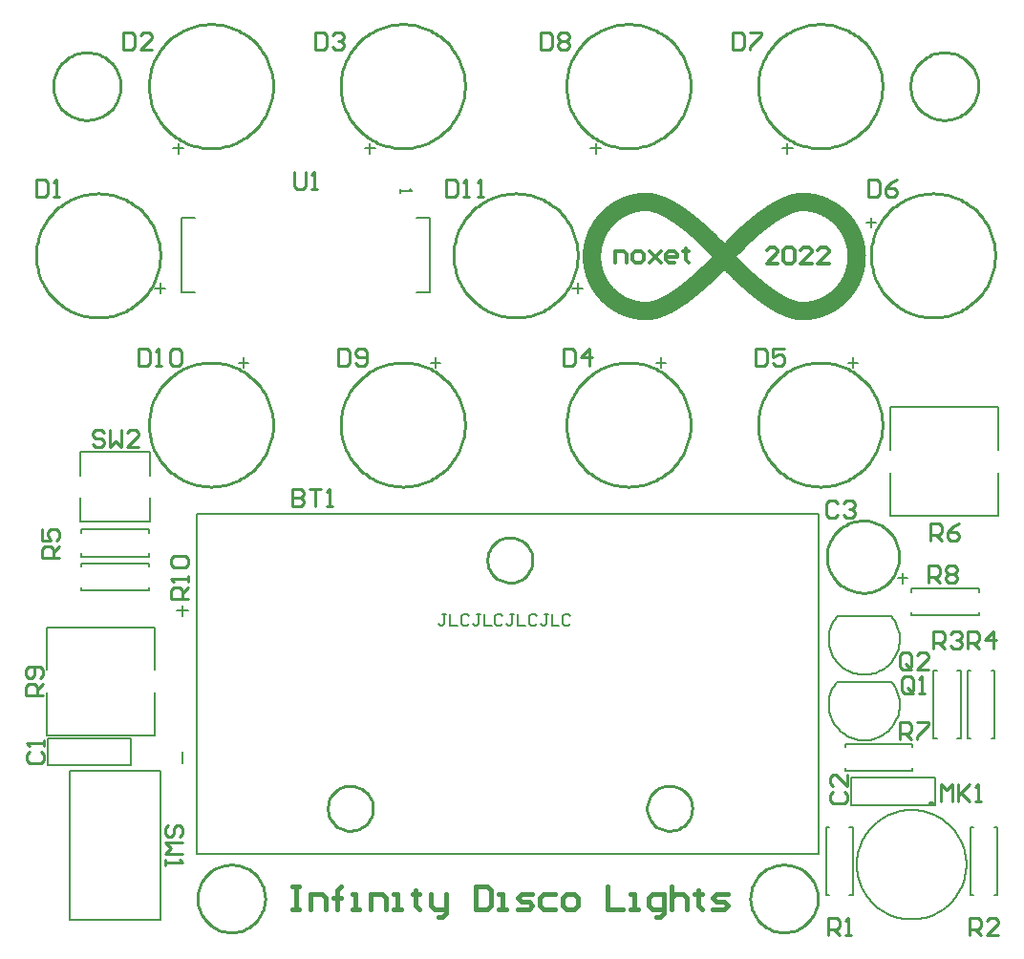
<source format=gto>
G04*
G04 #@! TF.GenerationSoftware,Altium Limited,Altium Designer,22.1.2 (22)*
G04*
G04 Layer_Color=65535*
%FSLAX25Y25*%
%MOIN*%
G70*
G04*
G04 #@! TF.SameCoordinates,0AB73392-B4F8-4B41-AFD0-4ADCA8AC720B*
G04*
G04*
G04 #@! TF.FilePolarity,Positive*
G04*
G01*
G75*
%ADD10C,0.01000*%
%ADD11C,0.01181*%
%ADD12C,0.00787*%
%ADD13C,0.01575*%
G36*
X220895Y262022D02*
X220918Y262014D01*
X221337Y262006D01*
X221359Y261999D01*
X221706Y261987D01*
X221904Y261972D01*
X221934Y261965D01*
X222041Y261957D01*
X222178Y261949D01*
X222223Y261942D01*
X222307Y261927D01*
X222334Y261923D01*
X222341Y261930D01*
X222364Y261923D01*
X222505Y261911D01*
X222547Y261900D01*
X222608Y261892D01*
X222631Y261885D01*
X222764Y261873D01*
X222806Y261862D01*
X222878Y261850D01*
X222962Y261843D01*
X223007Y261835D01*
X223045Y261828D01*
X223087Y261816D01*
X223141Y261808D01*
X223217Y261801D01*
X223255Y261786D01*
X223327Y261774D01*
X223388Y261767D01*
X223479Y261744D01*
X223525Y261736D01*
X223608Y261721D01*
X223669Y261706D01*
X223715Y261698D01*
X223753Y261690D01*
X223814Y261675D01*
X223856Y261664D01*
X223924Y261656D01*
X223962Y261641D01*
X224012Y261630D01*
X224084Y261618D01*
X224122Y261603D01*
X224153Y261595D01*
X224225Y261584D01*
X224312Y261557D01*
X224377Y261546D01*
X224465Y261519D01*
X224533Y261504D01*
X224571Y261489D01*
X224602Y261481D01*
X224655Y261474D01*
X224708Y261451D01*
X224762Y261443D01*
X224811Y261424D01*
X224853Y261413D01*
X224883Y261405D01*
X224925Y261394D01*
X224963Y261379D01*
X225039Y261363D01*
X225081Y261344D01*
X225112Y261337D01*
X225161Y261325D01*
X225199Y261310D01*
X225283Y261287D01*
X225321Y261272D01*
X225351Y261264D01*
X225389Y261257D01*
X225454Y261230D01*
X225485Y261223D01*
X225523Y261215D01*
X225576Y261192D01*
X225637Y261177D01*
X225690Y261154D01*
X225740Y261143D01*
X225774Y261123D01*
X225804Y261116D01*
X225850Y261108D01*
X225865Y261093D01*
X225926Y261078D01*
X225994Y261047D01*
X226063Y261032D01*
X226078Y261017D01*
X226128Y261006D01*
X226166Y260990D01*
X226215Y260971D01*
X226257Y260960D01*
X226299Y260941D01*
X226329Y260933D01*
X226379Y260914D01*
X226390Y260903D01*
X226447Y260891D01*
X226527Y260857D01*
X226558Y260850D01*
X226626Y260819D01*
X226657Y260811D01*
X226710Y260789D01*
X226759Y260770D01*
X226771Y260758D01*
X226839Y260743D01*
X226877Y260720D01*
X226908Y260713D01*
X226976Y260682D01*
X227007Y260675D01*
X227075Y260644D01*
X227125Y260625D01*
X227136Y260614D01*
X227167Y260606D01*
X227216Y260587D01*
X227227Y260576D01*
X227288Y260560D01*
X227326Y260538D01*
X227357Y260530D01*
X227441Y260492D01*
X227463Y260484D01*
X227502Y260461D01*
X227543Y260450D01*
X227623Y260416D01*
X227692Y260385D01*
X227776Y260347D01*
X227814Y260332D01*
X227867Y260309D01*
X227905Y260286D01*
X227928Y260279D01*
X227958Y260271D01*
X227973Y260256D01*
X228011Y260241D01*
X228042Y260233D01*
X228057Y260218D01*
X228095Y260203D01*
X228126Y260195D01*
X228171Y260165D01*
X228209Y260157D01*
X228247Y260134D01*
X228285Y260119D01*
X228301Y260104D01*
X228331Y260096D01*
X228369Y260081D01*
X228407Y260058D01*
X228438Y260050D01*
X228453Y260035D01*
X228491Y260020D01*
X228521Y260012D01*
X228544Y259990D01*
X228586Y259978D01*
X228613Y259959D01*
X228651Y259944D01*
X228674Y259936D01*
X229564Y259487D01*
X229632Y259449D01*
X229671Y259434D01*
X229709Y259411D01*
X229747Y259396D01*
X229762Y259388D01*
X229777Y259373D01*
X229815Y259358D01*
X229830Y259350D01*
X229868Y259327D01*
X229899Y259320D01*
X229922Y259297D01*
X229971Y259278D01*
X229990Y259259D01*
X230021Y259251D01*
X230074Y259213D01*
X230104Y259206D01*
X230120Y259190D01*
X230169Y259171D01*
X230188Y259152D01*
X230238Y259133D01*
X230257Y259114D01*
X230306Y259095D01*
X230325Y259076D01*
X230375Y259057D01*
X230394Y259038D01*
X230435Y259027D01*
X230462Y259000D01*
X230504Y258989D01*
X230531Y258962D01*
X230561Y258955D01*
X230607Y258924D01*
X230706Y258871D01*
X230721Y258856D01*
X230751Y258848D01*
X230767Y258833D01*
X230782Y258825D01*
X230835Y258795D01*
X230904Y258757D01*
X230957Y258726D01*
X231025Y258688D01*
X231041Y258673D01*
X231071Y258665D01*
X231094Y258642D01*
X231132Y258627D01*
X231147Y258620D01*
X231162Y258604D01*
X231216Y258574D01*
X231284Y258536D01*
X231337Y258505D01*
X231352Y258490D01*
X231391Y258475D01*
X231436Y258444D01*
X231474Y258422D01*
X231581Y258361D01*
X231596Y258346D01*
X231634Y258330D01*
X231649Y258315D01*
X231718Y258277D01*
X231771Y258247D01*
X231786Y258231D01*
X231817Y258224D01*
X231840Y258201D01*
X231946Y258140D01*
X231961Y258125D01*
X231992Y258117D01*
X232022Y258087D01*
X232060Y258072D01*
X232076Y258056D01*
X232182Y257996D01*
X232197Y257980D01*
X232304Y257919D01*
X232319Y257904D01*
X232426Y257843D01*
X232441Y257828D01*
X232464Y257820D01*
X232479Y257805D01*
X232494Y257798D01*
X232532Y257775D01*
X232547Y257760D01*
X232586Y257744D01*
X232608Y257721D01*
X232662Y257691D01*
X232745Y257638D01*
X232761Y257630D01*
X232776Y257615D01*
X232829Y257585D01*
X232913Y257531D01*
X232928Y257524D01*
X232943Y257508D01*
X232997Y257478D01*
X233012Y257463D01*
X233050Y257440D01*
X233103Y257410D01*
X233118Y257394D01*
X233172Y257364D01*
X233225Y257326D01*
X233309Y257273D01*
X233324Y257265D01*
X233347Y257242D01*
X233385Y257219D01*
X233468Y257166D01*
X233484Y257158D01*
X233499Y257143D01*
X233552Y257113D01*
X233567Y257097D01*
X233605Y257075D01*
X233659Y257036D01*
X233742Y256983D01*
X233757Y256976D01*
X233780Y256953D01*
X233818Y256930D01*
X233872Y256899D01*
X233894Y256877D01*
X233933Y256854D01*
X234039Y256778D01*
X234092Y256747D01*
X234108Y256732D01*
X234134Y256721D01*
X234142Y256705D01*
X234203Y256667D01*
X234245Y256641D01*
X234260Y256626D01*
X234298Y256603D01*
X234313Y256588D01*
X234336Y256580D01*
X234359Y256557D01*
X234397Y256534D01*
X234412Y256519D01*
X234465Y256489D01*
X234507Y256454D01*
X234519Y256443D01*
X234549Y256435D01*
X234579Y256405D01*
X234595Y256397D01*
X234648Y256359D01*
X234663Y256352D01*
X234686Y256329D01*
X234724Y256306D01*
X234800Y256253D01*
X234816Y256245D01*
X234838Y256222D01*
X234876Y256199D01*
X234892Y256184D01*
X234907Y256176D01*
X234922Y256161D01*
X234937Y256154D01*
X235044Y256078D01*
X235059Y256070D01*
X235078Y256059D01*
X235082Y256047D01*
X235120Y256024D01*
X235135Y256009D01*
X235173Y255986D01*
X235188Y255971D01*
X235226Y255948D01*
X235242Y255933D01*
X235280Y255910D01*
X235295Y255895D01*
X235333Y255872D01*
X235348Y255857D01*
X235375Y255845D01*
X235383Y255830D01*
X235424Y255804D01*
X235439Y255788D01*
X235478Y255766D01*
X235493Y255750D01*
X235531Y255728D01*
X235546Y255712D01*
X235561Y255705D01*
X235630Y255651D01*
X235706Y255598D01*
X235721Y255591D01*
X235744Y255568D01*
X235759Y255560D01*
X235778Y255549D01*
X235782Y255537D01*
X235797Y255530D01*
X235839Y255495D01*
X235881Y255469D01*
X235896Y255453D01*
X235923Y255442D01*
X235927Y255431D01*
X235942Y255423D01*
X236037Y255351D01*
X236075Y255328D01*
X236079Y255316D01*
X236117Y255294D01*
X236132Y255278D01*
X236170Y255256D01*
X236193Y255233D01*
X236208Y255225D01*
X236231Y255202D01*
X236269Y255180D01*
X236284Y255164D01*
X236322Y255141D01*
X236338Y255126D01*
X236353Y255119D01*
X236383Y255088D01*
X236421Y255065D01*
X236437Y255050D01*
X236463Y255039D01*
X236471Y255024D01*
X236497Y255004D01*
X236513Y254989D01*
X236528Y254982D01*
X236570Y254947D01*
X236612Y254921D01*
X236627Y254906D01*
X236642Y254898D01*
X236665Y254875D01*
X236680Y254868D01*
X236703Y254845D01*
X236718Y254837D01*
X236813Y254765D01*
X236840Y254746D01*
X236863Y254723D01*
X236901Y254700D01*
X236916Y254685D01*
X236931Y254677D01*
X236954Y254654D01*
X236969Y254647D01*
X237000Y254616D01*
X237038Y254593D01*
X237053Y254578D01*
X237068Y254571D01*
X237091Y254548D01*
X237106Y254540D01*
X237148Y254506D01*
X237175Y254487D01*
X237190Y254472D01*
X237228Y254449D01*
X237251Y254426D01*
X237266Y254418D01*
X237297Y254388D01*
X237312Y254380D01*
X237335Y254358D01*
X237350Y254350D01*
X237373Y254327D01*
X237411Y254304D01*
X237434Y254281D01*
X237449Y254274D01*
X237472Y254251D01*
X237487Y254243D01*
X237517Y254213D01*
X237555Y254190D01*
X237571Y254175D01*
X237586Y254167D01*
X237616Y254137D01*
X237632Y254129D01*
X237662Y254099D01*
X237677Y254091D01*
X237692Y254076D01*
X237708Y254068D01*
X237749Y254034D01*
X237776Y254015D01*
X237799Y253992D01*
X237814Y253985D01*
X237845Y253954D01*
X237860Y253946D01*
X237883Y253924D01*
X237921Y253901D01*
X237936Y253886D01*
X237951Y253878D01*
X237982Y253848D01*
X237997Y253840D01*
X238027Y253809D01*
X238042Y253802D01*
X238065Y253779D01*
X238081Y253771D01*
X238122Y253737D01*
X238149Y253718D01*
X238172Y253695D01*
X238187Y253688D01*
X238217Y253657D01*
X238233Y253650D01*
X238256Y253627D01*
X238271Y253619D01*
X238294Y253596D01*
X238309Y253589D01*
X238339Y253558D01*
X238354Y253551D01*
X238385Y253520D01*
X238400Y253513D01*
X238423Y253490D01*
X238438Y253482D01*
X238469Y253452D01*
X238484Y253444D01*
X238526Y253410D01*
X238549Y253395D01*
X238552Y253383D01*
X238568Y253376D01*
X238594Y253357D01*
X238598Y253345D01*
X238613Y253338D01*
X238655Y253303D01*
X238701Y253265D01*
X238727Y253246D01*
X238750Y253223D01*
X238766Y253216D01*
X238796Y253186D01*
X238811Y253178D01*
X238834Y253155D01*
X238849Y253147D01*
X238880Y253117D01*
X238895Y253109D01*
X238918Y253086D01*
X238933Y253079D01*
X238963Y253048D01*
X238979Y253041D01*
X239017Y253003D01*
X239032Y252995D01*
X239055Y252972D01*
X239070Y252965D01*
X239100Y252934D01*
X239116Y252927D01*
X239146Y252896D01*
X239161Y252889D01*
X239184Y252866D01*
X239199Y252858D01*
X239237Y252820D01*
X239253Y252813D01*
X239275Y252790D01*
X239291Y252782D01*
X239310Y252771D01*
X239317Y252755D01*
X239344Y252736D01*
X239367Y252714D01*
X239382Y252706D01*
X239412Y252676D01*
X239428Y252668D01*
X239443Y252645D01*
X239458Y252638D01*
X239477Y252626D01*
X239481Y252615D01*
X239496Y252607D01*
X239538Y252573D01*
X239549Y252561D01*
X239565Y252554D01*
X239595Y252523D01*
X239606Y252519D01*
X239614Y252504D01*
X239641Y252485D01*
X239671Y252455D01*
X239686Y252447D01*
X239709Y252424D01*
X239724Y252417D01*
X239755Y252386D01*
X239770Y252379D01*
X239801Y252348D01*
X239816Y252341D01*
X239854Y252303D01*
X239869Y252295D01*
X239922Y252242D01*
X239937Y252234D01*
X239968Y252204D01*
X239983Y252196D01*
X240014Y252166D01*
X240029Y252158D01*
X240052Y252135D01*
X240067Y252128D01*
X240105Y252090D01*
X240120Y252082D01*
X240174Y252029D01*
X240189Y252021D01*
X240227Y251983D01*
X240265Y251960D01*
X240272Y251945D01*
X240288Y251937D01*
X240311Y251914D01*
X240326Y251907D01*
X240387Y251846D01*
X240402Y251838D01*
X240440Y251800D01*
X240455Y251793D01*
X240486Y251762D01*
X240501Y251755D01*
X240539Y251717D01*
X240550Y251713D01*
X240554Y251701D01*
X240569Y251694D01*
X240596Y251675D01*
X240603Y251659D01*
X240630Y251641D01*
X240653Y251618D01*
X240668Y251610D01*
X240683Y251587D01*
X240699Y251580D01*
X240722Y251557D01*
X240737Y251549D01*
X240756Y251530D01*
X240759Y251519D01*
X240798Y251496D01*
X240828Y251465D01*
X240843Y251458D01*
X240874Y251427D01*
X240885Y251424D01*
X240893Y251408D01*
X240904Y251397D01*
X240919Y251389D01*
X240980Y251328D01*
X240995Y251321D01*
X241026Y251290D01*
X241041Y251283D01*
X241072Y251252D01*
X241087Y251245D01*
X241148Y251184D01*
X241163Y251176D01*
X241201Y251138D01*
X241216Y251131D01*
X241277Y251070D01*
X241292Y251062D01*
X241353Y251001D01*
X241368Y250993D01*
X241399Y250963D01*
X241414Y250956D01*
X241452Y250917D01*
X241467Y250910D01*
X241528Y250849D01*
X241543Y250841D01*
X241612Y250773D01*
X241627Y250765D01*
X241688Y250704D01*
X241703Y250697D01*
X241734Y250666D01*
X241749Y250659D01*
X241810Y250598D01*
X241825Y250590D01*
X241844Y250571D01*
X241848Y250560D01*
X241863Y250552D01*
X241886Y250529D01*
X241901Y250522D01*
X241920Y250503D01*
X241924Y250491D01*
X241939Y250484D01*
X241977Y250446D01*
X241992Y250438D01*
X242053Y250377D01*
X242069Y250370D01*
X242088Y250358D01*
X242095Y250343D01*
X242107Y250331D01*
X242122Y250324D01*
X242129Y250309D01*
X242145Y250301D01*
X242183Y250263D01*
X242198Y250255D01*
X242213Y250233D01*
X242228Y250225D01*
X242259Y250194D01*
X242274Y250187D01*
X242293Y250160D01*
X242316Y250145D01*
X242323Y250130D01*
X242369Y250099D01*
X242400Y250069D01*
X242403Y250057D01*
X242419Y250050D01*
X242449Y250019D01*
X242464Y250012D01*
X242533Y249943D01*
X242548Y249936D01*
X242567Y249924D01*
X242575Y249909D01*
X242586Y249898D01*
X242601Y249890D01*
X242624Y249859D01*
X242639Y249852D01*
X242700Y249791D01*
X242712Y249787D01*
X242719Y249772D01*
X242738Y249753D01*
X242754Y249745D01*
X242814Y249685D01*
X242830Y249677D01*
X242845Y249654D01*
X242860Y249646D01*
X242902Y249612D01*
X242982Y249532D01*
X242997Y249525D01*
X243096Y249426D01*
X243111Y249418D01*
X243218Y249311D01*
X243233Y249304D01*
X243332Y249205D01*
X243347Y249197D01*
X243378Y249167D01*
X243393Y249159D01*
X243492Y249060D01*
X243507Y249053D01*
X243644Y248916D01*
X243659Y248908D01*
X243773Y248794D01*
X243785Y248790D01*
X243789Y248779D01*
X243804Y248771D01*
X243941Y248634D01*
X243956Y248627D01*
X243998Y248592D01*
X244116Y248474D01*
X244131Y248467D01*
X244306Y248292D01*
X244321Y248284D01*
X244496Y248109D01*
X244512Y248101D01*
X244717Y247896D01*
X244732Y247888D01*
X244751Y247877D01*
X244759Y247862D01*
X244778Y247843D01*
X244789Y247839D01*
X244797Y247824D01*
X244809Y247812D01*
X244824Y247805D01*
X244843Y247778D01*
X244865Y247763D01*
X244873Y247747D01*
X244885Y247736D01*
X244900Y247728D01*
X244919Y247702D01*
X244942Y247687D01*
X244946Y247675D01*
X244961Y247668D01*
X244991Y247637D01*
X245006Y247630D01*
X245018Y247618D01*
X245025Y247603D01*
X245052Y247584D01*
X245067Y247561D01*
X245082Y247553D01*
X245094Y247542D01*
X245101Y247527D01*
X245124Y247512D01*
X245132Y247496D01*
X245159Y247477D01*
X245174Y247455D01*
X245189Y247447D01*
X245200Y247435D01*
X245208Y247420D01*
X245235Y247401D01*
X245250Y247378D01*
X245265Y247371D01*
X245296Y247340D01*
X245311Y247333D01*
X245326Y247310D01*
X245341Y247302D01*
X245353Y247291D01*
X245360Y247276D01*
X245383Y247260D01*
X245391Y247245D01*
X245402Y247234D01*
X245417Y247226D01*
X245432Y247203D01*
X245448Y247196D01*
X245459Y247184D01*
X245467Y247169D01*
X245493Y247150D01*
X245509Y247127D01*
X245524Y247120D01*
X245535Y247108D01*
X245543Y247093D01*
X245569Y247074D01*
X245585Y247051D01*
X245600Y247043D01*
X245615Y247021D01*
X245630Y247013D01*
X245642Y247002D01*
X245650Y246987D01*
X245680Y246964D01*
X245688Y246948D01*
X245733Y246910D01*
X245745Y246899D01*
X245760Y246891D01*
X247095Y245556D01*
X247114Y245521D01*
X247130Y245514D01*
X247141Y245502D01*
X247149Y245487D01*
X247175Y245468D01*
X247191Y245445D01*
X247206Y245438D01*
X247225Y245411D01*
X247248Y245396D01*
X247255Y245381D01*
X247282Y245361D01*
X247297Y245339D01*
X247312Y245331D01*
X247324Y245320D01*
X247331Y245304D01*
X247358Y245285D01*
X247373Y245263D01*
X247389Y245255D01*
X247408Y245228D01*
X247430Y245213D01*
X247438Y245198D01*
X247468Y245175D01*
X247476Y245160D01*
X247506Y245137D01*
X247514Y245122D01*
X247545Y245091D01*
X247548Y245080D01*
X247564Y245072D01*
X247575Y245061D01*
X247583Y245046D01*
X247609Y245027D01*
X247624Y245004D01*
X247640Y244996D01*
X247651Y244985D01*
X247655Y244973D01*
X247670Y244966D01*
X247682Y244954D01*
X247689Y244939D01*
X247716Y244920D01*
X247731Y244897D01*
X247746Y244890D01*
X247758Y244878D01*
X247765Y244863D01*
X247792Y244844D01*
X247807Y244821D01*
X247822Y244814D01*
X247841Y244787D01*
X247864Y244764D01*
X247872Y244749D01*
X247895Y244734D01*
X247902Y244718D01*
X247914Y244707D01*
X247929Y244699D01*
X247948Y244673D01*
X247971Y244657D01*
X247978Y244642D01*
X247990Y244631D01*
X248001Y244627D01*
X248009Y244612D01*
X248020Y244601D01*
X248043Y244593D01*
X248085Y244627D01*
X248161Y244703D01*
X248169Y244718D01*
X248443Y244992D01*
X248450Y245008D01*
X248465Y245023D01*
X248469Y245034D01*
X248484Y245042D01*
X248496Y245053D01*
X248503Y245069D01*
X248530Y245088D01*
X248545Y245110D01*
X248561Y245118D01*
X248572Y245129D01*
X248576Y245141D01*
X248591Y245148D01*
X248610Y245167D01*
X248614Y245179D01*
X248629Y245186D01*
X248640Y245198D01*
X248648Y245213D01*
X248675Y245232D01*
X248690Y245255D01*
X248705Y245263D01*
X248717Y245274D01*
X248724Y245289D01*
X248751Y245308D01*
X248759Y245323D01*
X248774Y245331D01*
X248785Y245342D01*
X248793Y245358D01*
X248823Y245388D01*
X248831Y245403D01*
X248854Y245419D01*
X248861Y245434D01*
X248873Y245445D01*
X248888Y245453D01*
X248911Y245483D01*
X248926Y245491D01*
X248949Y245521D01*
X248960Y245525D01*
X248968Y245540D01*
X248979Y245552D01*
X248994Y245559D01*
X249013Y245586D01*
X249036Y245601D01*
X249044Y245617D01*
X249055Y245628D01*
X249071Y245636D01*
X249090Y245662D01*
X249112Y245677D01*
X249120Y245693D01*
X249131Y245704D01*
X249143Y245708D01*
X249150Y245723D01*
X249162Y245735D01*
X249177Y245742D01*
X249196Y245769D01*
X249219Y245784D01*
X249226Y245799D01*
X249238Y245811D01*
X249253Y245818D01*
X249272Y245845D01*
X249295Y245860D01*
X249303Y245875D01*
X249314Y245887D01*
X249325Y245890D01*
X249333Y245906D01*
X249344Y245917D01*
X249360Y245925D01*
X249379Y245951D01*
X249402Y245967D01*
X249409Y245982D01*
X249421Y245993D01*
X249436Y246001D01*
X249455Y246027D01*
X249478Y246043D01*
X249485Y246058D01*
X249497Y246069D01*
X249508Y246073D01*
X249516Y246088D01*
X249527Y246100D01*
X249542Y246107D01*
X249565Y246138D01*
X249581Y246145D01*
X249603Y246176D01*
X249619Y246183D01*
X249641Y246214D01*
X249657Y246222D01*
X249679Y246252D01*
X249691Y246256D01*
X249698Y246271D01*
X249710Y246283D01*
X249725Y246290D01*
X249748Y246321D01*
X249763Y246328D01*
X249786Y246359D01*
X249801Y246366D01*
X249824Y246397D01*
X249839Y246404D01*
X249854Y246427D01*
X249870Y246435D01*
X249889Y246461D01*
X249911Y246477D01*
X249919Y246492D01*
X249931Y246503D01*
X249946Y246511D01*
X249965Y246537D01*
X249988Y246553D01*
X249995Y246568D01*
X250007Y246579D01*
X250022Y246587D01*
X250037Y246610D01*
X250052Y246617D01*
X250071Y246644D01*
X250094Y246659D01*
X250102Y246674D01*
X250113Y246686D01*
X250128Y246693D01*
X250147Y246720D01*
X250170Y246735D01*
X250178Y246750D01*
X250189Y246762D01*
X250204Y246769D01*
X250220Y246792D01*
X250235Y246800D01*
X250254Y246827D01*
X250277Y246842D01*
X250285Y246857D01*
X250296Y246868D01*
X250311Y246876D01*
X250330Y246903D01*
X250353Y246918D01*
X250361Y246933D01*
X250372Y246945D01*
X250387Y246952D01*
X250402Y246975D01*
X250418Y246983D01*
X250441Y247013D01*
X250456Y247021D01*
X250479Y247051D01*
X250494Y247059D01*
X250509Y247082D01*
X250524Y247089D01*
X250555Y247120D01*
X250570Y247127D01*
X250581Y247139D01*
X250585Y247150D01*
X250600Y247158D01*
X250612Y247169D01*
X250619Y247184D01*
X250650Y247207D01*
X250657Y247222D01*
X250688Y247245D01*
X250695Y247260D01*
X250726Y247283D01*
X250730Y247295D01*
X250745Y247302D01*
X250764Y247321D01*
X250768Y247333D01*
X250783Y247340D01*
X250794Y247352D01*
X250802Y247367D01*
X250832Y247390D01*
X250840Y247405D01*
X250870Y247428D01*
X250878Y247443D01*
X250924Y247474D01*
X251194Y247744D01*
X251209Y247751D01*
X251247Y247789D01*
X251259Y247793D01*
X251266Y247808D01*
X251422Y247964D01*
X251437Y247972D01*
X251620Y248155D01*
X251632Y248159D01*
X251639Y248174D01*
X251685Y248212D01*
X251765Y248292D01*
X251776Y248295D01*
X251784Y248311D01*
X251803Y248330D01*
X251818Y248337D01*
X251849Y248368D01*
X251864Y248375D01*
X252008Y248520D01*
X252024Y248528D01*
X252183Y248688D01*
X252199Y248695D01*
X252343Y248840D01*
X252358Y248847D01*
X252465Y248954D01*
X252480Y248961D01*
X252511Y248992D01*
X252526Y249000D01*
X252625Y249098D01*
X252640Y249106D01*
X252769Y249235D01*
X252785Y249243D01*
X252891Y249350D01*
X252906Y249357D01*
X253005Y249456D01*
X253021Y249464D01*
X253055Y249490D01*
X253059Y249502D01*
X253074Y249509D01*
X253085Y249521D01*
X253093Y249536D01*
X253169Y249597D01*
X253173Y249608D01*
X253188Y249616D01*
X253257Y249685D01*
X253272Y249692D01*
X253287Y249715D01*
X253302Y249723D01*
X253314Y249734D01*
X253321Y249749D01*
X253348Y249768D01*
X253371Y249791D01*
X253386Y249799D01*
X253454Y249867D01*
X253481Y249879D01*
X253489Y249894D01*
X253508Y249913D01*
X253519Y249917D01*
X253527Y249932D01*
X253546Y249951D01*
X253561Y249958D01*
X253576Y249974D01*
X253591Y249981D01*
X253603Y249993D01*
X253610Y250008D01*
X253641Y250031D01*
X253645Y250042D01*
X253660Y250050D01*
X253690Y250080D01*
X253706Y250088D01*
X253725Y250114D01*
X253770Y250153D01*
X253782Y250164D01*
X253793Y250168D01*
X253801Y250183D01*
X253831Y250206D01*
X253835Y250217D01*
X253850Y250225D01*
X253892Y250259D01*
X253941Y250309D01*
X253957Y250316D01*
X253987Y250347D01*
X253998Y250350D01*
X254006Y250366D01*
X254025Y250385D01*
X254040Y250392D01*
X254132Y250484D01*
X254147Y250491D01*
X254177Y250522D01*
X254189Y250525D01*
X254196Y250541D01*
X254208Y250552D01*
X254223Y250560D01*
X254265Y250594D01*
X254307Y250636D01*
X254322Y250643D01*
X254391Y250712D01*
X254406Y250719D01*
X254467Y250780D01*
X254482Y250788D01*
X254543Y250849D01*
X254558Y250857D01*
X254588Y250887D01*
X254604Y250895D01*
X254664Y250956D01*
X254680Y250963D01*
X254718Y251001D01*
X254733Y251009D01*
X254802Y251077D01*
X254817Y251085D01*
X254870Y251138D01*
X254885Y251146D01*
X254912Y251165D01*
X254916Y251176D01*
X254931Y251184D01*
X254969Y251222D01*
X254984Y251230D01*
X255045Y251290D01*
X255060Y251298D01*
X255072Y251309D01*
X255076Y251321D01*
X255091Y251328D01*
X255121Y251359D01*
X255136Y251366D01*
X255174Y251405D01*
X255190Y251412D01*
X255243Y251465D01*
X255258Y251473D01*
X255285Y251492D01*
X255292Y251507D01*
X255319Y251526D01*
X255342Y251549D01*
X255353Y251553D01*
X255361Y251568D01*
X255372Y251580D01*
X255387Y251587D01*
X255410Y251610D01*
X255426Y251618D01*
X255437Y251629D01*
X255441Y251641D01*
X255456Y251648D01*
X255498Y251682D01*
X255509Y251694D01*
X255524Y251701D01*
X255555Y251732D01*
X255566Y251736D01*
X255574Y251751D01*
X255585Y251762D01*
X255601Y251770D01*
X255631Y251800D01*
X255646Y251808D01*
X255662Y251831D01*
X255677Y251838D01*
X255707Y251869D01*
X255722Y251876D01*
X255764Y251911D01*
X255799Y251945D01*
X255814Y251953D01*
X255852Y251991D01*
X255867Y251998D01*
X255920Y252051D01*
X255936Y252059D01*
X255966Y252090D01*
X255981Y252097D01*
X256012Y252128D01*
X256027Y252135D01*
X256057Y252166D01*
X256072Y252173D01*
X256111Y252211D01*
X256126Y252219D01*
X256179Y252272D01*
X256194Y252280D01*
X256225Y252310D01*
X256263Y252333D01*
X256316Y252386D01*
X256331Y252394D01*
X256362Y252424D01*
X256377Y252432D01*
X256388Y252443D01*
X256392Y252455D01*
X256407Y252462D01*
X256449Y252497D01*
X256476Y252516D01*
X256506Y252546D01*
X256522Y252554D01*
X256537Y252569D01*
X256552Y252577D01*
X256563Y252588D01*
X256567Y252599D01*
X256582Y252607D01*
X256613Y252638D01*
X256628Y252645D01*
X256659Y252676D01*
X256674Y252683D01*
X256704Y252714D01*
X256719Y252721D01*
X256742Y252744D01*
X256757Y252752D01*
X256776Y252763D01*
X256784Y252778D01*
X256796Y252790D01*
X256811Y252797D01*
X256841Y252828D01*
X256856Y252835D01*
X256879Y252858D01*
X256894Y252866D01*
X256925Y252896D01*
X256940Y252904D01*
X256971Y252934D01*
X256986Y252942D01*
X257016Y252972D01*
X257031Y252980D01*
X257062Y253010D01*
X257077Y253018D01*
X257100Y253041D01*
X257115Y253048D01*
X257146Y253079D01*
X257161Y253086D01*
X257191Y253117D01*
X257207Y253125D01*
X257237Y253155D01*
X257252Y253163D01*
X257283Y253193D01*
X257298Y253201D01*
X257321Y253223D01*
X257336Y253231D01*
X257366Y253262D01*
X257382Y253269D01*
X257412Y253300D01*
X257427Y253307D01*
X257450Y253330D01*
X257465Y253338D01*
X257496Y253368D01*
X257511Y253376D01*
X257541Y253406D01*
X257557Y253414D01*
X257621Y253463D01*
X257625Y253475D01*
X257640Y253482D01*
X257659Y253494D01*
X257667Y253509D01*
X257705Y253532D01*
X257709Y253543D01*
X257724Y253551D01*
X257766Y253585D01*
X257792Y253604D01*
X257815Y253627D01*
X257831Y253635D01*
X257861Y253665D01*
X257876Y253673D01*
X257899Y253695D01*
X257914Y253703D01*
X257956Y253737D01*
X257983Y253756D01*
X258006Y253779D01*
X258021Y253787D01*
X258044Y253809D01*
X258059Y253817D01*
X258082Y253840D01*
X258097Y253848D01*
X258127Y253878D01*
X258166Y253901D01*
X258188Y253924D01*
X258204Y253931D01*
X258234Y253962D01*
X258249Y253969D01*
X258272Y253992D01*
X258287Y254000D01*
X258310Y254023D01*
X258325Y254030D01*
X258344Y254042D01*
X258352Y254057D01*
X258390Y254080D01*
X258398Y254095D01*
X258439Y254122D01*
X258455Y254137D01*
X258470Y254144D01*
X258489Y254156D01*
X258493Y254167D01*
X258508Y254175D01*
X258535Y254194D01*
X258538Y254205D01*
X258554Y254213D01*
X258595Y254247D01*
X258672Y254308D01*
X258717Y254339D01*
X258736Y254358D01*
X258752Y254365D01*
X258782Y254396D01*
X258797Y254403D01*
X258820Y254426D01*
X258858Y254449D01*
X258881Y254472D01*
X258896Y254479D01*
X258919Y254502D01*
X258934Y254510D01*
X258957Y254533D01*
X258972Y254540D01*
X259014Y254574D01*
X259090Y254635D01*
X259136Y254666D01*
X259155Y254685D01*
X259189Y254704D01*
X259193Y254715D01*
X259231Y254738D01*
X259254Y254761D01*
X259269Y254768D01*
X259292Y254791D01*
X259330Y254814D01*
X259345Y254829D01*
X259360Y254837D01*
X259391Y254868D01*
X259429Y254890D01*
X259444Y254906D01*
X259459Y254913D01*
X259482Y254936D01*
X259520Y254959D01*
X259543Y254982D01*
X259558Y254989D01*
X259574Y255004D01*
X259589Y255012D01*
X259630Y255046D01*
X259657Y255065D01*
X259672Y255081D01*
X259688Y255088D01*
X259730Y255122D01*
X259764Y255149D01*
X259779Y255157D01*
X259821Y255191D01*
X259847Y255210D01*
X259863Y255225D01*
X259901Y255248D01*
X259916Y255263D01*
X259954Y255286D01*
X259977Y255309D01*
X259992Y255316D01*
X260015Y255339D01*
X260053Y255362D01*
X260068Y255377D01*
X260106Y255400D01*
X260121Y255415D01*
X260137Y255423D01*
X260159Y255446D01*
X260197Y255469D01*
X260213Y255484D01*
X260251Y255507D01*
X260274Y255530D01*
X260289Y255537D01*
X260304Y255552D01*
X260319Y255560D01*
X260414Y255632D01*
X260456Y255659D01*
X260472Y255674D01*
X260487Y255682D01*
X260502Y255697D01*
X260517Y255705D01*
X260559Y255739D01*
X260601Y255766D01*
X260616Y255781D01*
X260654Y255804D01*
X260669Y255819D01*
X260685Y255826D01*
X260707Y255849D01*
X260761Y255880D01*
X260776Y255895D01*
X260791Y255903D01*
X260814Y255925D01*
X260852Y255948D01*
X260867Y255963D01*
X260890Y255971D01*
X260921Y256001D01*
X260955Y256020D01*
X260959Y256032D01*
X261012Y256062D01*
X261027Y256078D01*
X261065Y256100D01*
X261080Y256116D01*
X261096Y256123D01*
X261385Y256329D01*
X261400Y256336D01*
X261469Y256390D01*
X261522Y256420D01*
X261545Y256443D01*
X261560Y256451D01*
X261575Y256466D01*
X261628Y256496D01*
X261644Y256511D01*
X261682Y256534D01*
X261697Y256549D01*
X261735Y256572D01*
X261811Y256626D01*
X261826Y256633D01*
X261842Y256648D01*
X261857Y256656D01*
X261910Y256694D01*
X261925Y256702D01*
X261948Y256725D01*
X262001Y256755D01*
X262017Y256770D01*
X262055Y256793D01*
X262108Y256831D01*
X262192Y256884D01*
X262207Y256892D01*
X262230Y256915D01*
X262268Y256938D01*
X262283Y256953D01*
X262306Y256960D01*
X262329Y256983D01*
X262367Y257006D01*
X262420Y257036D01*
X262443Y257059D01*
X262481Y257082D01*
X262534Y257113D01*
X262557Y257136D01*
X262580Y257143D01*
X262603Y257166D01*
X262641Y257189D01*
X262694Y257219D01*
X262717Y257242D01*
X262755Y257265D01*
X262808Y257295D01*
X262831Y257318D01*
X262854Y257326D01*
X262877Y257349D01*
X262915Y257364D01*
X262937Y257387D01*
X262976Y257410D01*
X263029Y257440D01*
X263052Y257463D01*
X263090Y257486D01*
X263143Y257516D01*
X263158Y257531D01*
X263196Y257546D01*
X263219Y257569D01*
X263257Y257592D01*
X263310Y257623D01*
X263333Y257645D01*
X263364Y257653D01*
X263387Y257676D01*
X263424Y257699D01*
X263478Y257729D01*
X263493Y257744D01*
X263546Y257775D01*
X263562Y257790D01*
X263592Y257798D01*
X263622Y257828D01*
X263645Y257836D01*
X263661Y257851D01*
X263676Y257858D01*
X263714Y257881D01*
X263729Y257897D01*
X263759Y257904D01*
X263782Y257927D01*
X263889Y257988D01*
X263904Y258003D01*
X264011Y258064D01*
X264026Y258079D01*
X264064Y258094D01*
X264079Y258110D01*
X264186Y258171D01*
X264201Y258186D01*
X264307Y258247D01*
X264323Y258262D01*
X264372Y258281D01*
X264391Y258300D01*
X264498Y258361D01*
X264513Y258376D01*
X264543Y258384D01*
X264566Y258406D01*
X264604Y258422D01*
X264619Y258437D01*
X264688Y258475D01*
X264794Y258536D01*
X264810Y258551D01*
X264859Y258570D01*
X264878Y258589D01*
X264932Y258620D01*
X265069Y258696D01*
X265175Y258757D01*
X265190Y258772D01*
X265228Y258787D01*
X265274Y258818D01*
X265304Y258825D01*
X265327Y258848D01*
X265365Y258863D01*
X265381Y258878D01*
X265419Y258894D01*
X265434Y258901D01*
X265449Y258916D01*
X265487Y258932D01*
X265533Y258962D01*
X265632Y259015D01*
X265700Y259053D01*
X265715Y259069D01*
X265753Y259076D01*
X265776Y259099D01*
X265826Y259118D01*
X265845Y259137D01*
X265883Y259152D01*
X265898Y259168D01*
X265936Y259183D01*
X265959Y259190D01*
X265974Y259206D01*
X266012Y259221D01*
X266027Y259228D01*
X266043Y259244D01*
X266092Y259263D01*
X266111Y259282D01*
X266161Y259301D01*
X266172Y259312D01*
X266210Y259327D01*
X266248Y259350D01*
X266317Y259388D01*
X266355Y259403D01*
X266370Y259411D01*
X266385Y259426D01*
X266435Y259445D01*
X266454Y259464D01*
X266484Y259472D01*
X266522Y259495D01*
X266560Y259510D01*
X266575Y259518D01*
X266614Y259541D01*
X266652Y259556D01*
X266697Y259586D01*
X266720Y259594D01*
X266735Y259609D01*
X266796Y259632D01*
X266811Y259647D01*
X266872Y259670D01*
X266887Y259685D01*
X266918Y259693D01*
X266933Y259700D01*
X266971Y259723D01*
X267009Y259738D01*
X267024Y259754D01*
X267085Y259776D01*
X267101Y259792D01*
X267161Y259815D01*
X267177Y259830D01*
X267207Y259837D01*
X267291Y259875D01*
X267306Y259883D01*
X267344Y259906D01*
X267382Y259921D01*
X267420Y259944D01*
X267458Y259959D01*
X267512Y259982D01*
X267550Y260005D01*
X267588Y260020D01*
X267626Y260043D01*
X267664Y260058D01*
X267694Y260066D01*
X267709Y260081D01*
X267747Y260096D01*
X267816Y260126D01*
X267854Y260142D01*
X267869Y260157D01*
X267900Y260165D01*
X267983Y260203D01*
X268021Y260218D01*
X268037Y260233D01*
X268078Y260244D01*
X268090Y260256D01*
X268128Y260271D01*
X268178Y260290D01*
X268242Y260317D01*
X268257Y260324D01*
X268273Y260340D01*
X268303Y260347D01*
X268341Y260363D01*
X268394Y260385D01*
X268478Y260423D01*
X268509Y260431D01*
X268531Y260454D01*
X268588Y260465D01*
X268600Y260477D01*
X268615Y260484D01*
X268638Y260492D01*
X268687Y260511D01*
X268699Y260522D01*
X268729Y260530D01*
X268779Y260549D01*
X268790Y260560D01*
X268821Y260568D01*
X268859Y260583D01*
X268912Y260606D01*
X268942Y260614D01*
X268958Y260629D01*
X268988Y260636D01*
X269038Y260655D01*
X269049Y260667D01*
X269079Y260675D01*
X269129Y260694D01*
X269171Y260713D01*
X269220Y260724D01*
X269232Y260735D01*
X269270Y260751D01*
X269311Y260762D01*
X269323Y260773D01*
X269376Y260789D01*
X269445Y260819D01*
X269486Y260830D01*
X269521Y260850D01*
X269551Y260857D01*
X269650Y260895D01*
X269681Y260903D01*
X269749Y260933D01*
X269787Y260941D01*
X269856Y260971D01*
X269894Y260979D01*
X269962Y261009D01*
X270004Y261021D01*
X270046Y261040D01*
X270088Y261051D01*
X270152Y261078D01*
X270202Y261089D01*
X270244Y261108D01*
X270274Y261116D01*
X270316Y261127D01*
X270358Y261146D01*
X270388Y261154D01*
X270430Y261165D01*
X270472Y261184D01*
X270522Y261196D01*
X270560Y261211D01*
X270594Y261223D01*
X270624Y261230D01*
X270678Y261253D01*
X270758Y261272D01*
X270799Y261291D01*
X270830Y261299D01*
X270876Y261306D01*
X270929Y261329D01*
X271009Y261348D01*
X271058Y261367D01*
X271089Y261375D01*
X271127Y261382D01*
X271180Y261405D01*
X271241Y261413D01*
X271294Y261436D01*
X271325Y261443D01*
X271382Y261455D01*
X271431Y261474D01*
X271484Y261481D01*
X271606Y261519D01*
X271663Y261531D01*
X271701Y261546D01*
X271747Y261554D01*
X271785Y261561D01*
X271815Y261569D01*
X271865Y261588D01*
X271945Y261599D01*
X271994Y261618D01*
X272048Y261626D01*
X272097Y261637D01*
X272128Y261645D01*
X272169Y261656D01*
X272200Y261664D01*
X272268Y261671D01*
X272306Y261687D01*
X272337Y261694D01*
X272390Y261702D01*
X272455Y261713D01*
X272519Y261732D01*
X272626Y261748D01*
X272656Y261755D01*
X272710Y261771D01*
X272797Y261782D01*
X272828Y261789D01*
X272870Y261801D01*
X272946Y261808D01*
X273037Y261824D01*
X273090Y261839D01*
X273144Y261847D01*
X273254Y261858D01*
X273319Y261877D01*
X273452Y261888D01*
X273589Y261911D01*
X273665Y261919D01*
X273764Y261927D01*
X273810Y261934D01*
X273870Y261942D01*
X273912Y261953D01*
X274148Y261961D01*
X274186Y261976D01*
X274380Y261987D01*
X274540Y261995D01*
X274738Y262003D01*
X274768Y262010D01*
X275830Y262014D01*
X275868Y261999D01*
X276332Y261991D01*
X276355Y261984D01*
X276629Y261976D01*
X276652Y261968D01*
X276683Y261961D01*
X276938Y261949D01*
X276949Y261946D01*
X276972Y261953D01*
X277025Y261946D01*
X277048Y261938D01*
X277139Y261930D01*
X277162Y261923D01*
X277413Y261915D01*
X277451Y261900D01*
X277683Y261881D01*
X277760Y261873D01*
X277805Y261866D01*
X277843Y261858D01*
X277919Y261850D01*
X278011Y261843D01*
X278079Y261835D01*
X278121Y261824D01*
X278197Y261816D01*
X278250Y261808D01*
X278334Y261801D01*
X278357Y261793D01*
X278387Y261786D01*
X278540Y261771D01*
X278627Y261751D01*
X278726Y261736D01*
X278802Y261729D01*
X278833Y261721D01*
X278878Y261713D01*
X278909Y261706D01*
X278985Y261698D01*
X279023Y261690D01*
X279065Y261679D01*
X279118Y261671D01*
X279149Y261664D01*
X279244Y261652D01*
X279308Y261633D01*
X279362Y261626D01*
X279430Y261618D01*
X279468Y261603D01*
X279575Y261588D01*
X279620Y261580D01*
X279658Y261565D01*
X279712Y261557D01*
X279803Y261542D01*
X279841Y261527D01*
X279894Y261519D01*
X279951Y261508D01*
X279982Y261500D01*
X280024Y261489D01*
X280054Y261481D01*
X280123Y261474D01*
X280161Y261458D01*
X280191Y261451D01*
X280244Y261443D01*
X280275Y261436D01*
X280328Y261420D01*
X280359Y261413D01*
X280412Y261405D01*
X280461Y261386D01*
X280492Y261379D01*
X280583Y261363D01*
X280621Y261348D01*
X280652Y261340D01*
X280690Y261333D01*
X280720Y261325D01*
X280785Y261306D01*
X280815Y261299D01*
X280872Y261287D01*
X280960Y261261D01*
X281017Y261249D01*
X281059Y261230D01*
X281123Y261219D01*
X281211Y261192D01*
X281279Y261177D01*
X281333Y261154D01*
X281394Y261146D01*
X281462Y261116D01*
X281523Y261108D01*
X281576Y261086D01*
X281607Y261078D01*
X281649Y261067D01*
X281698Y261047D01*
X281767Y261032D01*
X281820Y261009D01*
X281888Y260994D01*
X281942Y260971D01*
X281999Y260960D01*
X282033Y260941D01*
X282063Y260933D01*
X282109Y260926D01*
X282124Y260910D01*
X282216Y260888D01*
X282269Y260865D01*
X282330Y260850D01*
X282383Y260827D01*
X282444Y260811D01*
X282497Y260789D01*
X282539Y260777D01*
X282551Y260766D01*
X282604Y260751D01*
X282646Y260739D01*
X282687Y260720D01*
X282718Y260713D01*
X282767Y260694D01*
X282809Y260675D01*
X282847Y260667D01*
X282901Y260644D01*
X282931Y260636D01*
X282946Y260629D01*
X283000Y260606D01*
X283041Y260595D01*
X283076Y260576D01*
X283106Y260568D01*
X283156Y260549D01*
X283167Y260538D01*
X283224Y260526D01*
X283274Y260500D01*
X283304Y260492D01*
X283372Y260461D01*
X283403Y260454D01*
X283471Y260423D01*
X283502Y260416D01*
X283570Y260385D01*
X283654Y260347D01*
X283684Y260340D01*
X283822Y260279D01*
X283871Y260260D01*
X283882Y260248D01*
X283913Y260241D01*
X283951Y260226D01*
X284004Y260203D01*
X284035Y260195D01*
X284057Y260172D01*
X284107Y260161D01*
X284156Y260134D01*
X284206Y260115D01*
X284217Y260104D01*
X284290Y260077D01*
X284301Y260066D01*
X284331Y260058D01*
X284369Y260043D01*
X284385Y260028D01*
X284415Y260020D01*
X284499Y259982D01*
X284514Y259974D01*
X284552Y259951D01*
X284594Y259940D01*
X284613Y259921D01*
X284674Y259898D01*
X284727Y259875D01*
X284963Y259761D01*
X285290Y259594D01*
X285557Y259457D01*
X285572Y259442D01*
X285614Y259430D01*
X285641Y259411D01*
X285694Y259381D01*
X285747Y259358D01*
X285762Y259350D01*
X285777Y259335D01*
X285827Y259316D01*
X285846Y259297D01*
X285895Y259278D01*
X285914Y259259D01*
X285964Y259240D01*
X285983Y259221D01*
X286014Y259213D01*
X286067Y259175D01*
X286090Y259168D01*
X286166Y259122D01*
X286234Y259084D01*
X286287Y259053D01*
X286303Y259038D01*
X286333Y259031D01*
X286386Y258993D01*
X286409Y258985D01*
X286424Y258970D01*
X286462Y258955D01*
X286485Y258932D01*
X286523Y258916D01*
X286539Y258901D01*
X286607Y258863D01*
X286660Y258833D01*
X286676Y258818D01*
X286706Y258810D01*
X286729Y258787D01*
X286835Y258726D01*
X286851Y258711D01*
X286889Y258696D01*
X286934Y258665D01*
X286950Y258658D01*
X286965Y258642D01*
X287018Y258612D01*
X287102Y258559D01*
X287140Y258536D01*
X287155Y258521D01*
X287178Y258513D01*
X287193Y258498D01*
X287246Y258467D01*
X287262Y258452D01*
X287315Y258422D01*
X287399Y258368D01*
X287414Y258361D01*
X287437Y258338D01*
X287459Y258330D01*
X287482Y258308D01*
X287520Y258285D01*
X287574Y258254D01*
X287597Y258231D01*
X287634Y258209D01*
X287688Y258178D01*
X287711Y258155D01*
X287726Y258148D01*
X287741Y258133D01*
X287794Y258102D01*
X287810Y258087D01*
X287848Y258064D01*
X287863Y258049D01*
X287901Y258026D01*
X287954Y257988D01*
X287969Y257973D01*
X287992Y257965D01*
X288015Y257942D01*
X288053Y257919D01*
X288068Y257904D01*
X288106Y257881D01*
X288122Y257866D01*
X288144Y257858D01*
X288175Y257828D01*
X288213Y257805D01*
X288228Y257790D01*
X288266Y257767D01*
X288281Y257752D01*
X288297Y257744D01*
X288319Y257721D01*
X288358Y257699D01*
X288373Y257683D01*
X288411Y257661D01*
X288426Y257645D01*
X288441Y257638D01*
X288464Y257615D01*
X288502Y257592D01*
X288517Y257577D01*
X288533Y257569D01*
X288601Y257516D01*
X288616Y257501D01*
X288654Y257478D01*
X288670Y257463D01*
X288685Y257455D01*
X288708Y257432D01*
X288746Y257410D01*
X288769Y257387D01*
X288784Y257379D01*
X288807Y257356D01*
X288822Y257349D01*
X288845Y257326D01*
X288883Y257303D01*
X288906Y257280D01*
X288921Y257273D01*
X288951Y257242D01*
X288966Y257234D01*
X288989Y257212D01*
X289027Y257189D01*
X289042Y257173D01*
X289058Y257166D01*
X289088Y257136D01*
X289103Y257128D01*
X289134Y257097D01*
X289149Y257090D01*
X289172Y257067D01*
X289187Y257059D01*
X289218Y257029D01*
X289256Y257006D01*
X289301Y256960D01*
X289317Y256953D01*
X289347Y256922D01*
X289362Y256915D01*
X289393Y256884D01*
X289408Y256877D01*
X289450Y256842D01*
X289476Y256823D01*
X289530Y256770D01*
X289545Y256763D01*
X289575Y256732D01*
X289591Y256725D01*
X289621Y256694D01*
X289636Y256686D01*
X289674Y256648D01*
X289689Y256641D01*
X289712Y256618D01*
X289727Y256610D01*
X289743Y256588D01*
X289758Y256580D01*
X289788Y256549D01*
X289804Y256542D01*
X289819Y256519D01*
X289834Y256511D01*
X289853Y256500D01*
X289857Y256489D01*
X289872Y256481D01*
X289910Y256443D01*
X289925Y256435D01*
X289986Y256374D01*
X290002Y256367D01*
X290020Y256355D01*
X290028Y256340D01*
X290070Y256298D01*
X290085Y256291D01*
X290154Y256222D01*
X290169Y256215D01*
X290199Y256184D01*
X290211Y256180D01*
X290218Y256165D01*
X290237Y256146D01*
X290249Y256142D01*
X290257Y256127D01*
X290268Y256116D01*
X290306Y256093D01*
X290405Y255994D01*
X290420Y255986D01*
X290595Y255811D01*
X290610Y255804D01*
X291231Y255183D01*
X291238Y255168D01*
X291406Y255001D01*
X291413Y254985D01*
X291520Y254879D01*
X291543Y254841D01*
X291565Y254826D01*
X291573Y254810D01*
X291585Y254799D01*
X291596Y254795D01*
X291604Y254780D01*
X291634Y254749D01*
X291642Y254734D01*
X291733Y254643D01*
X291741Y254628D01*
X291760Y254609D01*
X291771Y254605D01*
X291779Y254590D01*
X291809Y254559D01*
X291817Y254544D01*
X291862Y254498D01*
X291870Y254483D01*
X291900Y254453D01*
X291904Y254441D01*
X291916Y254437D01*
X291923Y254422D01*
X291961Y254384D01*
X291969Y254369D01*
X291980Y254358D01*
X291992Y254354D01*
X291999Y254339D01*
X292011Y254320D01*
X292026Y254312D01*
X292064Y254266D01*
X292083Y254240D01*
X292098Y254232D01*
X292121Y254194D01*
X292152Y254164D01*
X292159Y254148D01*
X292182Y254125D01*
X292190Y254110D01*
X292250Y254049D01*
X292258Y254034D01*
X292281Y254011D01*
X292289Y253996D01*
X292319Y253966D01*
X292327Y253950D01*
X292361Y253908D01*
X292395Y253874D01*
X292403Y253859D01*
X292433Y253829D01*
X292441Y253813D01*
X292471Y253783D01*
X292494Y253745D01*
X292509Y253730D01*
X292517Y253714D01*
X292547Y253684D01*
X292555Y253669D01*
X292585Y253638D01*
X292593Y253623D01*
X292616Y253600D01*
X292639Y253562D01*
X292661Y253539D01*
X292669Y253524D01*
X292692Y253501D01*
X292700Y253486D01*
X292730Y253456D01*
X292738Y253440D01*
X292760Y253418D01*
X292783Y253380D01*
X292806Y253357D01*
X292814Y253342D01*
X292836Y253319D01*
X292844Y253303D01*
X292867Y253281D01*
X292890Y253242D01*
X292905Y253227D01*
X292913Y253212D01*
X292947Y253170D01*
X292966Y253144D01*
X292981Y253128D01*
X293004Y253090D01*
X293019Y253075D01*
X293027Y253060D01*
X293050Y253037D01*
X293057Y253022D01*
X293092Y252980D01*
X293122Y252934D01*
X293133Y252923D01*
X293141Y252908D01*
X293156Y252892D01*
X293164Y252877D01*
X293198Y252835D01*
X293225Y252794D01*
X293240Y252778D01*
X293263Y252740D01*
X293278Y252725D01*
X293301Y252687D01*
X293339Y252634D01*
X293354Y252618D01*
X293362Y252603D01*
X293377Y252588D01*
X293407Y252535D01*
X293423Y252519D01*
X293434Y252493D01*
X293449Y252485D01*
X293487Y252424D01*
X293518Y252379D01*
X293529Y252367D01*
X293552Y252329D01*
X293567Y252314D01*
X293590Y252276D01*
X293620Y252223D01*
X293643Y252200D01*
X293666Y252162D01*
X293681Y252147D01*
X293689Y252124D01*
X293712Y252101D01*
X293731Y252059D01*
X293742Y252055D01*
X293773Y252002D01*
X293826Y251918D01*
X293834Y251903D01*
X293856Y251880D01*
X293887Y251827D01*
X293940Y251743D01*
X293948Y251728D01*
X293963Y251713D01*
X293993Y251659D01*
X294031Y251606D01*
X294058Y251549D01*
X294070Y251545D01*
X294130Y251439D01*
X294146Y251424D01*
X294237Y251264D01*
X294252Y251249D01*
X294283Y251195D01*
X294321Y251127D01*
X294336Y251112D01*
X294343Y251081D01*
X294366Y251058D01*
X294382Y251020D01*
X294397Y251005D01*
X294404Y250990D01*
X294458Y250891D01*
X294473Y250876D01*
X294492Y250826D01*
X294518Y250799D01*
X294526Y250769D01*
X294549Y250746D01*
X294557Y250716D01*
X294587Y250670D01*
X294618Y250617D01*
X294678Y250503D01*
X294694Y250487D01*
X294701Y250457D01*
X294739Y250404D01*
X294747Y250366D01*
X294770Y250343D01*
X294785Y250305D01*
X294808Y250267D01*
X294827Y250225D01*
X294838Y250221D01*
X294857Y250172D01*
X294937Y250023D01*
X294983Y249939D01*
X294990Y249917D01*
X295127Y249650D01*
X295143Y249612D01*
X295165Y249574D01*
X295173Y249551D01*
X295287Y249315D01*
X295356Y249171D01*
X295371Y249133D01*
X295386Y249117D01*
X295409Y249057D01*
X295432Y249003D01*
X295470Y248920D01*
X295493Y248882D01*
X295508Y248844D01*
X295516Y248813D01*
X295531Y248798D01*
X295538Y248767D01*
X295554Y248729D01*
X295569Y248714D01*
X295576Y248684D01*
X295615Y248600D01*
X295622Y248569D01*
X295637Y248554D01*
X295653Y248501D01*
X295691Y248417D01*
X295721Y248349D01*
X295740Y248299D01*
X295752Y248288D01*
X295759Y248257D01*
X295778Y248208D01*
X295790Y248197D01*
X295801Y248147D01*
X295828Y248098D01*
X295835Y248067D01*
X295866Y247999D01*
X295873Y247968D01*
X295904Y247900D01*
X295911Y247869D01*
X295942Y247801D01*
X295980Y247702D01*
X295987Y247671D01*
X295995Y247656D01*
X296018Y247603D01*
X296025Y247572D01*
X296048Y247519D01*
X296086Y247420D01*
X296094Y247390D01*
X296124Y247321D01*
X296136Y247272D01*
X296147Y247260D01*
X296163Y247207D01*
X296174Y247165D01*
X296185Y247154D01*
X296200Y247093D01*
X296220Y247043D01*
X296231Y247009D01*
X296239Y246979D01*
X296269Y246910D01*
X296281Y246861D01*
X296296Y246823D01*
X296307Y246789D01*
X296315Y246758D01*
X296338Y246705D01*
X296345Y246674D01*
X296353Y246629D01*
X296376Y246575D01*
X296383Y246545D01*
X296402Y246496D01*
X296414Y246461D01*
X296421Y246431D01*
X296429Y246393D01*
X296452Y246340D01*
X296467Y246271D01*
X296490Y246218D01*
X296501Y246161D01*
X296520Y246119D01*
X296539Y246039D01*
X296554Y246001D01*
X296562Y245970D01*
X296570Y245925D01*
X296589Y245875D01*
X296604Y245814D01*
X296615Y245773D01*
X296634Y245723D01*
X296646Y245658D01*
X296672Y245571D01*
X296691Y245491D01*
X296710Y245441D01*
X296718Y245381D01*
X296733Y245342D01*
X296748Y245282D01*
X296756Y245236D01*
X296771Y245198D01*
X296779Y245167D01*
X296787Y245114D01*
X296798Y245072D01*
X296817Y245008D01*
X296828Y244943D01*
X296844Y244905D01*
X296851Y244874D01*
X296866Y244783D01*
X296885Y244718D01*
X296893Y244688D01*
X296904Y244616D01*
X296924Y244551D01*
X296931Y244498D01*
X296939Y244452D01*
X296954Y244414D01*
X296965Y244342D01*
X296973Y244296D01*
X296985Y244254D01*
X297000Y244193D01*
X297011Y244106D01*
X297030Y244041D01*
X297038Y243965D01*
X297045Y243934D01*
X297057Y243885D01*
X297064Y243855D01*
X297072Y243809D01*
X297083Y243706D01*
X297099Y243653D01*
X297106Y243622D01*
X297114Y243546D01*
X297121Y243516D01*
X297129Y243455D01*
X297144Y243417D01*
X297152Y243310D01*
X297160Y243288D01*
X297167Y243227D01*
X297175Y243204D01*
X297186Y243116D01*
X297194Y243040D01*
X297209Y242964D01*
X297217Y242934D01*
X297224Y242842D01*
X297232Y242781D01*
X297247Y242698D01*
X297255Y242637D01*
X297262Y242546D01*
X297270Y242485D01*
X297285Y242401D01*
X297293Y242317D01*
X297300Y242226D01*
X297316Y242089D01*
X297323Y242051D01*
X297331Y241967D01*
X297338Y241807D01*
X297346Y241777D01*
X297354Y241686D01*
X297361Y241655D01*
X297369Y241465D01*
X297376Y241328D01*
X297388Y241286D01*
X297399Y241039D01*
X297407Y240841D01*
X297414Y240620D01*
X297426Y240586D01*
X297430Y240331D01*
X297441Y240327D01*
X297433Y239246D01*
X297426Y239223D01*
X297418Y238965D01*
X297411Y238942D01*
X297399Y238535D01*
X297392Y238398D01*
X297384Y238276D01*
X297376Y238245D01*
X297369Y238116D01*
X297361Y237926D01*
X297354Y237888D01*
X297346Y237804D01*
X297338Y237766D01*
X297335Y237739D01*
X297342Y237732D01*
X297335Y237709D01*
X297327Y237526D01*
X297319Y237503D01*
X297312Y237473D01*
X297300Y237347D01*
X297293Y237256D01*
X297285Y237188D01*
X297270Y237096D01*
X297262Y237035D01*
X297255Y236936D01*
X297247Y236876D01*
X297239Y236837D01*
X297228Y236796D01*
X297217Y236662D01*
X297209Y236601D01*
X297198Y236560D01*
X297186Y236487D01*
X297179Y236396D01*
X297167Y236324D01*
X297152Y236286D01*
X297144Y236149D01*
X297137Y236126D01*
X297121Y236072D01*
X297114Y235996D01*
X297106Y235966D01*
X297095Y235894D01*
X297083Y235852D01*
X297076Y235821D01*
X297068Y235730D01*
X297053Y235692D01*
X297042Y235620D01*
X297026Y235536D01*
X297011Y235475D01*
X296996Y235376D01*
X296973Y235285D01*
X296965Y235224D01*
X296958Y235186D01*
X296950Y235155D01*
X296939Y235121D01*
X296931Y235091D01*
X296924Y235015D01*
X296916Y234992D01*
X296901Y234939D01*
X296893Y234908D01*
X296885Y234847D01*
X296870Y234809D01*
X296863Y234779D01*
X296851Y234706D01*
X296840Y234665D01*
X296825Y234611D01*
X296817Y234558D01*
X296787Y234459D01*
X296775Y234394D01*
X296760Y234356D01*
X296752Y234326D01*
X296737Y234242D01*
X296722Y234204D01*
X296714Y234174D01*
X296707Y234128D01*
X296680Y234040D01*
X296672Y234010D01*
X296661Y233961D01*
X296634Y233873D01*
X296627Y233827D01*
X296604Y233774D01*
X296592Y233709D01*
X296577Y233671D01*
X296566Y233629D01*
X296558Y233584D01*
X296535Y233530D01*
X296516Y233451D01*
X296497Y233401D01*
X296490Y233371D01*
X296478Y233321D01*
X296459Y233279D01*
X296444Y233211D01*
X296421Y233158D01*
X296410Y233101D01*
X296391Y233059D01*
X296383Y233028D01*
X296372Y232979D01*
X296353Y232944D01*
X296345Y232914D01*
X296338Y232868D01*
X296315Y232830D01*
X296296Y232750D01*
X296284Y232739D01*
X296261Y232648D01*
X296239Y232594D01*
X296227Y232545D01*
X296200Y232480D01*
X296193Y232450D01*
X296185Y232435D01*
X296163Y232381D01*
X296155Y232336D01*
X296140Y232320D01*
X296124Y232259D01*
X296105Y232210D01*
X296086Y232168D01*
X296079Y232130D01*
X296056Y232092D01*
X296044Y232035D01*
X296018Y231985D01*
X296010Y231940D01*
X295987Y231902D01*
X295980Y231871D01*
X295965Y231833D01*
X295942Y231780D01*
X295930Y231738D01*
X295919Y231727D01*
X295904Y231674D01*
X295873Y231605D01*
X295862Y231563D01*
X295850Y231552D01*
X295835Y231514D01*
X295824Y231472D01*
X295812Y231460D01*
X295797Y231407D01*
X295759Y231323D01*
X295752Y231293D01*
X295729Y231255D01*
X295721Y231224D01*
X295683Y231141D01*
X295675Y231110D01*
X295660Y231095D01*
X295653Y231065D01*
X295615Y230981D01*
X295596Y230931D01*
X295584Y230920D01*
X295573Y230878D01*
X295561Y230852D01*
X295546Y230836D01*
X295535Y230787D01*
X295516Y230760D01*
X295508Y230737D01*
X295493Y230699D01*
X295432Y230562D01*
X295409Y230524D01*
X295394Y230486D01*
X295386Y230463D01*
X295363Y230425D01*
X295348Y230387D01*
X295325Y230334D01*
X295302Y230296D01*
X295287Y230258D01*
X295264Y230220D01*
X295249Y230182D01*
X295211Y230098D01*
X294945Y229573D01*
X294930Y229558D01*
X294922Y229527D01*
X294899Y229489D01*
X294884Y229451D01*
X294861Y229413D01*
X294823Y229345D01*
X294808Y229307D01*
X294800Y229291D01*
X294785Y229276D01*
X294770Y229238D01*
X294762Y229223D01*
X294747Y229208D01*
X294728Y229158D01*
X294709Y229139D01*
X294690Y229090D01*
X294671Y229071D01*
X294663Y229040D01*
X294633Y228994D01*
X294572Y228888D01*
X294496Y228751D01*
X294465Y228698D01*
X294427Y228629D01*
X294412Y228614D01*
X294404Y228584D01*
X294382Y228561D01*
X294351Y228507D01*
X294313Y228439D01*
X294283Y228386D01*
X294267Y228370D01*
X294260Y228340D01*
X294237Y228317D01*
X294176Y228211D01*
X294161Y228195D01*
X294146Y228157D01*
X294130Y228142D01*
X294123Y228127D01*
X294100Y228089D01*
X294085Y228074D01*
X294070Y228035D01*
X294054Y228020D01*
X293993Y227914D01*
X293971Y227891D01*
X293963Y227868D01*
X293948Y227853D01*
X293917Y227800D01*
X293902Y227784D01*
X293872Y227731D01*
X293818Y227647D01*
X293811Y227632D01*
X293795Y227617D01*
X293773Y227579D01*
X293758Y227564D01*
X293742Y227526D01*
X293719Y227503D01*
X293697Y227465D01*
X293681Y227449D01*
X293674Y227419D01*
X293643Y227389D01*
X293620Y227350D01*
X293590Y227297D01*
X293567Y227274D01*
X293560Y227259D01*
X293537Y227236D01*
X293506Y227183D01*
X293430Y227077D01*
X293407Y227039D01*
X293385Y227016D01*
X293362Y226978D01*
X293286Y226871D01*
X293251Y226829D01*
X293213Y226768D01*
X293202Y226757D01*
X293194Y226742D01*
X293171Y226719D01*
X293149Y226681D01*
X293133Y226665D01*
X293110Y226627D01*
X293095Y226612D01*
X293073Y226574D01*
X293057Y226559D01*
X293050Y226544D01*
X293027Y226521D01*
X293004Y226483D01*
X292981Y226460D01*
X292973Y226445D01*
X292958Y226430D01*
X292951Y226414D01*
X292916Y226373D01*
X292901Y226342D01*
X292886Y226335D01*
X292856Y226289D01*
X292836Y226270D01*
X292814Y226232D01*
X292798Y226217D01*
X292791Y226201D01*
X292760Y226171D01*
X292753Y226156D01*
X292730Y226133D01*
X292722Y226118D01*
X292700Y226095D01*
X292677Y226057D01*
X292654Y226034D01*
X292646Y226019D01*
X292616Y225988D01*
X292608Y225973D01*
X292593Y225958D01*
X292585Y225942D01*
X292551Y225901D01*
X292540Y225889D01*
X292532Y225874D01*
X292509Y225851D01*
X292502Y225836D01*
X292471Y225805D01*
X292464Y225790D01*
X292441Y225767D01*
X292433Y225752D01*
X292395Y225714D01*
X292388Y225699D01*
X292365Y225676D01*
X292357Y225661D01*
X292327Y225630D01*
X292319Y225615D01*
X292289Y225585D01*
X292281Y225570D01*
X292250Y225539D01*
X292243Y225524D01*
X292213Y225494D01*
X292205Y225478D01*
X292182Y225455D01*
X292174Y225440D01*
X292144Y225410D01*
X292136Y225395D01*
X292125Y225383D01*
X292113Y225379D01*
X292106Y225364D01*
X292075Y225334D01*
X292068Y225318D01*
X292037Y225288D01*
X292030Y225273D01*
X292018Y225254D01*
X292003Y225246D01*
X291984Y225219D01*
X291961Y225197D01*
X291954Y225181D01*
X291942Y225170D01*
X291931Y225166D01*
X291923Y225151D01*
X291893Y225121D01*
X291885Y225105D01*
X291874Y225094D01*
X291859Y225086D01*
X291798Y225010D01*
X291786Y225006D01*
X291763Y224968D01*
X291703Y224907D01*
X291695Y224892D01*
X291665Y224862D01*
X291661Y224850D01*
X291646Y224843D01*
X291626Y224824D01*
X291623Y224812D01*
X291607Y224805D01*
X291588Y224778D01*
X291520Y224710D01*
X291516Y224698D01*
X291501Y224691D01*
X291489Y224679D01*
X291482Y224664D01*
X291451Y224634D01*
X291448Y224622D01*
X291432Y224614D01*
X291413Y224595D01*
X291409Y224584D01*
X291394Y224576D01*
X291383Y224565D01*
X291375Y224550D01*
X291337Y224512D01*
X291330Y224497D01*
X291124Y224291D01*
X291116Y224276D01*
X290702Y223861D01*
X290686Y223853D01*
X290473Y223640D01*
X290435Y223617D01*
X290420Y223595D01*
X290405Y223587D01*
X290393Y223576D01*
X290390Y223564D01*
X290374Y223556D01*
X290314Y223496D01*
X290298Y223488D01*
X290241Y223431D01*
X290237Y223419D01*
X290222Y223412D01*
X290199Y223389D01*
X290184Y223381D01*
X290165Y223362D01*
X290161Y223351D01*
X290146Y223343D01*
X290108Y223305D01*
X290093Y223298D01*
X290024Y223229D01*
X290009Y223222D01*
X289979Y223191D01*
X289964Y223184D01*
X289956Y223168D01*
X289941Y223161D01*
X289903Y223123D01*
X289887Y223115D01*
X289876Y223104D01*
X289872Y223092D01*
X289857Y223085D01*
X289826Y223054D01*
X289811Y223047D01*
X289773Y223009D01*
X289762Y223005D01*
X289758Y222993D01*
X289743Y222986D01*
X289705Y222948D01*
X289689Y222940D01*
X289659Y222910D01*
X289644Y222902D01*
X289606Y222864D01*
X289591Y222856D01*
X289537Y222803D01*
X289522Y222795D01*
X289492Y222765D01*
X289476Y222757D01*
X289435Y222723D01*
X289423Y222712D01*
X289408Y222704D01*
X289362Y222658D01*
X289347Y222651D01*
X289309Y222613D01*
X289294Y222605D01*
X289271Y222582D01*
X289233Y222559D01*
X289210Y222537D01*
X289195Y222529D01*
X289164Y222499D01*
X289149Y222491D01*
X289119Y222461D01*
X289103Y222453D01*
X289081Y222430D01*
X289065Y222423D01*
X289042Y222400D01*
X289027Y222392D01*
X289008Y222381D01*
X289001Y222365D01*
X288974Y222346D01*
X288959Y222331D01*
X288944Y222324D01*
X288902Y222289D01*
X288864Y222267D01*
X288860Y222255D01*
X288845Y222248D01*
X288803Y222213D01*
X288776Y222194D01*
X288761Y222179D01*
X288746Y222171D01*
X288723Y222148D01*
X288685Y222126D01*
X288662Y222103D01*
X288647Y222095D01*
X288624Y222072D01*
X288609Y222065D01*
X288567Y222031D01*
X288525Y222004D01*
X288510Y221989D01*
X288495Y221981D01*
X288472Y221958D01*
X288434Y221935D01*
X288419Y221920D01*
X288403Y221913D01*
X288380Y221890D01*
X288342Y221867D01*
X288327Y221852D01*
X288289Y221829D01*
X288274Y221814D01*
X288236Y221791D01*
X288221Y221776D01*
X288205Y221768D01*
X288182Y221745D01*
X288129Y221715D01*
X288114Y221700D01*
X288099Y221692D01*
X288076Y221669D01*
X288038Y221646D01*
X287909Y221555D01*
X287871Y221532D01*
X287855Y221517D01*
X287840Y221509D01*
X287817Y221486D01*
X287764Y221456D01*
X287657Y221380D01*
X287619Y221357D01*
X287604Y221342D01*
X287551Y221311D01*
X287498Y221273D01*
X287414Y221220D01*
X287399Y221212D01*
X287376Y221190D01*
X287353Y221182D01*
X287330Y221159D01*
X287292Y221144D01*
X287269Y221121D01*
X287216Y221091D01*
X287163Y221053D01*
X287056Y220992D01*
X287041Y220976D01*
X287003Y220954D01*
X286950Y220923D01*
X286934Y220908D01*
X286828Y220847D01*
X286813Y220832D01*
X286744Y220794D01*
X286706Y220771D01*
X286653Y220741D01*
X286637Y220725D01*
X286569Y220687D01*
X286462Y220626D01*
X286386Y220581D01*
X286333Y220550D01*
X286318Y220535D01*
X286276Y220524D01*
X286249Y220497D01*
X286219Y220489D01*
X286196Y220466D01*
X286147Y220447D01*
X286128Y220428D01*
X286078Y220409D01*
X286059Y220390D01*
X286021Y220375D01*
X285998Y220352D01*
X285956Y220341D01*
X285937Y220322D01*
X285899Y220307D01*
X285884Y220299D01*
X285869Y220284D01*
X285819Y220265D01*
X285800Y220246D01*
X285751Y220227D01*
X285732Y220208D01*
X285701Y220200D01*
X285656Y220170D01*
X285625Y220162D01*
X285580Y220132D01*
X285466Y220071D01*
X285427Y220056D01*
X285412Y220048D01*
X285397Y220033D01*
X285359Y220018D01*
X285321Y219995D01*
X285283Y219979D01*
X285268Y219972D01*
X285229Y219949D01*
X285191Y219934D01*
X285176Y219919D01*
X285146Y219911D01*
X285108Y219888D01*
X285070Y219873D01*
X285032Y219850D01*
X284994Y219835D01*
X284956Y219812D01*
X284917Y219797D01*
X284902Y219789D01*
X284864Y219766D01*
X284822Y219755D01*
X284811Y219743D01*
X284773Y219728D01*
X284735Y219706D01*
X284697Y219690D01*
X284613Y219652D01*
X284514Y219606D01*
X284499Y219599D01*
X284446Y219576D01*
X284430Y219568D01*
X284415Y219553D01*
X284385Y219546D01*
X284347Y219530D01*
X284331Y219515D01*
X284301Y219508D01*
X284263Y219492D01*
X284248Y219477D01*
X284206Y219466D01*
X284156Y219439D01*
X284115Y219428D01*
X284065Y219401D01*
X284035Y219393D01*
X283997Y219371D01*
X283936Y219348D01*
X283882Y219325D01*
X283852Y219317D01*
X283837Y219302D01*
X283799Y219287D01*
X283768Y219279D01*
X283753Y219264D01*
X283723Y219256D01*
X283673Y219237D01*
X283631Y219218D01*
X283582Y219199D01*
X283570Y219188D01*
X283521Y219177D01*
X283441Y219142D01*
X283411Y219135D01*
X283395Y219119D01*
X283342Y219104D01*
X283274Y219074D01*
X283243Y219066D01*
X283175Y219036D01*
X283133Y219024D01*
X283068Y218998D01*
X283030Y218982D01*
X282977Y218960D01*
X282939Y218952D01*
X282885Y218929D01*
X282786Y218891D01*
X282756Y218883D01*
X282703Y218861D01*
X282649Y218845D01*
X282581Y218815D01*
X282535Y218807D01*
X282520Y218792D01*
X282429Y218769D01*
X282376Y218746D01*
X282315Y218731D01*
X282261Y218708D01*
X282212Y218697D01*
X282178Y218678D01*
X282147Y218670D01*
X282098Y218659D01*
X282086Y218648D01*
X282033Y218632D01*
X281995Y218625D01*
X281942Y218602D01*
X281911Y218594D01*
X281866Y218587D01*
X281850Y218571D01*
X281789Y218556D01*
X281740Y218545D01*
X281698Y218526D01*
X281630Y218511D01*
X281576Y218488D01*
X281523Y218480D01*
X281470Y218457D01*
X281439Y218450D01*
X281382Y218438D01*
X281340Y218419D01*
X281260Y218400D01*
X281211Y218381D01*
X281146Y218370D01*
X281059Y218343D01*
X281028Y218336D01*
X280983Y218328D01*
X280929Y218305D01*
X280869Y218298D01*
X280815Y218275D01*
X280762Y218267D01*
X280732Y218259D01*
X280655Y218237D01*
X280625Y218229D01*
X280568Y218217D01*
X280518Y218198D01*
X280446Y218187D01*
X280416Y218179D01*
X280366Y218161D01*
X280282Y218153D01*
X280229Y218130D01*
X280176Y218122D01*
X280127Y218111D01*
X280096Y218103D01*
X280054Y218092D01*
X280024Y218084D01*
X279955Y218077D01*
X279932Y218069D01*
X279879Y218054D01*
X279826Y218046D01*
X279776Y218035D01*
X279715Y218020D01*
X279677Y218012D01*
X279617Y218004D01*
X279525Y217982D01*
X279480Y217974D01*
X279396Y217959D01*
X279335Y217944D01*
X279274Y217936D01*
X279228Y217928D01*
X279168Y217913D01*
X279130Y217905D01*
X279061Y217898D01*
X279015Y217890D01*
X278954Y217875D01*
X278916Y217867D01*
X278833Y217860D01*
X278802Y217852D01*
X278730Y217841D01*
X278707Y217833D01*
X278604Y217822D01*
X278521Y217807D01*
X278418Y217795D01*
X278387Y217788D01*
X278296Y217780D01*
X278273Y217772D01*
X278243Y217765D01*
X278049Y217746D01*
X278007Y217734D01*
X277839Y217719D01*
X277763Y217711D01*
X277710Y217704D01*
X277619Y217689D01*
X277387Y217670D01*
X277318Y217662D01*
X277276Y217651D01*
X277075Y217639D01*
X277048Y217635D01*
X277025Y217643D01*
X276979Y217635D01*
X276957Y217628D01*
X276850Y217620D01*
X276827Y217613D01*
X276447Y217605D01*
X276409Y217590D01*
X276226Y217582D01*
X276218Y217574D01*
X276196Y217582D01*
X275754Y217574D01*
X275701Y217567D01*
X274582Y217574D01*
X274559Y217582D01*
X274331Y217590D01*
X274308Y217597D01*
X274278Y217605D01*
X274023Y217616D01*
X273985Y217624D01*
X273916Y217632D01*
X273870Y217639D01*
X273680Y217654D01*
X273650Y217662D01*
X273494Y217681D01*
X273406Y217692D01*
X273334Y217704D01*
X273311Y217711D01*
X273208Y217723D01*
X273147Y217730D01*
X273106Y217742D01*
X273033Y217753D01*
X272950Y217761D01*
X272919Y217769D01*
X272885Y217780D01*
X272832Y217788D01*
X272759Y217799D01*
X272729Y217807D01*
X272653Y217822D01*
X272607Y217829D01*
X272523Y217845D01*
X272481Y217856D01*
X272428Y217864D01*
X272398Y217871D01*
X272348Y217883D01*
X272306Y217894D01*
X272276Y217902D01*
X272207Y217909D01*
X272185Y217917D01*
X272131Y217932D01*
X272101Y217940D01*
X272040Y217947D01*
X271987Y217970D01*
X271899Y217982D01*
X271861Y217997D01*
X271831Y218004D01*
X271785Y218012D01*
X271747Y218020D01*
X271709Y218035D01*
X271678Y218042D01*
X271640Y218050D01*
X271610Y218058D01*
X271545Y218077D01*
X271515Y218084D01*
X271469Y218092D01*
X271416Y218115D01*
X271363Y218122D01*
X271313Y218141D01*
X271271Y218153D01*
X271191Y218172D01*
X271149Y218191D01*
X271085Y218202D01*
X271047Y218217D01*
X271005Y218229D01*
X270955Y218240D01*
X270914Y218259D01*
X270834Y218278D01*
X270784Y218298D01*
X270754Y218305D01*
X270712Y218317D01*
X270670Y218336D01*
X270613Y218347D01*
X270575Y218362D01*
X270541Y218374D01*
X270499Y218385D01*
X270457Y218404D01*
X270427Y218412D01*
X270385Y218423D01*
X270343Y218442D01*
X270312Y218450D01*
X270270Y218461D01*
X270229Y218480D01*
X270179Y218492D01*
X270141Y218507D01*
X270107Y218518D01*
X270008Y218556D01*
X269958Y218568D01*
X269894Y218594D01*
X269852Y218606D01*
X269818Y218625D01*
X269787Y218632D01*
X269745Y218644D01*
X269734Y218655D01*
X269681Y218670D01*
X269604Y218701D01*
X269574Y218708D01*
X269506Y218739D01*
X269464Y218750D01*
X269414Y218777D01*
X269376Y218784D01*
X269308Y218815D01*
X269266Y218826D01*
X269254Y218838D01*
X269201Y218853D01*
X269133Y218883D01*
X269102Y218891D01*
X269034Y218921D01*
X268984Y218941D01*
X268973Y218952D01*
X268931Y218963D01*
X268893Y218979D01*
X268882Y218990D01*
X268832Y219002D01*
X268782Y219028D01*
X268741Y219040D01*
X268691Y219066D01*
X268649Y219078D01*
X268600Y219104D01*
X268569Y219112D01*
X268531Y219135D01*
X268501Y219142D01*
X268417Y219180D01*
X268349Y219211D01*
X268265Y219249D01*
X268215Y219268D01*
X268151Y219295D01*
X268136Y219302D01*
X268120Y219317D01*
X268090Y219325D01*
X268052Y219340D01*
X267922Y219401D01*
X267900Y219409D01*
X267862Y219431D01*
X267812Y219450D01*
X267778Y219469D01*
X267740Y219485D01*
X267687Y219508D01*
X267527Y219584D01*
X267306Y219690D01*
X266598Y220048D01*
X266202Y220253D01*
X266187Y220269D01*
X266157Y220276D01*
X266119Y220299D01*
X266050Y220337D01*
X266012Y220352D01*
X265997Y220360D01*
X265921Y220406D01*
X265852Y220444D01*
X265723Y220512D01*
X265654Y220550D01*
X265639Y220566D01*
X265597Y220577D01*
X265571Y220603D01*
X265529Y220615D01*
X265502Y220642D01*
X265472Y220649D01*
X265426Y220680D01*
X265327Y220733D01*
X265274Y220763D01*
X265259Y220779D01*
X265209Y220798D01*
X265190Y220817D01*
X265141Y220836D01*
X265122Y220855D01*
X265008Y220916D01*
X264992Y220931D01*
X264954Y220946D01*
X264939Y220961D01*
X264825Y221022D01*
X264810Y221037D01*
X264756Y221068D01*
X264718Y221083D01*
X264703Y221091D01*
X264680Y221113D01*
X264642Y221129D01*
X264627Y221144D01*
X264467Y221235D01*
X264452Y221251D01*
X264384Y221288D01*
X264277Y221349D01*
X264262Y221365D01*
X264224Y221380D01*
X264208Y221395D01*
X264155Y221426D01*
X264140Y221441D01*
X264109Y221448D01*
X264087Y221471D01*
X263980Y221532D01*
X263965Y221547D01*
X263915Y221566D01*
X263904Y221585D01*
X263866Y221601D01*
X263851Y221616D01*
X263744Y221677D01*
X263729Y221692D01*
X263676Y221722D01*
X263661Y221738D01*
X263630Y221745D01*
X263607Y221768D01*
X263569Y221791D01*
X263516Y221821D01*
X263501Y221836D01*
X263394Y221897D01*
X263379Y221913D01*
X263326Y221943D01*
X263272Y221981D01*
X263219Y222011D01*
X263204Y222027D01*
X263166Y222050D01*
X263112Y222080D01*
X263097Y222095D01*
X263044Y222126D01*
X262991Y222164D01*
X262937Y222194D01*
X262922Y222209D01*
X262884Y222232D01*
X262831Y222263D01*
X262816Y222278D01*
X262778Y222301D01*
X262762Y222316D01*
X262709Y222346D01*
X262656Y222385D01*
X262603Y222415D01*
X262587Y222430D01*
X262549Y222453D01*
X262496Y222491D01*
X262443Y222521D01*
X262427Y222537D01*
X262389Y222559D01*
X262374Y222575D01*
X262351Y222582D01*
X262298Y222620D01*
X262283Y222628D01*
X262268Y222643D01*
X262230Y222666D01*
X262214Y222681D01*
X262176Y222704D01*
X262104Y222754D01*
X262062Y222780D01*
X261956Y222856D01*
X261902Y222887D01*
X261887Y222902D01*
X261872Y222910D01*
X261853Y222921D01*
X261849Y222933D01*
X261796Y222963D01*
X261781Y222978D01*
X261758Y222986D01*
X261727Y223016D01*
X261689Y223039D01*
X261636Y223077D01*
X261533Y223142D01*
X261529Y223153D01*
X261491Y223176D01*
X261476Y223191D01*
X261423Y223222D01*
X261408Y223237D01*
X261392Y223245D01*
X261370Y223267D01*
X261332Y223290D01*
X261278Y223321D01*
X261271Y223336D01*
X261233Y223359D01*
X261217Y223374D01*
X261164Y223404D01*
X261149Y223419D01*
X261134Y223427D01*
X261111Y223450D01*
X261073Y223473D01*
X261058Y223488D01*
X261019Y223511D01*
X261004Y223526D01*
X260966Y223549D01*
X260913Y223587D01*
X260765Y223697D01*
X260723Y223724D01*
X260707Y223739D01*
X260669Y223762D01*
X260654Y223777D01*
X260616Y223800D01*
X260601Y223815D01*
X260563Y223838D01*
X260548Y223853D01*
X260532Y223861D01*
X260464Y223914D01*
X260357Y223990D01*
X260342Y224006D01*
X260327Y224013D01*
X260304Y224036D01*
X260266Y224059D01*
X260171Y224131D01*
X260159Y224143D01*
X260121Y224165D01*
X260106Y224181D01*
X260068Y224203D01*
X260053Y224219D01*
X260038Y224226D01*
X260015Y224249D01*
X259977Y224272D01*
X259962Y224287D01*
X259924Y224310D01*
X259901Y224333D01*
X259886Y224341D01*
X259863Y224363D01*
X259825Y224386D01*
X259809Y224401D01*
X259771Y224424D01*
X259749Y224447D01*
X259733Y224455D01*
X259710Y224477D01*
X259695Y224485D01*
X259680Y224500D01*
X259665Y224508D01*
X259623Y224542D01*
X259596Y224561D01*
X259581Y224576D01*
X259543Y224599D01*
X259528Y224614D01*
X259513Y224622D01*
X259471Y224656D01*
X259444Y224675D01*
X259421Y224698D01*
X259383Y224721D01*
X259341Y224755D01*
X259330Y224767D01*
X259303Y224778D01*
X259296Y224793D01*
X259250Y224824D01*
X259231Y224843D01*
X259193Y224866D01*
X259178Y224881D01*
X259162Y224888D01*
X259140Y224911D01*
X259124Y224919D01*
X259102Y224942D01*
X259086Y224949D01*
X259045Y224984D01*
X258968Y225044D01*
X258957Y225056D01*
X258919Y225079D01*
X258904Y225094D01*
X258889Y225101D01*
X258866Y225124D01*
X258850Y225132D01*
X258809Y225166D01*
X258797Y225178D01*
X258782Y225185D01*
X258759Y225208D01*
X258744Y225216D01*
X258721Y225238D01*
X258683Y225261D01*
X258660Y225284D01*
X258645Y225292D01*
X258622Y225315D01*
X258607Y225322D01*
X258576Y225353D01*
X258561Y225360D01*
X258493Y225414D01*
X258477Y225429D01*
X258462Y225436D01*
X258439Y225459D01*
X258424Y225467D01*
X258401Y225490D01*
X258386Y225497D01*
X258344Y225532D01*
X258333Y225543D01*
X258318Y225551D01*
X258295Y225573D01*
X258280Y225581D01*
X258249Y225611D01*
X258234Y225619D01*
X258211Y225642D01*
X258173Y225665D01*
X258150Y225688D01*
X258135Y225695D01*
X258112Y225718D01*
X258097Y225726D01*
X258074Y225748D01*
X258059Y225756D01*
X258029Y225786D01*
X257990Y225809D01*
X257945Y225855D01*
X257929Y225863D01*
X257899Y225893D01*
X257884Y225901D01*
X257842Y225935D01*
X257815Y225954D01*
X257792Y225977D01*
X257777Y225984D01*
X257754Y226007D01*
X257739Y226015D01*
X257709Y226045D01*
X257694Y226053D01*
X257663Y226083D01*
X257648Y226091D01*
X257583Y226140D01*
X257579Y226152D01*
X257564Y226159D01*
X257545Y226171D01*
X257538Y226186D01*
X257500Y226209D01*
X257496Y226220D01*
X257458Y226243D01*
X257435Y226266D01*
X257420Y226274D01*
X257389Y226304D01*
X257374Y226312D01*
X257344Y226342D01*
X257328Y226350D01*
X257305Y226373D01*
X257290Y226380D01*
X257260Y226411D01*
X257244Y226418D01*
X257222Y226441D01*
X257207Y226449D01*
X257168Y226487D01*
X257153Y226494D01*
X257123Y226525D01*
X257107Y226532D01*
X257085Y226555D01*
X257069Y226563D01*
X257039Y226593D01*
X257024Y226601D01*
X257001Y226624D01*
X256986Y226631D01*
X256948Y226669D01*
X256932Y226677D01*
X256902Y226707D01*
X256887Y226715D01*
X256864Y226738D01*
X256849Y226746D01*
X256818Y226776D01*
X256803Y226783D01*
X256773Y226814D01*
X256757Y226822D01*
X256727Y226852D01*
X256712Y226860D01*
X256681Y226890D01*
X256666Y226898D01*
X256636Y226928D01*
X256621Y226936D01*
X256590Y226966D01*
X256575Y226974D01*
X256552Y226997D01*
X256537Y227004D01*
X256525Y227016D01*
X256522Y227027D01*
X256506Y227035D01*
X256487Y227046D01*
X256480Y227061D01*
X256453Y227080D01*
X256438Y227096D01*
X256423Y227103D01*
X256392Y227134D01*
X256377Y227141D01*
X256339Y227179D01*
X256324Y227187D01*
X256293Y227217D01*
X256278Y227225D01*
X256247Y227255D01*
X256232Y227263D01*
X256225Y227278D01*
X256209Y227286D01*
X256179Y227316D01*
X256164Y227324D01*
X256122Y227358D01*
X256111Y227370D01*
X256095Y227377D01*
X256034Y227438D01*
X256019Y227446D01*
X255989Y227476D01*
X255974Y227484D01*
X255920Y227537D01*
X255905Y227545D01*
X255863Y227579D01*
X255829Y227613D01*
X255814Y227621D01*
X255776Y227659D01*
X255760Y227666D01*
X255707Y227720D01*
X255692Y227727D01*
X255654Y227765D01*
X255616Y227788D01*
X255608Y227803D01*
X255593Y227811D01*
X255570Y227834D01*
X255555Y227841D01*
X255494Y227902D01*
X255479Y227910D01*
X255441Y227948D01*
X255426Y227956D01*
X255395Y227986D01*
X255380Y227994D01*
X255342Y228032D01*
X255330Y228035D01*
X255323Y228051D01*
X255296Y228070D01*
X255273Y228093D01*
X255258Y228100D01*
X255247Y228112D01*
X255243Y228123D01*
X255228Y228131D01*
X255209Y228142D01*
X255201Y228157D01*
X255174Y228176D01*
X255144Y228207D01*
X255129Y228214D01*
X255121Y228230D01*
X255106Y228237D01*
X255076Y228268D01*
X255060Y228275D01*
X255022Y228313D01*
X255007Y228321D01*
X254977Y228351D01*
X254961Y228359D01*
X254946Y228382D01*
X254931Y228389D01*
X254893Y228428D01*
X254878Y228435D01*
X254870Y228450D01*
X254855Y228458D01*
X254824Y228488D01*
X254809Y228496D01*
X254771Y228534D01*
X254756Y228542D01*
X254718Y228580D01*
X254702Y228587D01*
X254642Y228648D01*
X254626Y228656D01*
X254566Y228717D01*
X254550Y228724D01*
X254489Y228785D01*
X254474Y228793D01*
X254444Y228823D01*
X254429Y228831D01*
X254368Y228892D01*
X254352Y228899D01*
X254284Y228968D01*
X254269Y228975D01*
X254200Y229044D01*
X254185Y229051D01*
X254124Y229112D01*
X254086Y229135D01*
X254025Y229196D01*
X254010Y229204D01*
X254002Y229219D01*
X253987Y229227D01*
X253919Y229295D01*
X253903Y229303D01*
X253827Y229379D01*
X253812Y229386D01*
X253751Y229447D01*
X253736Y229455D01*
X253698Y229493D01*
X253686Y229497D01*
X253679Y229512D01*
X253660Y229531D01*
X253645Y229539D01*
X253622Y229561D01*
X253607Y229569D01*
X253591Y229592D01*
X253576Y229599D01*
X253565Y229611D01*
X253557Y229626D01*
X253489Y229679D01*
X253481Y229695D01*
X253458Y229710D01*
X253451Y229725D01*
X253405Y229755D01*
X253317Y229843D01*
X253302Y229851D01*
X253211Y229942D01*
X253196Y229950D01*
X253169Y229969D01*
X253161Y229984D01*
X253150Y229995D01*
X253135Y230003D01*
X253112Y230033D01*
X253097Y230041D01*
X253074Y230064D01*
X253059Y230071D01*
X253021Y230117D01*
X252998Y230140D01*
X252982Y230148D01*
X252922Y230208D01*
X252906Y230216D01*
X252884Y230246D01*
X252868Y230254D01*
X252838Y230285D01*
X252823Y230292D01*
X252724Y230391D01*
X252709Y230399D01*
X252594Y230513D01*
X252579Y230520D01*
X252450Y230650D01*
X252434Y230657D01*
X252297Y230794D01*
X252259Y230817D01*
X252138Y230939D01*
X252122Y230947D01*
X251955Y231114D01*
X251940Y231122D01*
X251788Y231274D01*
X251772Y231281D01*
X251605Y231449D01*
X251590Y231457D01*
X251552Y231495D01*
X251536Y231502D01*
X251361Y231677D01*
X251346Y231685D01*
X251331Y231708D01*
X251316Y231715D01*
X251103Y231928D01*
X251087Y231936D01*
X250817Y232206D01*
X250813Y232218D01*
X250775Y232241D01*
X250357Y232659D01*
X250342Y232667D01*
X250304Y232705D01*
X250288Y232712D01*
X250265Y232743D01*
X250250Y232750D01*
X250227Y232781D01*
X250216Y232785D01*
X250208Y232800D01*
X250197Y232811D01*
X250182Y232819D01*
X250163Y232845D01*
X250140Y232861D01*
X250132Y232876D01*
X250121Y232887D01*
X250106Y232895D01*
X250087Y232922D01*
X250071Y232929D01*
X250064Y232944D01*
X250052Y232956D01*
X250037Y232963D01*
X250018Y232990D01*
X249995Y233005D01*
X249988Y233021D01*
X249976Y233032D01*
X249961Y233040D01*
X249942Y233066D01*
X249919Y233082D01*
X249911Y233097D01*
X249900Y233108D01*
X249889Y233112D01*
X249881Y233127D01*
X249870Y233139D01*
X249854Y233146D01*
X249835Y233173D01*
X249813Y233188D01*
X249805Y233203D01*
X249794Y233215D01*
X249778Y233222D01*
X249759Y233249D01*
X249736Y233264D01*
X249729Y233279D01*
X249717Y233291D01*
X249706Y233295D01*
X249698Y233310D01*
X249687Y233321D01*
X249672Y233329D01*
X249653Y233355D01*
X249630Y233371D01*
X249622Y233386D01*
X249611Y233397D01*
X249596Y233405D01*
X249577Y233432D01*
X249554Y233447D01*
X249546Y233462D01*
X249535Y233473D01*
X249523Y233477D01*
X249516Y233492D01*
X249504Y233504D01*
X249489Y233511D01*
X249466Y233542D01*
X249451Y233549D01*
X249428Y233580D01*
X249413Y233588D01*
X249390Y233618D01*
X249375Y233626D01*
X249352Y233656D01*
X249341Y233660D01*
X249333Y233675D01*
X249322Y233686D01*
X249307Y233694D01*
X249287Y233721D01*
X249265Y233736D01*
X249257Y233751D01*
X249246Y233763D01*
X249230Y233770D01*
X249211Y233797D01*
X249188Y233812D01*
X249181Y233827D01*
X249169Y233839D01*
X249158Y233843D01*
X249150Y233858D01*
X249139Y233869D01*
X249124Y233877D01*
X249105Y233904D01*
X249082Y233919D01*
X249074Y233934D01*
X249063Y233945D01*
X249048Y233953D01*
X249029Y233980D01*
X249013Y233987D01*
X249006Y234002D01*
X248991Y234018D01*
X248983Y234033D01*
X248564Y234451D01*
X248557Y234467D01*
X248260Y234764D01*
X248252Y234779D01*
X248043Y234988D01*
X248016Y234984D01*
X248009Y234969D01*
X247986Y234946D01*
X247978Y234931D01*
X247727Y234680D01*
X247720Y234665D01*
X247701Y234638D01*
X247685Y234630D01*
X247674Y234619D01*
X247666Y234604D01*
X247643Y234588D01*
X247636Y234573D01*
X247609Y234554D01*
X247594Y234531D01*
X247579Y234524D01*
X247567Y234512D01*
X247560Y234497D01*
X247533Y234478D01*
X247518Y234455D01*
X247503Y234448D01*
X247491Y234436D01*
X247484Y234421D01*
X247461Y234406D01*
X247453Y234390D01*
X247427Y234371D01*
X247373Y234303D01*
X247358Y234295D01*
X247335Y234265D01*
X247320Y234257D01*
X247297Y234227D01*
X247286Y234223D01*
X247278Y234208D01*
X247267Y234196D01*
X247252Y234189D01*
X247233Y234162D01*
X247210Y234147D01*
X247202Y234132D01*
X247191Y234120D01*
X247175Y234113D01*
X247156Y234086D01*
X247134Y234071D01*
X247126Y234056D01*
X247114Y234044D01*
X247103Y234040D01*
X247095Y234025D01*
X247084Y234014D01*
X247069Y234006D01*
X247050Y233980D01*
X247027Y233964D01*
X247019Y233949D01*
X247008Y233938D01*
X246993Y233930D01*
X246974Y233904D01*
X246951Y233888D01*
X246943Y233873D01*
X246932Y233862D01*
X246920Y233858D01*
X246913Y233843D01*
X246901Y233831D01*
X246886Y233823D01*
X246867Y233797D01*
X246844Y233774D01*
X246837Y233759D01*
X246814Y233744D01*
X246806Y233728D01*
X246795Y233717D01*
X246780Y233709D01*
X246757Y233679D01*
X246742Y233671D01*
X246719Y233641D01*
X246704Y233633D01*
X246681Y233603D01*
X246669Y233599D01*
X246662Y233584D01*
X246650Y233572D01*
X246635Y233565D01*
X246612Y233534D01*
X246597Y233527D01*
X246574Y233496D01*
X246559Y233489D01*
X246536Y233458D01*
X246521Y233451D01*
X246498Y233420D01*
X246487Y233416D01*
X246479Y233401D01*
X246468Y233390D01*
X246452Y233382D01*
X246433Y233355D01*
X246410Y233340D01*
X246403Y233325D01*
X246392Y233314D01*
X246376Y233306D01*
X246357Y233279D01*
X246334Y233264D01*
X246327Y233249D01*
X246315Y233238D01*
X246304Y233234D01*
X246296Y233219D01*
X246285Y233207D01*
X246270Y233199D01*
X246251Y233173D01*
X246228Y233158D01*
X246220Y233142D01*
X246209Y233131D01*
X246194Y233123D01*
X246175Y233097D01*
X246152Y233082D01*
X246144Y233066D01*
X246133Y233055D01*
X246121Y233051D01*
X246114Y233036D01*
X246102Y233024D01*
X246087Y233017D01*
X246068Y232990D01*
X246045Y232975D01*
X246038Y232960D01*
X246026Y232948D01*
X246011Y232941D01*
X245996Y232918D01*
X245981Y232910D01*
X245950Y232880D01*
X245935Y232872D01*
X245916Y232845D01*
X245893Y232830D01*
X245885Y232815D01*
X245874Y232804D01*
X245859Y232796D01*
X245840Y232769D01*
X245825Y232762D01*
X245817Y232747D01*
X245806Y232735D01*
X245790Y232728D01*
X245767Y232697D01*
X245752Y232689D01*
X245729Y232659D01*
X245714Y232651D01*
X245691Y232621D01*
X245676Y232613D01*
X245653Y232583D01*
X245642Y232579D01*
X245634Y232564D01*
X245623Y232553D01*
X245608Y232545D01*
X245585Y232515D01*
X245569Y232507D01*
X245547Y232476D01*
X245532Y232469D01*
X245509Y232438D01*
X245493Y232431D01*
X245471Y232400D01*
X245459Y232397D01*
X245452Y232381D01*
X245440Y232370D01*
X245425Y232362D01*
X245387Y232324D01*
X245375Y232320D01*
X245368Y232305D01*
X245341Y232286D01*
X245326Y232263D01*
X245311Y232256D01*
X245299Y232244D01*
X245296Y232233D01*
X245280Y232225D01*
X245269Y232214D01*
X245261Y232199D01*
X245231Y232176D01*
X245223Y232161D01*
X245193Y232138D01*
X245185Y232122D01*
X245155Y232100D01*
X245147Y232084D01*
X245117Y232062D01*
X245113Y232050D01*
X245098Y232043D01*
X245060Y232005D01*
X245044Y231997D01*
X244801Y231753D01*
X244786Y231746D01*
X244672Y231632D01*
X244660Y231628D01*
X244652Y231613D01*
X244595Y231556D01*
X244580Y231548D01*
X244572Y231533D01*
X244557Y231525D01*
X244375Y231342D01*
X244359Y231335D01*
X244222Y231198D01*
X244211Y231194D01*
X244203Y231179D01*
X244192Y231167D01*
X244154Y231144D01*
X244017Y231008D01*
X244002Y231000D01*
X243994Y230985D01*
X243979Y230977D01*
X243842Y230840D01*
X243827Y230833D01*
X243682Y230688D01*
X243667Y230680D01*
X243568Y230581D01*
X243553Y230574D01*
X243522Y230543D01*
X243507Y230536D01*
X243408Y230437D01*
X243393Y230429D01*
X243279Y230315D01*
X243264Y230307D01*
X243142Y230186D01*
X243127Y230178D01*
X243050Y230102D01*
X243035Y230094D01*
X242997Y230056D01*
X242982Y230049D01*
X242967Y230026D01*
X242951Y230018D01*
X242891Y229957D01*
X242875Y229950D01*
X242856Y229931D01*
X242852Y229919D01*
X242837Y229912D01*
X242776Y229851D01*
X242761Y229843D01*
X242750Y229832D01*
X242742Y229816D01*
X242716Y229797D01*
X242708Y229782D01*
X242693Y229775D01*
X242651Y229740D01*
X242579Y229668D01*
X242563Y229660D01*
X242544Y229649D01*
X242537Y229634D01*
X242495Y229592D01*
X242480Y229584D01*
X242449Y229554D01*
X242434Y229546D01*
X242411Y229516D01*
X242396Y229508D01*
X242365Y229478D01*
X242354Y229474D01*
X242346Y229459D01*
X242335Y229447D01*
X242320Y229440D01*
X242297Y229409D01*
X242282Y229402D01*
X242259Y229379D01*
X242244Y229371D01*
X242232Y229360D01*
X242228Y229348D01*
X242213Y229341D01*
X242175Y229303D01*
X242160Y229295D01*
X242091Y229227D01*
X242076Y229219D01*
X242008Y229151D01*
X241992Y229143D01*
X241924Y229074D01*
X241909Y229067D01*
X241856Y229013D01*
X241840Y229006D01*
X241802Y228968D01*
X241787Y228960D01*
X241726Y228899D01*
X241711Y228892D01*
X241650Y228831D01*
X241635Y228823D01*
X241566Y228755D01*
X241551Y228747D01*
X241513Y228709D01*
X241498Y228701D01*
X241467Y228671D01*
X241452Y228663D01*
X241399Y228610D01*
X241384Y228603D01*
X241315Y228534D01*
X241300Y228526D01*
X241239Y228466D01*
X241224Y228458D01*
X241186Y228420D01*
X241171Y228412D01*
X241140Y228382D01*
X241125Y228374D01*
X241087Y228336D01*
X241075Y228332D01*
X241068Y228317D01*
X241041Y228298D01*
X241018Y228275D01*
X241003Y228268D01*
X240992Y228256D01*
X240988Y228245D01*
X240973Y228237D01*
X240934Y228199D01*
X240919Y228191D01*
X240881Y228153D01*
X240866Y228146D01*
X240820Y228100D01*
X240805Y228093D01*
X240767Y228054D01*
X240752Y228047D01*
X240737Y228024D01*
X240722Y228016D01*
X240691Y227986D01*
X240676Y227978D01*
X240645Y227948D01*
X240630Y227940D01*
X240615Y227918D01*
X240600Y227910D01*
X240558Y227876D01*
X240531Y227849D01*
X240516Y227841D01*
X240497Y227830D01*
X240489Y227815D01*
X240470Y227796D01*
X240455Y227788D01*
X240394Y227727D01*
X240379Y227720D01*
X240356Y227697D01*
X240341Y227689D01*
X240311Y227659D01*
X240295Y227651D01*
X240265Y227621D01*
X240250Y227613D01*
X240212Y227575D01*
X240196Y227567D01*
X240135Y227507D01*
X240120Y227499D01*
X240090Y227468D01*
X240074Y227461D01*
X240044Y227430D01*
X240029Y227423D01*
X240006Y227400D01*
X239991Y227392D01*
X239930Y227331D01*
X239915Y227324D01*
X239884Y227293D01*
X239869Y227286D01*
X239839Y227255D01*
X239823Y227248D01*
X239793Y227217D01*
X239778Y227210D01*
X239747Y227179D01*
X239732Y227172D01*
X239702Y227141D01*
X239686Y227134D01*
X239675Y227122D01*
X239671Y227111D01*
X239656Y227103D01*
X239614Y227069D01*
X239580Y227035D01*
X239565Y227027D01*
X239546Y227016D01*
X239542Y227004D01*
X239527Y226997D01*
X239500Y226978D01*
X239496Y226966D01*
X239481Y226959D01*
X239450Y226928D01*
X239435Y226921D01*
X239405Y226890D01*
X239390Y226883D01*
X239359Y226852D01*
X239344Y226844D01*
X239314Y226814D01*
X239298Y226806D01*
X239268Y226776D01*
X239253Y226768D01*
X239222Y226738D01*
X239207Y226730D01*
X239199Y226715D01*
X239184Y226707D01*
X239142Y226673D01*
X239096Y226635D01*
X239070Y226616D01*
X239047Y226593D01*
X239032Y226586D01*
X239001Y226555D01*
X238986Y226548D01*
X238956Y226517D01*
X238941Y226509D01*
X238910Y226479D01*
X238895Y226471D01*
X238872Y226449D01*
X238857Y226441D01*
X238826Y226411D01*
X238811Y226403D01*
X238781Y226373D01*
X238766Y226365D01*
X238743Y226342D01*
X238727Y226335D01*
X238697Y226304D01*
X238682Y226296D01*
X238651Y226266D01*
X238636Y226258D01*
X238613Y226236D01*
X238598Y226228D01*
X238568Y226198D01*
X238552Y226190D01*
X238522Y226159D01*
X238507Y226152D01*
X238442Y226102D01*
X238438Y226091D01*
X238423Y226083D01*
X238404Y226072D01*
X238396Y226057D01*
X238358Y226034D01*
X238354Y226022D01*
X238339Y226015D01*
X238297Y225981D01*
X238271Y225961D01*
X238248Y225939D01*
X238233Y225931D01*
X238202Y225901D01*
X238187Y225893D01*
X238164Y225870D01*
X238149Y225863D01*
X238107Y225828D01*
X238081Y225809D01*
X238058Y225786D01*
X238042Y225779D01*
X238020Y225756D01*
X238004Y225748D01*
X237982Y225726D01*
X237966Y225718D01*
X237936Y225688D01*
X237898Y225665D01*
X237875Y225642D01*
X237860Y225634D01*
X237829Y225604D01*
X237814Y225596D01*
X237791Y225573D01*
X237776Y225566D01*
X237753Y225543D01*
X237738Y225535D01*
X237719Y225524D01*
X237711Y225509D01*
X237685Y225490D01*
X237669Y225475D01*
X237654Y225467D01*
X237612Y225433D01*
X237574Y225410D01*
X237571Y225398D01*
X237555Y225391D01*
X237529Y225372D01*
X237525Y225360D01*
X237510Y225353D01*
X237468Y225318D01*
X237441Y225299D01*
X237426Y225284D01*
X237411Y225277D01*
X237388Y225254D01*
X237373Y225246D01*
X237331Y225212D01*
X237304Y225193D01*
X237281Y225170D01*
X237243Y225147D01*
X237228Y225132D01*
X237213Y225124D01*
X237182Y225094D01*
X237167Y225086D01*
X237144Y225063D01*
X237129Y225056D01*
X237087Y225022D01*
X237011Y224961D01*
X236947Y224911D01*
X236931Y224904D01*
X236908Y224881D01*
X236874Y224862D01*
X236870Y224850D01*
X236832Y224828D01*
X236809Y224805D01*
X236771Y224782D01*
X236756Y224767D01*
X236741Y224759D01*
X236718Y224736D01*
X236703Y224729D01*
X236672Y224698D01*
X236634Y224675D01*
X236619Y224660D01*
X236604Y224653D01*
X236581Y224630D01*
X236543Y224607D01*
X236520Y224584D01*
X236505Y224576D01*
X236490Y224561D01*
X236475Y224553D01*
X236433Y224519D01*
X236391Y224493D01*
X236376Y224477D01*
X236360Y224470D01*
X236338Y224447D01*
X236322Y224439D01*
X236300Y224417D01*
X236284Y224409D01*
X236243Y224375D01*
X236216Y224356D01*
X236201Y224341D01*
X236163Y224318D01*
X236147Y224302D01*
X236109Y224280D01*
X236087Y224257D01*
X236071Y224249D01*
X236048Y224226D01*
X235995Y224196D01*
X235980Y224181D01*
X235965Y224173D01*
X235942Y224150D01*
X235927Y224143D01*
X235904Y224120D01*
X235866Y224097D01*
X235851Y224082D01*
X235812Y224059D01*
X235790Y224036D01*
X235752Y224013D01*
X235656Y223941D01*
X235645Y223930D01*
X235607Y223907D01*
X235512Y223834D01*
X235500Y223823D01*
X235462Y223800D01*
X235261Y223652D01*
X235249Y223640D01*
X235211Y223617D01*
X234922Y223412D01*
X234907Y223404D01*
X234884Y223381D01*
X234869Y223374D01*
X234846Y223351D01*
X234793Y223321D01*
X234751Y223286D01*
X234686Y223245D01*
X234633Y223206D01*
X234557Y223153D01*
X234542Y223146D01*
X234526Y223130D01*
X234511Y223123D01*
X234492Y223111D01*
X234488Y223100D01*
X234473Y223092D01*
X234378Y223028D01*
X234366Y223016D01*
X234328Y222993D01*
X234275Y222955D01*
X234191Y222902D01*
X234176Y222894D01*
X234153Y222872D01*
X234138Y222864D01*
X234115Y222841D01*
X234062Y222811D01*
X234009Y222773D01*
X233955Y222742D01*
X233933Y222719D01*
X233917Y222712D01*
X233902Y222696D01*
X233849Y222666D01*
X233834Y222651D01*
X233811Y222643D01*
X233788Y222620D01*
X233735Y222590D01*
X233681Y222552D01*
X233598Y222499D01*
X233586Y222495D01*
X233579Y222480D01*
X233518Y222442D01*
X233506Y222430D01*
X233484Y222423D01*
X233468Y222407D01*
X233415Y222377D01*
X233400Y222362D01*
X233362Y222339D01*
X233309Y222308D01*
X233286Y222286D01*
X233263Y222278D01*
X233240Y222255D01*
X233187Y222225D01*
X233134Y222187D01*
X233080Y222156D01*
X233065Y222141D01*
X233042Y222133D01*
X233019Y222111D01*
X232966Y222080D01*
X232882Y222027D01*
X232867Y222019D01*
X232844Y221996D01*
X232738Y221935D01*
X232722Y221920D01*
X232684Y221897D01*
X232631Y221867D01*
X232616Y221852D01*
X232563Y221821D01*
X232479Y221768D01*
X232452Y221757D01*
X232449Y221745D01*
X232380Y221707D01*
X232296Y221654D01*
X232281Y221646D01*
X232266Y221631D01*
X232235Y221623D01*
X232205Y221593D01*
X232174Y221585D01*
X232144Y221555D01*
X232114Y221547D01*
X232091Y221524D01*
X231984Y221464D01*
X231969Y221448D01*
X231862Y221387D01*
X231847Y221372D01*
X231817Y221365D01*
X231794Y221342D01*
X231756Y221327D01*
X231733Y221304D01*
X231695Y221288D01*
X231680Y221273D01*
X231627Y221243D01*
X231558Y221205D01*
X231543Y221190D01*
X231512Y221182D01*
X231489Y221159D01*
X231383Y221098D01*
X231314Y221060D01*
X231261Y221030D01*
X231246Y221014D01*
X231208Y220999D01*
X231193Y220992D01*
X231177Y220976D01*
X231124Y220946D01*
X231056Y220908D01*
X230942Y220840D01*
X230805Y220763D01*
X230751Y220733D01*
X230736Y220718D01*
X230694Y220706D01*
X230675Y220687D01*
X230607Y220649D01*
X230492Y220588D01*
X230287Y220474D01*
X230272Y220459D01*
X230234Y220451D01*
X230211Y220428D01*
X230173Y220413D01*
X230135Y220390D01*
X230082Y220360D01*
X229807Y220215D01*
X229617Y220116D01*
X229602Y220101D01*
X229572Y220094D01*
X229534Y220071D01*
X229496Y220056D01*
X229457Y220033D01*
X229419Y220018D01*
X229404Y220010D01*
X229389Y219995D01*
X229351Y219979D01*
X229336Y219972D01*
X229320Y219957D01*
X229260Y219934D01*
X229244Y219919D01*
X229183Y219896D01*
X229168Y219881D01*
X229138Y219873D01*
X229123Y219865D01*
X229084Y219843D01*
X229047Y219827D01*
X229008Y219804D01*
X228970Y219789D01*
X228955Y219774D01*
X228894Y219751D01*
X228879Y219736D01*
X228830Y219724D01*
X228803Y219706D01*
X228765Y219690D01*
X228727Y219667D01*
X228689Y219652D01*
X228651Y219629D01*
X228613Y219614D01*
X228544Y219584D01*
X228384Y219508D01*
X228301Y219469D01*
X228156Y219401D01*
X228118Y219386D01*
X228103Y219371D01*
X228072Y219363D01*
X228034Y219348D01*
X228019Y219333D01*
X227970Y219321D01*
X227912Y219287D01*
X227874Y219279D01*
X227859Y219264D01*
X227787Y219237D01*
X227776Y219226D01*
X227745Y219218D01*
X227707Y219203D01*
X227692Y219188D01*
X227631Y219173D01*
X227616Y219158D01*
X227578Y219142D01*
X227547Y219135D01*
X227509Y219112D01*
X227479Y219104D01*
X227410Y219074D01*
X227361Y219055D01*
X227349Y219043D01*
X227319Y219036D01*
X227281Y219021D01*
X227227Y218998D01*
X227189Y218982D01*
X227136Y218960D01*
X227106Y218952D01*
X227091Y218937D01*
X227037Y218921D01*
X226969Y218891D01*
X226938Y218883D01*
X226870Y218853D01*
X226820Y218834D01*
X226778Y218815D01*
X226737Y218804D01*
X226725Y218792D01*
X226672Y218777D01*
X226603Y218746D01*
X226561Y218735D01*
X226520Y218716D01*
X226466Y218701D01*
X226398Y218670D01*
X226356Y218659D01*
X226322Y218640D01*
X226291Y218632D01*
X226250Y218621D01*
X226238Y218609D01*
X226185Y218594D01*
X226143Y218583D01*
X226132Y218571D01*
X226078Y218556D01*
X226036Y218545D01*
X226025Y218533D01*
X225994Y218526D01*
X225945Y218514D01*
X225934Y218503D01*
X225896Y218488D01*
X225838Y218476D01*
X225827Y218465D01*
X225774Y218450D01*
X225736Y218442D01*
X225682Y218419D01*
X225622Y218404D01*
X225568Y218381D01*
X225507Y218366D01*
X225454Y218343D01*
X225397Y218332D01*
X225332Y218305D01*
X225264Y218290D01*
X225211Y218267D01*
X225153Y218256D01*
X225112Y218237D01*
X225081Y218229D01*
X225028Y218221D01*
X224975Y218198D01*
X224944Y218191D01*
X224902Y218179D01*
X224853Y218161D01*
X224792Y218153D01*
X224739Y218130D01*
X224708Y218122D01*
X224663Y218115D01*
X224625Y218100D01*
X224571Y218084D01*
X224518Y218077D01*
X224465Y218054D01*
X224392Y218042D01*
X224362Y218035D01*
X224312Y218016D01*
X224240Y218004D01*
X224153Y217978D01*
X224088Y217966D01*
X224023Y217947D01*
X223993Y217940D01*
X223932Y217932D01*
X223909Y217924D01*
X223856Y217909D01*
X223825Y217902D01*
X223764Y217894D01*
X223727Y217879D01*
X223673Y217871D01*
X223643Y217864D01*
X223582Y217856D01*
X223559Y217848D01*
X223506Y217833D01*
X223430Y217826D01*
X223384Y217818D01*
X223346Y217803D01*
X223293Y217795D01*
X223220Y217784D01*
X223144Y217769D01*
X223114Y217761D01*
X222992Y217746D01*
X222958Y217734D01*
X222889Y217727D01*
X222867Y217719D01*
X222760Y217711D01*
X222737Y217704D01*
X222691Y217696D01*
X222669Y217689D01*
X222475Y217670D01*
X222444Y217662D01*
X222398Y217654D01*
X222330Y217647D01*
X222239Y217639D01*
X222227Y217635D01*
X222204Y217643D01*
X222182Y217635D01*
X222151Y217628D01*
X222067Y217620D01*
X222044Y217613D01*
X221786Y217605D01*
X221763Y217597D01*
X221710Y217590D01*
X221611Y217582D01*
X221603Y217574D01*
X221580Y217582D01*
X221344Y217574D01*
X221086Y217567D01*
X220020Y217574D01*
X219997Y217582D01*
X219655Y217590D01*
X219632Y217597D01*
X219601Y217605D01*
X219308Y217616D01*
X219297Y217620D01*
X219274Y217613D01*
X219213Y217620D01*
X219190Y217628D01*
X219069Y217635D01*
X219046Y217643D01*
X218795Y217651D01*
X218772Y217658D01*
X218741Y217666D01*
X218616Y217677D01*
X218426Y217692D01*
X218391Y217704D01*
X218266Y217715D01*
X218167Y217723D01*
X218068Y217738D01*
X218030Y217746D01*
X217961Y217753D01*
X217862Y217761D01*
X217832Y217769D01*
X217760Y217780D01*
X217737Y217788D01*
X217596Y217799D01*
X217565Y217807D01*
X217528Y217814D01*
X217497Y217822D01*
X217413Y217829D01*
X217345Y217837D01*
X217314Y217845D01*
X217272Y217856D01*
X217116Y217875D01*
X217075Y217886D01*
X217044Y217894D01*
X216991Y217902D01*
X216903Y217913D01*
X216862Y217924D01*
X216831Y217932D01*
X216755Y217940D01*
X216724Y217947D01*
X216641Y217970D01*
X216538Y217982D01*
X216473Y218001D01*
X216420Y218008D01*
X216355Y218020D01*
X216325Y218027D01*
X216291Y218039D01*
X216260Y218046D01*
X216184Y218054D01*
X216146Y218069D01*
X216055Y218084D01*
X216024Y218092D01*
X215941Y218115D01*
X215910Y218122D01*
X215849Y218130D01*
X215811Y218145D01*
X215781Y218153D01*
X215708Y218164D01*
X215621Y218191D01*
X215530Y218206D01*
X215492Y218221D01*
X215438Y218229D01*
X215339Y218259D01*
X215309Y218267D01*
X215252Y218278D01*
X215202Y218298D01*
X215138Y218309D01*
X215107Y218317D01*
X215058Y218336D01*
X214993Y218347D01*
X214955Y218362D01*
X214913Y218374D01*
X214864Y218385D01*
X214776Y218412D01*
X214731Y218419D01*
X214677Y218442D01*
X214597Y218461D01*
X214548Y218480D01*
X214468Y218499D01*
X214426Y218518D01*
X214373Y218526D01*
X214323Y218545D01*
X214289Y218556D01*
X214259Y218564D01*
X214209Y218583D01*
X214125Y218606D01*
X214084Y218625D01*
X214053Y218632D01*
X214011Y218644D01*
X213973Y218659D01*
X213943Y218667D01*
X213905Y218674D01*
X213840Y218701D01*
X213779Y218716D01*
X213764Y218731D01*
X213714Y218743D01*
X213676Y218758D01*
X213627Y218777D01*
X213581Y218784D01*
X213513Y218815D01*
X213475Y218823D01*
X213406Y218853D01*
X213361Y218861D01*
X213345Y218876D01*
X213292Y218891D01*
X213262Y218899D01*
X213246Y218914D01*
X213216Y218921D01*
X213174Y218933D01*
X213109Y218960D01*
X213079Y218967D01*
X213010Y218998D01*
X212969Y219009D01*
X212957Y219021D01*
X212904Y219036D01*
X212866Y219051D01*
X212813Y219074D01*
X212782Y219081D01*
X212767Y219097D01*
X212717Y219108D01*
X212679Y219123D01*
X212668Y219135D01*
X212637Y219142D01*
X212596Y219154D01*
X212584Y219165D01*
X212546Y219180D01*
X212516Y219188D01*
X212447Y219218D01*
X212417Y219226D01*
X212402Y219241D01*
X212329Y219268D01*
X212287Y219287D01*
X212257Y219295D01*
X212242Y219302D01*
X212227Y219317D01*
X212166Y219333D01*
X212120Y219363D01*
X212074Y219371D01*
X212059Y219386D01*
X212021Y219401D01*
X211991Y219409D01*
X211975Y219424D01*
X211922Y219439D01*
X211907Y219447D01*
X211869Y219469D01*
X211838Y219477D01*
X211755Y219515D01*
X211739Y219523D01*
X211686Y219546D01*
X211648Y219568D01*
X211610Y219584D01*
X211580Y219591D01*
X211557Y219614D01*
X211515Y219625D01*
X211466Y219652D01*
X211435Y219660D01*
X211420Y219675D01*
X211405Y219683D01*
X211382Y219690D01*
X211298Y219728D01*
X210605Y220078D01*
X210537Y220116D01*
X210499Y220132D01*
X210461Y220155D01*
X210392Y220193D01*
X210354Y220208D01*
X210339Y220215D01*
X210324Y220231D01*
X210286Y220246D01*
X210271Y220253D01*
X210255Y220269D01*
X210206Y220288D01*
X210187Y220307D01*
X210137Y220326D01*
X210118Y220345D01*
X210069Y220364D01*
X210050Y220383D01*
X210012Y220398D01*
X209936Y220444D01*
X209867Y220482D01*
X209814Y220512D01*
X209745Y220550D01*
X209730Y220566D01*
X209700Y220573D01*
X209677Y220596D01*
X209627Y220615D01*
X209601Y220642D01*
X209578Y220649D01*
X209532Y220680D01*
X209509Y220687D01*
X209494Y220703D01*
X209426Y220741D01*
X209350Y220786D01*
X209334Y220794D01*
X209319Y220809D01*
X209304Y220817D01*
X209197Y220878D01*
X209182Y220893D01*
X209076Y220954D01*
X209060Y220969D01*
X209022Y220992D01*
X208969Y221022D01*
X208954Y221037D01*
X208847Y221098D01*
X208832Y221113D01*
X208794Y221136D01*
X208779Y221151D01*
X208756Y221159D01*
X208733Y221182D01*
X208695Y221197D01*
X208672Y221220D01*
X208619Y221251D01*
X208524Y221315D01*
X208512Y221327D01*
X208459Y221357D01*
X208444Y221372D01*
X208406Y221395D01*
X208353Y221433D01*
X208299Y221464D01*
X208284Y221479D01*
X208269Y221486D01*
X208216Y221524D01*
X208200Y221532D01*
X208178Y221555D01*
X208162Y221563D01*
X208139Y221585D01*
X208102Y221601D01*
X208079Y221623D01*
X208041Y221646D01*
X208025Y221661D01*
X208010Y221669D01*
X207957Y221707D01*
X207942Y221715D01*
X207919Y221738D01*
X207904Y221745D01*
X207888Y221760D01*
X207873Y221768D01*
X207820Y221806D01*
X207778Y221840D01*
X207736Y221867D01*
X207721Y221882D01*
X207683Y221905D01*
X207668Y221920D01*
X207652Y221928D01*
X207630Y221951D01*
X207592Y221973D01*
X207576Y221989D01*
X207538Y222011D01*
X207523Y222027D01*
X207508Y222034D01*
X207477Y222065D01*
X207439Y222088D01*
X207424Y222103D01*
X207409Y222111D01*
X207386Y222133D01*
X207371Y222141D01*
X207340Y222171D01*
X207302Y222194D01*
X207287Y222209D01*
X207272Y222217D01*
X207203Y222270D01*
X207188Y222286D01*
X207173Y222293D01*
X207150Y222316D01*
X207135Y222324D01*
X207104Y222354D01*
X207066Y222377D01*
X207044Y222400D01*
X207028Y222407D01*
X207006Y222430D01*
X206990Y222438D01*
X206960Y222468D01*
X206945Y222476D01*
X206922Y222499D01*
X206907Y222506D01*
X206865Y222540D01*
X206853Y222552D01*
X206838Y222559D01*
X206792Y222605D01*
X206777Y222613D01*
X206747Y222643D01*
X206732Y222651D01*
X206690Y222685D01*
X206663Y222704D01*
X206640Y222727D01*
X206625Y222735D01*
X206564Y222795D01*
X206549Y222803D01*
X206518Y222833D01*
X206480Y222856D01*
X206435Y222902D01*
X206419Y222910D01*
X206381Y222948D01*
X206366Y222955D01*
X206359Y222971D01*
X206343Y222978D01*
X206313Y223009D01*
X206298Y223016D01*
X206260Y223054D01*
X206244Y223062D01*
X206206Y223100D01*
X206195Y223104D01*
X206191Y223115D01*
X206176Y223123D01*
X206149Y223142D01*
X206142Y223157D01*
X206115Y223176D01*
X206107Y223191D01*
X206092Y223199D01*
X206073Y223210D01*
X206066Y223225D01*
X206054Y223237D01*
X206039Y223245D01*
X206024Y223267D01*
X206009Y223275D01*
X205986Y223298D01*
X205970Y223305D01*
X205951Y223324D01*
X205948Y223336D01*
X205932Y223343D01*
X205894Y223381D01*
X205879Y223389D01*
X205811Y223458D01*
X205795Y223465D01*
X205765Y223496D01*
X205753Y223499D01*
X205746Y223515D01*
X205727Y223534D01*
X205715Y223537D01*
X205708Y223553D01*
X205689Y223572D01*
X205677Y223576D01*
X205670Y223591D01*
X205643Y223610D01*
X205506Y223747D01*
X205491Y223754D01*
X205476Y223777D01*
X205461Y223785D01*
X205316Y223930D01*
X205305Y223933D01*
X205297Y223949D01*
X205133Y224112D01*
X205122Y224116D01*
X205114Y224131D01*
X205065Y224181D01*
X205053Y224184D01*
X205046Y224200D01*
X204951Y224295D01*
X204939Y224299D01*
X204932Y224314D01*
X204863Y224382D01*
X204855Y224397D01*
X204833Y224413D01*
X204825Y224428D01*
X204680Y224573D01*
X204673Y224588D01*
X204658Y224595D01*
X204650Y224611D01*
X204631Y224630D01*
X204620Y224634D01*
X204612Y224649D01*
X204593Y224668D01*
X204581Y224672D01*
X204574Y224687D01*
X204543Y224717D01*
X204536Y224732D01*
X204460Y224809D01*
X204452Y224824D01*
X204422Y224854D01*
X204418Y224866D01*
X204403Y224873D01*
X204384Y224892D01*
X204376Y224907D01*
X204353Y224930D01*
X204345Y224945D01*
X204323Y224961D01*
X204315Y224976D01*
X204304Y224987D01*
X204292Y224991D01*
X204285Y225006D01*
X204273Y225025D01*
X204258Y225033D01*
X204247Y225044D01*
X204239Y225060D01*
X204216Y225075D01*
X204208Y225090D01*
X204197Y225109D01*
X204186Y225113D01*
X204178Y225128D01*
X204140Y225166D01*
X204132Y225181D01*
X204094Y225219D01*
X204087Y225235D01*
X204056Y225265D01*
X204052Y225277D01*
X204037Y225284D01*
X204018Y225311D01*
X203988Y225341D01*
X203980Y225357D01*
X203927Y225410D01*
X203904Y225448D01*
X203874Y225478D01*
X203866Y225494D01*
X203813Y225547D01*
X203805Y225562D01*
X203775Y225592D01*
X203767Y225608D01*
X203737Y225638D01*
X203729Y225653D01*
X203714Y225669D01*
X203706Y225684D01*
X203691Y225699D01*
X203683Y225714D01*
X203638Y225760D01*
X203630Y225775D01*
X203600Y225805D01*
X203592Y225821D01*
X203562Y225851D01*
X203554Y225866D01*
X203520Y225908D01*
X203501Y225935D01*
X203478Y225958D01*
X203470Y225973D01*
X203448Y225996D01*
X203440Y226011D01*
X203406Y226053D01*
X203387Y226080D01*
X203371Y226095D01*
X203364Y226110D01*
X203341Y226133D01*
X203333Y226148D01*
X203310Y226171D01*
X203303Y226186D01*
X203269Y226228D01*
X203246Y226266D01*
X203234Y226270D01*
X203227Y226285D01*
X203215Y226304D01*
X203200Y226312D01*
X203173Y226354D01*
X203158Y226369D01*
X203135Y226407D01*
X203113Y226430D01*
X203105Y226445D01*
X203082Y226468D01*
X203059Y226506D01*
X203044Y226521D01*
X203021Y226559D01*
X203006Y226574D01*
X202998Y226589D01*
X202976Y226612D01*
X202968Y226627D01*
X202930Y226681D01*
X202922Y226696D01*
X202900Y226719D01*
X202892Y226734D01*
X202869Y226757D01*
X202839Y226810D01*
X202823Y226825D01*
X202816Y226841D01*
X202793Y226863D01*
X202770Y226902D01*
X202755Y226917D01*
X202732Y226955D01*
X202717Y226970D01*
X202694Y227008D01*
X202679Y227023D01*
X202656Y227061D01*
X202580Y227168D01*
X202526Y227252D01*
X202519Y227267D01*
X202496Y227290D01*
X202473Y227328D01*
X202458Y227343D01*
X202435Y227381D01*
X202386Y227453D01*
X202359Y227495D01*
X202283Y227609D01*
X202230Y227693D01*
X202222Y227708D01*
X202207Y227724D01*
X202184Y227762D01*
X202154Y227815D01*
X202138Y227830D01*
X202108Y227883D01*
X202093Y227899D01*
X202085Y227921D01*
X202055Y227967D01*
X202047Y227982D01*
X202024Y228005D01*
X202009Y228043D01*
X201986Y228066D01*
X201971Y228104D01*
X201956Y228119D01*
X201895Y228226D01*
X201880Y228241D01*
X201826Y228340D01*
X201811Y228355D01*
X201773Y228424D01*
X201712Y228530D01*
X201697Y228545D01*
X201636Y228660D01*
X201621Y228675D01*
X201613Y228705D01*
X201590Y228728D01*
X201571Y228778D01*
X201552Y228797D01*
X201545Y228812D01*
Y228819D01*
X201537Y228835D01*
X201507Y228880D01*
X201453Y228979D01*
X201377Y229116D01*
X201362Y229132D01*
X201355Y229170D01*
X201332Y229192D01*
X201263Y229322D01*
X201248Y229360D01*
X201240Y229375D01*
X201225Y229390D01*
X201206Y229440D01*
X201195Y229451D01*
X201187Y229466D01*
X201058Y229717D01*
X201035Y229755D01*
X201027Y229786D01*
X201004Y229809D01*
X200993Y229851D01*
X200974Y229877D01*
X200959Y229915D01*
X200936Y229953D01*
X200921Y229992D01*
X200898Y230030D01*
X200890Y230052D01*
X200871Y230102D01*
X200860Y230113D01*
X200841Y230163D01*
X200814Y230212D01*
X200738Y230380D01*
X200730Y230395D01*
X200715Y230410D01*
X200700Y230463D01*
X200692Y230479D01*
X200677Y230494D01*
X200651Y230566D01*
X200639Y230577D01*
X200631Y230608D01*
X200593Y230692D01*
X200571Y230730D01*
X200563Y230753D01*
X200544Y230802D01*
X200533Y230814D01*
X200506Y230886D01*
X200495Y230897D01*
X200483Y230939D01*
X200472Y230966D01*
X200456Y230981D01*
X200445Y231023D01*
X200430Y231061D01*
X200411Y231103D01*
X200380Y231179D01*
X200342Y231262D01*
X200323Y231312D01*
X200312Y231323D01*
X200300Y231373D01*
X200285Y231411D01*
X200274Y231422D01*
X200262Y231464D01*
X200247Y231502D01*
X200236Y231514D01*
X200224Y231563D01*
X200198Y231613D01*
X200186Y231662D01*
X200160Y231712D01*
X200148Y231761D01*
X200137Y231772D01*
X200121Y231810D01*
X200110Y231852D01*
X200091Y231887D01*
X200076Y231947D01*
X200045Y232016D01*
X200038Y232046D01*
X200015Y232100D01*
X200007Y232130D01*
X199977Y232199D01*
X199966Y232241D01*
X199946Y232282D01*
X199939Y232313D01*
X199901Y232412D01*
X199893Y232457D01*
X199878Y232473D01*
X199863Y232526D01*
X199851Y232568D01*
X199840Y232579D01*
X199817Y232670D01*
X199794Y232724D01*
X199783Y232773D01*
X199756Y232838D01*
X199745Y232887D01*
X199726Y232922D01*
X199718Y232952D01*
X199711Y232998D01*
X199688Y233036D01*
X199680Y233089D01*
X199650Y233165D01*
X199634Y233226D01*
X199619Y233264D01*
X199612Y233295D01*
X199600Y233344D01*
X199581Y233386D01*
X199574Y233416D01*
X199562Y233473D01*
X199543Y233515D01*
X199536Y233546D01*
X199528Y233591D01*
X199505Y233645D01*
X199497Y233675D01*
X199490Y233721D01*
X199467Y233774D01*
X199456Y233839D01*
X199440Y233877D01*
X199429Y233919D01*
X199417Y233976D01*
X199402Y234014D01*
X199395Y234044D01*
X199387Y234082D01*
X199380Y234113D01*
X199360Y234177D01*
X199353Y234208D01*
X199341Y234265D01*
X199322Y234330D01*
X199315Y234360D01*
X199303Y234410D01*
X199296Y234440D01*
X199284Y234482D01*
X199277Y234512D01*
X199269Y234566D01*
X199246Y234619D01*
X199239Y234695D01*
X199231Y234718D01*
X199216Y234756D01*
X199208Y234809D01*
X199193Y234878D01*
X199178Y234916D01*
X199170Y234992D01*
X199163Y235022D01*
X199144Y235072D01*
X199136Y235117D01*
X199128Y235178D01*
X199109Y235243D01*
X199094Y235334D01*
X199083Y235391D01*
X199071Y235433D01*
X199064Y235487D01*
X199056Y235517D01*
X199048Y235578D01*
X199033Y235616D01*
X199026Y235692D01*
X199018Y235722D01*
X199006Y235780D01*
X198999Y235810D01*
X198991Y235848D01*
X198984Y235916D01*
X198976Y235962D01*
X198969Y236000D01*
X198957Y236042D01*
X198950Y236095D01*
X198942Y236172D01*
X198934Y236194D01*
X198927Y236248D01*
X198919Y236270D01*
X198908Y236373D01*
X198896Y236445D01*
X198889Y236468D01*
X198877Y236579D01*
X198870Y236639D01*
X198862Y236685D01*
X198854Y236716D01*
X198847Y236776D01*
X198839Y236860D01*
X198831Y236921D01*
X198820Y236963D01*
X198805Y237130D01*
X198797Y237207D01*
X198786Y237248D01*
X198782Y237260D01*
X198790Y237283D01*
X198774Y237321D01*
X198763Y237492D01*
X198755Y237576D01*
X198748Y237652D01*
X198736Y237694D01*
X198725Y237949D01*
X198717Y237987D01*
X198710Y238086D01*
X198702Y238116D01*
X198698Y238165D01*
X198706Y238188D01*
X198698Y238211D01*
X198687Y238497D01*
X198676Y238531D01*
X198664Y238862D01*
X198656Y239143D01*
X198653Y240426D01*
X198660Y240449D01*
X198668Y240913D01*
X198676Y240936D01*
X198683Y241080D01*
X198691Y241103D01*
X198702Y241465D01*
X198710Y241503D01*
X198717Y241594D01*
X198725Y241625D01*
X198732Y241807D01*
X198740Y241899D01*
X198748Y241929D01*
X198763Y242081D01*
X198771Y242188D01*
X198778Y242264D01*
X198790Y242298D01*
X198801Y242416D01*
X198809Y242515D01*
X198816Y242576D01*
X198824Y242622D01*
X198831Y242660D01*
X198839Y242728D01*
X198847Y242819D01*
X198854Y242858D01*
X198862Y242888D01*
X198870Y242934D01*
X198877Y243002D01*
X198885Y243093D01*
X198896Y243135D01*
X198908Y243193D01*
X198915Y243269D01*
X198934Y243394D01*
X198942Y243417D01*
X198950Y243447D01*
X198957Y243546D01*
X198965Y243569D01*
X198972Y243615D01*
X198980Y243638D01*
X198987Y243668D01*
X198995Y243759D01*
X199010Y243797D01*
X199022Y243870D01*
X199029Y243938D01*
X199037Y243976D01*
X199048Y244018D01*
X199056Y244049D01*
X199064Y244102D01*
X199075Y244159D01*
X199090Y244220D01*
X199098Y244266D01*
X199113Y244349D01*
X199128Y244410D01*
X199136Y244456D01*
X199144Y244494D01*
X199151Y244524D01*
X199163Y244559D01*
X199170Y244612D01*
X199182Y244669D01*
X199193Y244703D01*
X199201Y244734D01*
X199208Y244787D01*
X199216Y244817D01*
X199231Y244871D01*
X199239Y244901D01*
X199246Y244954D01*
X199269Y245030D01*
X199277Y245061D01*
X199288Y245126D01*
X199303Y245164D01*
X199311Y245194D01*
X199319Y245240D01*
X199326Y245278D01*
X199341Y245316D01*
X199349Y245346D01*
X199357Y245384D01*
X199364Y245415D01*
X199383Y245479D01*
X199391Y245510D01*
X199399Y245556D01*
X199421Y245609D01*
X199433Y245674D01*
X199440Y245704D01*
X199459Y245754D01*
X199471Y245811D01*
X199486Y245849D01*
X199494Y245879D01*
X199501Y245917D01*
X199532Y246001D01*
X199543Y246073D01*
X199566Y246126D01*
X199574Y246157D01*
X199585Y246199D01*
X199604Y246248D01*
X199623Y246328D01*
X199642Y246370D01*
X199653Y246427D01*
X199672Y246469D01*
X199680Y246499D01*
X199691Y246549D01*
X199718Y246614D01*
X199726Y246659D01*
X199749Y246712D01*
X199756Y246743D01*
X199768Y246785D01*
X199787Y246827D01*
X199794Y246857D01*
X199806Y246899D01*
X199825Y246941D01*
X199832Y246971D01*
X199863Y247040D01*
X199874Y247097D01*
X199901Y247162D01*
X199908Y247192D01*
X199931Y247245D01*
X199939Y247276D01*
X199969Y247344D01*
X199981Y247394D01*
X200007Y247458D01*
X200015Y247489D01*
X200023Y247504D01*
X200045Y247557D01*
X200057Y247599D01*
X200076Y247633D01*
X200083Y247664D01*
X200102Y247713D01*
X200121Y247755D01*
X200129Y247793D01*
X200152Y247831D01*
X200160Y247862D01*
X200190Y247938D01*
X200209Y247987D01*
X200220Y247999D01*
X200228Y248029D01*
X200247Y248079D01*
X200266Y248120D01*
X200277Y248162D01*
X200289Y248174D01*
X200304Y248227D01*
X200342Y248311D01*
X200350Y248341D01*
X200365Y248356D01*
X200373Y248387D01*
X200411Y248471D01*
X200422Y248512D01*
X200434Y248524D01*
X200449Y248562D01*
X200456Y248592D01*
X200472Y248607D01*
X200487Y248646D01*
X200495Y248676D01*
X200510Y248691D01*
X200525Y248745D01*
X200533Y248760D01*
X200563Y248828D01*
X200571Y248844D01*
X200586Y248859D01*
X200597Y248908D01*
X200631Y248965D01*
X200639Y249003D01*
X200662Y249026D01*
X200673Y249068D01*
X200692Y249102D01*
X200711Y249152D01*
X200738Y249201D01*
X200749Y249243D01*
X200768Y249262D01*
X200791Y249323D01*
X200806Y249338D01*
X200814Y249369D01*
X200852Y249452D01*
X200875Y249490D01*
X200890Y249529D01*
X200898Y249544D01*
X200921Y249582D01*
X200936Y249620D01*
X200951Y249635D01*
X200974Y249696D01*
X200989Y249711D01*
X200997Y249742D01*
X201020Y249780D01*
X201035Y249818D01*
X201058Y249856D01*
X201073Y249894D01*
X201080Y249909D01*
X201103Y249947D01*
X201134Y250000D01*
X201149Y250038D01*
X201157Y250054D01*
X201172Y250069D01*
X201195Y250130D01*
X201210Y250145D01*
X201225Y250183D01*
X201255Y250229D01*
X201263Y250259D01*
X201278Y250274D01*
X201316Y250343D01*
X201324Y250366D01*
X201347Y250404D01*
X201499Y250678D01*
X201530Y250731D01*
X201568Y250799D01*
X201598Y250853D01*
X201613Y250868D01*
X201625Y250910D01*
X201651Y250937D01*
X201659Y250967D01*
X201682Y250990D01*
X201701Y251039D01*
X201727Y251066D01*
X201735Y251096D01*
X201758Y251119D01*
X201849Y251279D01*
X201864Y251294D01*
X201918Y251393D01*
X201940Y251416D01*
X201959Y251465D01*
X201986Y251492D01*
X201994Y251522D01*
X202017Y251545D01*
X202040Y251583D01*
X202070Y251637D01*
X202085Y251652D01*
X202146Y251758D01*
X202169Y251781D01*
X202176Y251804D01*
X202207Y251850D01*
X202215Y251865D01*
X202237Y251888D01*
X202260Y251926D01*
X202291Y251979D01*
X202306Y251994D01*
X202336Y252048D01*
X202374Y252101D01*
X202428Y252185D01*
X202435Y252200D01*
X202458Y252223D01*
X202481Y252261D01*
X202519Y252314D01*
X202584Y252409D01*
X202595Y252421D01*
X202618Y252459D01*
X202633Y252474D01*
X202663Y252527D01*
X202698Y252569D01*
X202709Y252580D01*
X202740Y252634D01*
X202774Y252676D01*
X202800Y252717D01*
X202816Y252733D01*
X202839Y252771D01*
X202987Y252972D01*
X202998Y252984D01*
X203006Y252999D01*
X203078Y253094D01*
X203097Y253121D01*
X203113Y253136D01*
X203135Y253174D01*
X203151Y253189D01*
X203170Y253223D01*
X203181Y253227D01*
X203204Y253265D01*
X203227Y253288D01*
X203234Y253303D01*
X203257Y253326D01*
X203280Y253364D01*
X203303Y253387D01*
X203310Y253402D01*
X203333Y253425D01*
X203341Y253440D01*
X203364Y253463D01*
X203371Y253479D01*
X203406Y253520D01*
X203421Y253551D01*
X203436Y253558D01*
X203455Y253585D01*
X203478Y253608D01*
X203485Y253623D01*
X203508Y253646D01*
X203516Y253661D01*
X203550Y253703D01*
X203569Y253730D01*
X203592Y253752D01*
X203600Y253768D01*
X203630Y253798D01*
X203638Y253813D01*
X203661Y253836D01*
X203668Y253851D01*
X203691Y253874D01*
X203699Y253889D01*
X203737Y253927D01*
X203744Y253943D01*
X203767Y253966D01*
X203775Y253981D01*
X203805Y254011D01*
X203813Y254027D01*
X203843Y254057D01*
X203866Y254095D01*
X203919Y254148D01*
X203927Y254164D01*
X203957Y254194D01*
X203965Y254209D01*
X203976Y254221D01*
X203988Y254224D01*
X203995Y254240D01*
X204030Y254281D01*
X204064Y254316D01*
X204071Y254331D01*
X204102Y254361D01*
X204110Y254377D01*
X204140Y254407D01*
X204148Y254422D01*
X204170Y254437D01*
X204178Y254453D01*
X204208Y254483D01*
X204216Y254498D01*
X204243Y254517D01*
X204262Y254544D01*
X204277Y254559D01*
X204285Y254574D01*
X204296Y254586D01*
X204308Y254590D01*
X204315Y254605D01*
X204353Y254643D01*
X204361Y254658D01*
X204422Y254719D01*
X204429Y254734D01*
X204441Y254753D01*
X204456Y254761D01*
X204475Y254780D01*
X204479Y254791D01*
X204494Y254799D01*
X204513Y254818D01*
X204521Y254833D01*
X204620Y254932D01*
X204623Y254944D01*
X204639Y254951D01*
X204677Y254997D01*
X204756Y255077D01*
X204760Y255088D01*
X204776Y255096D01*
X204787Y255107D01*
X204795Y255122D01*
X204829Y255164D01*
X205521Y255857D01*
X205537Y255865D01*
X205567Y255895D01*
X205582Y255903D01*
X205670Y255990D01*
X205674Y256001D01*
X205689Y256009D01*
X205719Y256040D01*
X205734Y256047D01*
X205833Y256146D01*
X205849Y256154D01*
X205860Y256165D01*
X205864Y256176D01*
X205879Y256184D01*
X205948Y256253D01*
X205963Y256260D01*
X206031Y256329D01*
X206047Y256336D01*
X206066Y256348D01*
X206073Y256363D01*
X206085Y256374D01*
X206100Y256382D01*
X206123Y256405D01*
X206138Y256412D01*
X206149Y256424D01*
X206157Y256439D01*
X206184Y256458D01*
X206206Y256481D01*
X206222Y256489D01*
X206237Y256511D01*
X206252Y256519D01*
X206290Y256557D01*
X206301Y256561D01*
X206305Y256572D01*
X206321Y256580D01*
X206362Y256614D01*
X206397Y256648D01*
X206412Y256656D01*
X206431Y256667D01*
X206438Y256683D01*
X206450Y256694D01*
X206465Y256702D01*
X206496Y256732D01*
X206511Y256740D01*
X206526Y256763D01*
X206541Y256770D01*
X206572Y256801D01*
X206610Y256823D01*
X206640Y256854D01*
X206655Y256861D01*
X206701Y256907D01*
X206716Y256915D01*
X206747Y256945D01*
X206762Y256953D01*
X206792Y256983D01*
X206831Y257006D01*
X206846Y257021D01*
X206861Y257029D01*
X206899Y257067D01*
X206914Y257075D01*
X206945Y257105D01*
X206960Y257113D01*
X206983Y257136D01*
X206998Y257143D01*
X207021Y257166D01*
X207036Y257173D01*
X207055Y257185D01*
X207059Y257196D01*
X207074Y257204D01*
X207101Y257223D01*
X207104Y257234D01*
X207120Y257242D01*
X207161Y257276D01*
X207203Y257303D01*
X207219Y257318D01*
X207234Y257326D01*
X207264Y257356D01*
X207279Y257364D01*
X207302Y257387D01*
X207318Y257394D01*
X207340Y257417D01*
X207356Y257425D01*
X207398Y257459D01*
X207462Y257508D01*
X207477Y257516D01*
X207493Y257531D01*
X207508Y257539D01*
X207550Y257573D01*
X207607Y257615D01*
X207622Y257623D01*
X207645Y257645D01*
X207660Y257653D01*
X207683Y257676D01*
X207721Y257699D01*
X207744Y257721D01*
X207767Y257729D01*
X207789Y257752D01*
X207824Y257771D01*
X207827Y257782D01*
X207866Y257805D01*
X207881Y257820D01*
X207919Y257843D01*
X207934Y257858D01*
X207972Y257881D01*
X207987Y257897D01*
X208025Y257919D01*
X208041Y257935D01*
X208079Y257957D01*
X208094Y257973D01*
X208132Y257996D01*
X208147Y258011D01*
X208185Y258034D01*
X208292Y258110D01*
X208376Y258163D01*
X208391Y258171D01*
X208414Y258193D01*
X208436Y258201D01*
X208467Y258231D01*
X208505Y258254D01*
X208558Y258285D01*
X208573Y258300D01*
X208611Y258323D01*
X208627Y258338D01*
X208649Y258346D01*
X208672Y258368D01*
X208779Y258429D01*
X208794Y258444D01*
X208832Y258467D01*
X208847Y258483D01*
X208878Y258490D01*
X208908Y258521D01*
X208931Y258528D01*
X208954Y258551D01*
X209060Y258612D01*
X209076Y258627D01*
X209114Y258642D01*
X209137Y258665D01*
X209167Y258673D01*
X209197Y258703D01*
X209228Y258711D01*
X209251Y258734D01*
X209357Y258795D01*
X209372Y258810D01*
X209479Y258871D01*
X209547Y258909D01*
X209563Y258924D01*
X209586Y258932D01*
X209601Y258947D01*
X209715Y259008D01*
X209730Y259023D01*
X209768Y259038D01*
X209784Y259046D01*
X209806Y259069D01*
X209848Y259080D01*
X209867Y259099D01*
X209921Y259130D01*
X210057Y259206D01*
X210111Y259236D01*
X210248Y259312D01*
X210377Y259381D01*
X210461Y259426D01*
X210514Y259457D01*
X210552Y259472D01*
X210590Y259495D01*
X210628Y259510D01*
X210666Y259533D01*
X210735Y259571D01*
X210773Y259586D01*
X210788Y259594D01*
X210803Y259609D01*
X210864Y259632D01*
X210879Y259647D01*
X210910Y259655D01*
X210948Y259678D01*
X210986Y259693D01*
X211024Y259716D01*
X211062Y259731D01*
X211100Y259754D01*
X211138Y259769D01*
X211153Y259776D01*
X211169Y259792D01*
X211229Y259815D01*
X211245Y259830D01*
X211294Y259841D01*
X211321Y259860D01*
X211359Y259875D01*
X211397Y259898D01*
X211435Y259913D01*
X211466Y259921D01*
X211488Y259944D01*
X211526Y259951D01*
X211572Y259982D01*
X211610Y259990D01*
X211656Y260020D01*
X211694Y260028D01*
X211739Y260058D01*
X211777Y260066D01*
X211793Y260081D01*
X211865Y260107D01*
X211876Y260119D01*
X211949Y260146D01*
X211960Y260157D01*
X212002Y260168D01*
X212040Y260184D01*
X212052Y260195D01*
X212124Y260222D01*
X212135Y260233D01*
X212185Y260244D01*
X212196Y260256D01*
X212211Y260263D01*
X212234Y260271D01*
X212265Y260279D01*
X212348Y260317D01*
X212371Y260324D01*
X212508Y260385D01*
X212550Y260397D01*
X212561Y260408D01*
X212615Y260423D01*
X212698Y260461D01*
X212729Y260469D01*
X212782Y260492D01*
X212832Y260511D01*
X212843Y260522D01*
X212893Y260534D01*
X212930Y260549D01*
X212942Y260560D01*
X212972Y260568D01*
X213014Y260579D01*
X213026Y260591D01*
X213056Y260598D01*
X213128Y260625D01*
X213178Y260644D01*
X213220Y260655D01*
X213231Y260667D01*
X213292Y260682D01*
X213361Y260713D01*
X213402Y260724D01*
X213444Y260743D01*
X213505Y260758D01*
X213574Y260789D01*
X213619Y260796D01*
X213673Y260819D01*
X213703Y260827D01*
X213772Y260857D01*
X213821Y260869D01*
X213886Y260895D01*
X213935Y260907D01*
X213977Y260926D01*
X214007Y260933D01*
X214053Y260941D01*
X214122Y260971D01*
X214167Y260979D01*
X214221Y261002D01*
X214270Y261013D01*
X214308Y261028D01*
X214342Y261040D01*
X214411Y261055D01*
X214426Y261070D01*
X214491Y261082D01*
X214521Y261089D01*
X214571Y261108D01*
X214601Y261116D01*
X214651Y261127D01*
X214692Y261146D01*
X214757Y261158D01*
X214818Y261181D01*
X214848Y261188D01*
X214886Y261196D01*
X214925Y261211D01*
X214966Y261223D01*
X215031Y261234D01*
X215073Y261253D01*
X215126Y261261D01*
X215157Y261268D01*
X215195Y261283D01*
X215256Y261299D01*
X215301Y261306D01*
X215339Y261321D01*
X215400Y261337D01*
X215454Y261344D01*
X215492Y261360D01*
X215522Y261367D01*
X215575Y261375D01*
X215625Y261394D01*
X215663Y261401D01*
X215708Y261409D01*
X215746Y261417D01*
X215785Y261432D01*
X215815Y261439D01*
X215906Y261455D01*
X215971Y261474D01*
X216002Y261481D01*
X216070Y261489D01*
X216108Y261504D01*
X216139Y261512D01*
X216192Y261519D01*
X216237Y261527D01*
X216276Y261542D01*
X216348Y261554D01*
X216393Y261561D01*
X216431Y261569D01*
X216473Y261580D01*
X216527Y261588D01*
X216645Y261614D01*
X216683Y261622D01*
X216744Y261630D01*
X216820Y261645D01*
X216862Y261656D01*
X216938Y261664D01*
X217018Y261683D01*
X217048Y261690D01*
X217151Y261702D01*
X217204Y261710D01*
X217257Y261725D01*
X217288Y261732D01*
X217421Y261744D01*
X217486Y261763D01*
X217585Y261771D01*
X217703Y261789D01*
X217744Y261801D01*
X217870Y261812D01*
X217938Y261820D01*
X217980Y261831D01*
X218148Y261847D01*
X218201Y261854D01*
X218296Y261866D01*
X218338Y261877D01*
X218502Y261888D01*
X218570Y261896D01*
X218631Y261904D01*
X218661Y261911D01*
X218760Y261919D01*
X218920Y261927D01*
X218966Y261934D01*
X219050Y261942D01*
X219088Y261949D01*
X219286Y261957D01*
X219423Y261965D01*
X219453Y261972D01*
X219582Y261980D01*
X219735Y261987D01*
X219955Y261995D01*
X220229Y262003D01*
X220260Y262010D01*
X220781Y262014D01*
X220804Y262006D01*
X220819Y262014D01*
X220827Y262029D01*
X220895Y262022D01*
D02*
G37*
%LPC*%
G36*
X274894Y255606D02*
X274871Y255598D01*
X274692Y255594D01*
X274673Y255598D01*
X274651Y255591D01*
X274620Y255583D01*
X274536Y255575D01*
X274514Y255568D01*
X274358Y255556D01*
X274312Y255549D01*
X274281Y255541D01*
X274179Y255530D01*
X274106Y255518D01*
X274030Y255503D01*
X274000Y255495D01*
X273878Y255480D01*
X273844Y255469D01*
X273813Y255461D01*
X273760Y255453D01*
X273699Y255446D01*
X273646Y255423D01*
X273551Y255412D01*
X273463Y255385D01*
X273391Y255374D01*
X273303Y255347D01*
X273239Y255335D01*
X273151Y255309D01*
X273071Y255290D01*
X273022Y255271D01*
X272961Y255263D01*
X272908Y255240D01*
X272839Y255225D01*
X272801Y255210D01*
X272710Y255187D01*
X272656Y255164D01*
X272576Y255145D01*
X272565Y255134D01*
X272478Y255115D01*
X272466Y255103D01*
X272413Y255088D01*
X272371Y255077D01*
X272329Y255058D01*
X272299Y255050D01*
X272261Y255043D01*
X272207Y255020D01*
X272147Y255004D01*
X272093Y254982D01*
X271994Y254944D01*
X271964Y254936D01*
X271911Y254913D01*
X271880Y254906D01*
X271812Y254875D01*
X271751Y254860D01*
X271736Y254845D01*
X271675Y254829D01*
X271606Y254799D01*
X271557Y254780D01*
X271545Y254768D01*
X271515Y254761D01*
X271473Y254749D01*
X271439Y254731D01*
X271408Y254723D01*
X271325Y254685D01*
X271283Y254673D01*
X271271Y254662D01*
X271233Y254647D01*
X271203Y254639D01*
X271134Y254609D01*
X271119Y254601D01*
X271066Y254578D01*
X271028Y254563D01*
X270974Y254540D01*
X270906Y254510D01*
X270868Y254495D01*
X270830Y254472D01*
X270788Y254460D01*
X270681Y254407D01*
X270647Y254396D01*
X270564Y254358D01*
X270419Y254289D01*
X270381Y254274D01*
X270366Y254259D01*
X270312Y254243D01*
X270297Y254236D01*
X270259Y254213D01*
X270229Y254205D01*
X270206Y254183D01*
X270175Y254175D01*
X270137Y254152D01*
X270061Y254122D01*
X269977Y254076D01*
X269955Y254068D01*
X269688Y253931D01*
X269650Y253916D01*
X269551Y253863D01*
X269536Y253848D01*
X269498Y253840D01*
X269475Y253817D01*
X269445Y253809D01*
X269407Y253787D01*
X269369Y253771D01*
X269353Y253764D01*
X269331Y253741D01*
X269289Y253730D01*
X269270Y253711D01*
X269209Y253688D01*
X269194Y253673D01*
X268935Y253536D01*
X268919Y253520D01*
X268882Y253513D01*
X268851Y253482D01*
X268809Y253471D01*
X268790Y253452D01*
X268752Y253437D01*
X268706Y253406D01*
X268684Y253399D01*
X268668Y253383D01*
X268619Y253364D01*
X268600Y253345D01*
X268550Y253326D01*
X268531Y253307D01*
X268482Y253288D01*
X268463Y253269D01*
X268410Y253239D01*
X268341Y253201D01*
X268288Y253170D01*
X268219Y253132D01*
X268166Y253102D01*
X268151Y253086D01*
X268101Y253067D01*
X268082Y253048D01*
X267976Y252988D01*
X267907Y252950D01*
X267892Y252934D01*
X267854Y252919D01*
X267839Y252904D01*
X267801Y252889D01*
X267778Y252866D01*
X267728Y252847D01*
X267709Y252828D01*
X267671Y252805D01*
X267618Y252775D01*
X267542Y252729D01*
X267489Y252698D01*
X267474Y252683D01*
X267420Y252653D01*
X267337Y252599D01*
X267314Y252592D01*
X267291Y252569D01*
X267192Y252516D01*
X267169Y252493D01*
X267146Y252485D01*
X267123Y252462D01*
X267093Y252455D01*
X267062Y252424D01*
X267032Y252417D01*
X267002Y252386D01*
X266979Y252379D01*
X266933Y252348D01*
X266918Y252341D01*
X266895Y252318D01*
X266857Y252303D01*
X266842Y252287D01*
X266827Y252280D01*
X266789Y252257D01*
X266773Y252242D01*
X266735Y252219D01*
X266682Y252188D01*
X266667Y252173D01*
X266614Y252143D01*
X266530Y252090D01*
X266514Y252082D01*
X266492Y252059D01*
X266454Y252036D01*
X266400Y252006D01*
X266377Y251983D01*
X266355Y251975D01*
X266332Y251953D01*
X266225Y251892D01*
X266210Y251876D01*
X266172Y251854D01*
X266157Y251838D01*
X266104Y251808D01*
X266062Y251774D01*
X266020Y251747D01*
X265967Y251717D01*
X265944Y251694D01*
X265906Y251671D01*
X265852Y251641D01*
X265830Y251618D01*
X265807Y251610D01*
X265784Y251587D01*
X265769Y251580D01*
X265715Y251541D01*
X265700Y251534D01*
X265685Y251519D01*
X265632Y251488D01*
X265616Y251473D01*
X265578Y251450D01*
X265563Y251435D01*
X265525Y251412D01*
X265472Y251374D01*
X265388Y251321D01*
X265377Y251317D01*
X265369Y251302D01*
X265327Y251275D01*
X265312Y251260D01*
X265259Y251230D01*
X265244Y251214D01*
X265217Y251203D01*
X265213Y251191D01*
X265198Y251184D01*
X265145Y251146D01*
X265107Y251123D01*
X265091Y251108D01*
X265076Y251100D01*
X265023Y251062D01*
X265008Y251054D01*
X264985Y251032D01*
X264969Y251024D01*
X264947Y251001D01*
X264909Y250978D01*
X264779Y250887D01*
X264764Y250879D01*
X264741Y250857D01*
X264703Y250834D01*
X264688Y250818D01*
X264650Y250796D01*
X264635Y250780D01*
X264597Y250758D01*
X264581Y250742D01*
X264566Y250735D01*
X264543Y250712D01*
X264490Y250681D01*
X264475Y250666D01*
X264460Y250659D01*
X264437Y250636D01*
X264399Y250613D01*
X264384Y250598D01*
X264345Y250575D01*
X264330Y250560D01*
X264315Y250552D01*
X264292Y250529D01*
X264254Y250506D01*
X264239Y250491D01*
X264201Y250468D01*
X264186Y250453D01*
X264170Y250446D01*
X264148Y250423D01*
X264109Y250400D01*
X264087Y250377D01*
X264049Y250354D01*
X263900Y250244D01*
X263889Y250233D01*
X263874Y250225D01*
X263851Y250202D01*
X263813Y250179D01*
X263797Y250164D01*
X263782Y250156D01*
X263740Y250122D01*
X263683Y250080D01*
X263668Y250073D01*
X263645Y250050D01*
X263630Y250042D01*
X263562Y249989D01*
X263520Y249955D01*
X263474Y249924D01*
X263455Y249905D01*
X263440Y249898D01*
X263417Y249875D01*
X263379Y249852D01*
X263364Y249837D01*
X263348Y249829D01*
X263307Y249795D01*
X263261Y249757D01*
X263219Y249730D01*
X263204Y249715D01*
X263189Y249707D01*
X263166Y249685D01*
X263151Y249677D01*
X263128Y249654D01*
X263112Y249646D01*
X263093Y249635D01*
X263086Y249620D01*
X263044Y249593D01*
X263029Y249578D01*
X262995Y249559D01*
X262991Y249548D01*
X262976Y249540D01*
X262934Y249506D01*
X262892Y249479D01*
X262877Y249464D01*
X262861Y249456D01*
X262831Y249426D01*
X262816Y249418D01*
X262785Y249388D01*
X262770Y249380D01*
X262747Y249357D01*
X262709Y249334D01*
X262694Y249319D01*
X262679Y249311D01*
X262648Y249281D01*
X262633Y249273D01*
X262610Y249251D01*
X262595Y249243D01*
X262553Y249209D01*
X262526Y249190D01*
X262504Y249167D01*
X262488Y249159D01*
X262466Y249136D01*
X262450Y249129D01*
X262427Y249106D01*
X262412Y249098D01*
X262370Y249064D01*
X262294Y249003D01*
X262283Y248992D01*
X262268Y248984D01*
X262245Y248961D01*
X262230Y248954D01*
X262188Y248920D01*
X262161Y248901D01*
X262138Y248878D01*
X262123Y248870D01*
X262093Y248840D01*
X262077Y248832D01*
X262055Y248809D01*
X262039Y248802D01*
X261998Y248767D01*
X261971Y248748D01*
X261956Y248733D01*
X261940Y248726D01*
X261902Y248688D01*
X261887Y248680D01*
X261864Y248657D01*
X261849Y248649D01*
X261826Y248627D01*
X261811Y248619D01*
X261781Y248588D01*
X261765Y248581D01*
X261742Y248558D01*
X261727Y248551D01*
X261689Y248512D01*
X261674Y248505D01*
X261651Y248482D01*
X261636Y248474D01*
X261567Y248421D01*
X261545Y248398D01*
X261529Y248391D01*
X261522Y248375D01*
X261507Y248368D01*
X261465Y248334D01*
X261438Y248314D01*
X261423Y248299D01*
X261408Y248292D01*
X261370Y248254D01*
X261354Y248246D01*
X261332Y248223D01*
X261316Y248216D01*
X261286Y248185D01*
X261271Y248178D01*
X261240Y248147D01*
X261225Y248140D01*
X261202Y248117D01*
X261187Y248109D01*
X261149Y248071D01*
X261134Y248063D01*
X261111Y248041D01*
X261096Y248033D01*
X261065Y248003D01*
X261050Y247995D01*
X261019Y247964D01*
X261004Y247957D01*
X260974Y247926D01*
X260959Y247919D01*
X260928Y247888D01*
X260913Y247881D01*
X260882Y247850D01*
X260867Y247843D01*
X260837Y247812D01*
X260822Y247805D01*
X260799Y247782D01*
X260784Y247774D01*
X260753Y247744D01*
X260738Y247736D01*
X260707Y247706D01*
X260692Y247698D01*
X260631Y247637D01*
X260616Y247630D01*
X260586Y247599D01*
X260548Y247576D01*
X260525Y247553D01*
X260513Y247550D01*
X260506Y247534D01*
X260460Y247496D01*
X260434Y247477D01*
X260403Y247447D01*
X260388Y247439D01*
X260357Y247409D01*
X260342Y247401D01*
X260312Y247371D01*
X260300Y247367D01*
X260297Y247356D01*
X260281Y247348D01*
X260255Y247329D01*
X260247Y247314D01*
X260220Y247295D01*
X260197Y247272D01*
X260182Y247264D01*
X260144Y247226D01*
X260133Y247222D01*
X260129Y247211D01*
X260114Y247203D01*
X260072Y247169D01*
X260038Y247135D01*
X260022Y247127D01*
X260003Y247116D01*
X259996Y247101D01*
X259984Y247089D01*
X259969Y247082D01*
X259939Y247051D01*
X259924Y247043D01*
X259908Y247021D01*
X259893Y247013D01*
X259863Y246983D01*
X259847Y246975D01*
X259817Y246945D01*
X259802Y246937D01*
X259771Y246906D01*
X259756Y246899D01*
X259718Y246861D01*
X259703Y246853D01*
X259642Y246792D01*
X259627Y246785D01*
X259574Y246731D01*
X259558Y246724D01*
X259516Y246690D01*
X259482Y246655D01*
X259467Y246648D01*
X259429Y246610D01*
X259414Y246602D01*
X259353Y246541D01*
X259337Y246534D01*
X259277Y246473D01*
X259239Y246450D01*
X259185Y246397D01*
X259170Y246389D01*
X259151Y246370D01*
X259147Y246359D01*
X259132Y246351D01*
X259109Y246328D01*
X259094Y246321D01*
X259075Y246302D01*
X259071Y246290D01*
X259056Y246283D01*
X259014Y246248D01*
X258972Y246206D01*
X258957Y246199D01*
X258927Y246168D01*
X258911Y246161D01*
X258904Y246145D01*
X258889Y246138D01*
X258850Y246100D01*
X258835Y246092D01*
X258774Y246031D01*
X258759Y246024D01*
X258740Y245997D01*
X258706Y245970D01*
X258691Y245963D01*
X258645Y245917D01*
X258630Y245910D01*
X258569Y245849D01*
X258554Y245841D01*
X258516Y245803D01*
X258504Y245799D01*
X258496Y245784D01*
X258477Y245765D01*
X258462Y245757D01*
X258439Y245735D01*
X258428Y245731D01*
X258420Y245715D01*
X258401Y245696D01*
X258386Y245689D01*
X258379Y245674D01*
X258363Y245666D01*
X258325Y245628D01*
X258314Y245624D01*
X258306Y245609D01*
X258295Y245598D01*
X258257Y245575D01*
X258188Y245506D01*
X258173Y245498D01*
X258089Y245415D01*
X258074Y245407D01*
X257998Y245331D01*
X257983Y245323D01*
X257922Y245263D01*
X257907Y245255D01*
X257876Y245224D01*
X257861Y245217D01*
X257762Y245118D01*
X257747Y245110D01*
X257671Y245034D01*
X257656Y245027D01*
X257564Y244935D01*
X257549Y244928D01*
X257450Y244829D01*
X257435Y244821D01*
X257408Y244802D01*
X257404Y244791D01*
X257389Y244783D01*
X257321Y244715D01*
X257305Y244707D01*
X257176Y244578D01*
X257161Y244570D01*
X257142Y244551D01*
X257138Y244540D01*
X257123Y244532D01*
X257104Y244513D01*
X257100Y244501D01*
X257085Y244494D01*
X257054Y244463D01*
X257039Y244456D01*
X256932Y244349D01*
X256898Y244330D01*
X256891Y244315D01*
X256879Y244304D01*
X256868Y244300D01*
X256860Y244285D01*
X256841Y244266D01*
X256830Y244262D01*
X256822Y244247D01*
X256803Y244228D01*
X256788Y244220D01*
X256765Y244197D01*
X256750Y244190D01*
X256735Y244167D01*
X256719Y244159D01*
X256708Y244148D01*
X256700Y244132D01*
X256670Y244110D01*
X256662Y244094D01*
X256617Y244056D01*
X256594Y244041D01*
X256586Y244026D01*
X256563Y244011D01*
X256556Y243995D01*
X256544Y243984D01*
X256529Y243976D01*
X256506Y243946D01*
X256491Y243938D01*
X256476Y243916D01*
X256461Y243908D01*
X256419Y243874D01*
X256403Y243858D01*
X256400Y243847D01*
X256384Y243839D01*
X256278Y243733D01*
X256263Y243725D01*
X256095Y243558D01*
X256080Y243550D01*
X256053Y243531D01*
X256046Y243516D01*
X256034Y243505D01*
X256023Y243501D01*
X256015Y243485D01*
X255996Y243466D01*
X255985Y243463D01*
X255977Y243447D01*
X255958Y243428D01*
X255947Y243425D01*
X255939Y243409D01*
X255928Y243398D01*
X255913Y243390D01*
X255894Y243364D01*
X255867Y243345D01*
X255844Y243322D01*
X255833Y243318D01*
X255825Y243303D01*
X255738Y243215D01*
X255726Y243212D01*
X255719Y243196D01*
X255699Y243177D01*
X255688Y243173D01*
X255680Y243158D01*
X255662Y243139D01*
X255650Y243135D01*
X255643Y243120D01*
X255631Y243109D01*
X255616Y243101D01*
X255585Y243071D01*
X255574Y243067D01*
X255566Y243052D01*
X255555Y243040D01*
X255540Y243033D01*
X255517Y243002D01*
X255502Y242995D01*
X255479Y242964D01*
X255464Y242956D01*
X255441Y242926D01*
X255429Y242922D01*
X255422Y242907D01*
X255403Y242888D01*
X255391Y242884D01*
X255384Y242869D01*
X255372Y242858D01*
X255357Y242850D01*
X255338Y242823D01*
X255292Y242793D01*
X254878Y242378D01*
X254862Y242371D01*
X253557Y241065D01*
X253550Y241050D01*
X253131Y240631D01*
X253108Y240593D01*
X253085Y240578D01*
X253078Y240563D01*
X253066Y240551D01*
X253055Y240548D01*
X253047Y240532D01*
X253028Y240513D01*
X253013Y240506D01*
X252998Y240483D01*
X252982Y240475D01*
X252960Y240445D01*
X252944Y240437D01*
X252922Y240407D01*
X252906Y240399D01*
X252884Y240369D01*
X252872Y240365D01*
X252865Y240350D01*
X252804Y240289D01*
X252796Y240274D01*
X252777Y240255D01*
X252766Y240251D01*
X252758Y240236D01*
X252739Y240217D01*
X252728Y240213D01*
X252720Y240198D01*
X252632Y240110D01*
X252621Y240106D01*
X252613Y240091D01*
X252583Y240061D01*
X252575Y240045D01*
X252564Y240034D01*
X252549Y240026D01*
X252530Y240000D01*
X252514Y239992D01*
X252507Y239977D01*
X252488Y239958D01*
X252476Y239954D01*
X252469Y239939D01*
X252457Y239927D01*
X252442Y239920D01*
X252423Y239893D01*
X252400Y239878D01*
X252393Y239863D01*
X252381Y239851D01*
X252370Y239847D01*
X252366Y239821D01*
X252370Y239787D01*
X252362Y239764D01*
X252415Y239695D01*
X252438Y239672D01*
X252446Y239657D01*
X252651Y239452D01*
X252659Y239437D01*
X252697Y239399D01*
X252701Y239387D01*
X252716Y239379D01*
X252728Y239368D01*
X252735Y239353D01*
X252762Y239334D01*
X252777Y239311D01*
X252792Y239303D01*
X252804Y239292D01*
X252811Y239277D01*
X252838Y239258D01*
X252846Y239242D01*
X252861Y239235D01*
X252880Y239216D01*
X252884Y239204D01*
X252899Y239197D01*
X252910Y239185D01*
X252918Y239170D01*
X252948Y239140D01*
X252952Y239128D01*
X252967Y239121D01*
X252986Y239102D01*
X252990Y239090D01*
X253005Y239083D01*
X253024Y239064D01*
X253028Y239052D01*
X253043Y239044D01*
X253093Y238995D01*
X253097Y238984D01*
X253112Y238976D01*
X253131Y238957D01*
X253135Y238946D01*
X253150Y238938D01*
X253169Y238919D01*
X253173Y238908D01*
X253188Y238900D01*
X253207Y238881D01*
X253211Y238870D01*
X253226Y238862D01*
X253237Y238850D01*
X253245Y238835D01*
X253306Y238774D01*
X253314Y238759D01*
X253340Y238740D01*
X253355Y238717D01*
X253371Y238710D01*
X253390Y238683D01*
X253416Y238664D01*
X253432Y238641D01*
X253447Y238634D01*
X253462Y238611D01*
X253477Y238603D01*
X253489Y238592D01*
X253496Y238577D01*
X253527Y238554D01*
X253534Y238538D01*
X253557Y238523D01*
X253565Y238508D01*
X253576Y238497D01*
X253591Y238489D01*
X253603Y238478D01*
X253610Y238462D01*
X253633Y238447D01*
X253641Y238432D01*
X253667Y238413D01*
X253683Y238390D01*
X253698Y238382D01*
X253709Y238371D01*
X253717Y238356D01*
X253740Y238340D01*
X253747Y238325D01*
X253759Y238314D01*
X253774Y238306D01*
X253804Y238261D01*
X254619Y237446D01*
X254634Y237439D01*
X254672Y237401D01*
X254687Y237393D01*
X254706Y237366D01*
X254729Y237351D01*
X254737Y237336D01*
X254763Y237317D01*
X254779Y237294D01*
X254794Y237286D01*
X254805Y237275D01*
X254813Y237260D01*
X254836Y237245D01*
X254843Y237229D01*
X254870Y237210D01*
X254881Y237199D01*
X254885Y237188D01*
X254900Y237180D01*
X254912Y237169D01*
X254919Y237153D01*
X254946Y237134D01*
X254961Y237111D01*
X254977Y237104D01*
X254988Y237092D01*
X254996Y237077D01*
X255022Y237058D01*
X255030Y237043D01*
X255045Y237035D01*
X255064Y237016D01*
X255068Y237005D01*
X255083Y236997D01*
X255095Y236986D01*
X255102Y236971D01*
X255129Y236952D01*
X255144Y236929D01*
X255159Y236921D01*
X255190Y236891D01*
X255205Y236883D01*
X255285Y236803D01*
X255289Y236792D01*
X255304Y236784D01*
X255323Y236765D01*
X255327Y236754D01*
X255342Y236746D01*
X255361Y236727D01*
X255365Y236716D01*
X255380Y236708D01*
X255399Y236689D01*
X255403Y236678D01*
X255418Y236670D01*
X255467Y236620D01*
X255471Y236609D01*
X255486Y236601D01*
X255524Y236563D01*
X255540Y236556D01*
X255555Y236533D01*
X255570Y236525D01*
X255582Y236514D01*
X255585Y236503D01*
X255601Y236495D01*
X255620Y236476D01*
X255623Y236465D01*
X255639Y236457D01*
X255658Y236438D01*
X255662Y236426D01*
X255677Y236419D01*
X255688Y236407D01*
X255696Y236392D01*
X255726Y236369D01*
X255734Y236354D01*
X255764Y236331D01*
X255768Y236320D01*
X255783Y236312D01*
X255825Y236278D01*
X256012Y236092D01*
X256038Y236080D01*
X256046Y236065D01*
X256194Y235916D01*
X256209Y235909D01*
X256247Y235871D01*
X256263Y235863D01*
X256282Y235837D01*
X256305Y235821D01*
X256312Y235806D01*
X256339Y235787D01*
X256354Y235764D01*
X256369Y235757D01*
X256381Y235745D01*
X256384Y235734D01*
X256400Y235726D01*
X256419Y235715D01*
X256426Y235700D01*
X256438Y235688D01*
X256449Y235684D01*
X256457Y235669D01*
X256468Y235658D01*
X256484Y235650D01*
X256503Y235624D01*
X256525Y235608D01*
X256533Y235593D01*
X256544Y235582D01*
X256560Y235574D01*
X256590Y235544D01*
X256605Y235536D01*
X256613Y235521D01*
X256628Y235513D01*
X256647Y235494D01*
X256651Y235483D01*
X256666Y235475D01*
X256685Y235456D01*
X256689Y235445D01*
X256704Y235437D01*
X256735Y235407D01*
X256750Y235399D01*
X256856Y235292D01*
X256872Y235285D01*
X256910Y235247D01*
X256921Y235243D01*
X256929Y235228D01*
X256948Y235209D01*
X256959Y235205D01*
X256967Y235190D01*
X257009Y235148D01*
X257024Y235140D01*
X257130Y235034D01*
X257146Y235026D01*
X257244Y234927D01*
X257260Y234920D01*
X257290Y234889D01*
X257305Y234881D01*
X257404Y234783D01*
X257420Y234775D01*
X257519Y234676D01*
X257534Y234668D01*
X257610Y234592D01*
X257625Y234585D01*
X257724Y234486D01*
X257739Y234478D01*
X257770Y234448D01*
X257785Y234440D01*
X257853Y234371D01*
X257869Y234364D01*
X257960Y234273D01*
X257975Y234265D01*
X258051Y234189D01*
X258067Y234181D01*
X258127Y234120D01*
X258143Y234113D01*
X258181Y234075D01*
X258196Y234067D01*
X258211Y234044D01*
X258226Y234037D01*
X258249Y234014D01*
X258264Y234006D01*
X258363Y233907D01*
X258379Y233900D01*
X258398Y233881D01*
X258401Y233869D01*
X258417Y233862D01*
X258447Y233831D01*
X258462Y233823D01*
X258500Y233786D01*
X258516Y233778D01*
X258584Y233709D01*
X258599Y233702D01*
X258622Y233679D01*
X258637Y233671D01*
X258660Y233641D01*
X258675Y233633D01*
X258706Y233603D01*
X258717Y233599D01*
X258725Y233584D01*
X258736Y233572D01*
X258752Y233565D01*
X258782Y233534D01*
X258797Y233527D01*
X258805Y233511D01*
X258820Y233504D01*
X258858Y233466D01*
X258873Y233458D01*
X258934Y233397D01*
X258949Y233390D01*
X258968Y233378D01*
X258976Y233363D01*
X258987Y233352D01*
X259003Y233344D01*
X259071Y233276D01*
X259086Y233268D01*
X259140Y233215D01*
X259155Y233207D01*
X259193Y233169D01*
X259208Y233161D01*
X259239Y233131D01*
X259254Y233123D01*
X259315Y233062D01*
X259330Y233055D01*
X259391Y232994D01*
X259406Y232986D01*
X259436Y232956D01*
X259452Y232948D01*
X259490Y232910D01*
X259505Y232903D01*
X259535Y232872D01*
X259551Y232865D01*
X259612Y232804D01*
X259627Y232796D01*
X259680Y232743D01*
X259695Y232735D01*
X259733Y232697D01*
X259771Y232674D01*
X259779Y232659D01*
X259794Y232651D01*
X259825Y232621D01*
X259840Y232613D01*
X259901Y232553D01*
X259916Y232545D01*
X259946Y232515D01*
X259962Y232507D01*
X259992Y232476D01*
X260007Y232469D01*
X260045Y232431D01*
X260061Y232423D01*
X260083Y232400D01*
X260099Y232393D01*
X260114Y232370D01*
X260129Y232362D01*
X260159Y232332D01*
X260175Y232324D01*
X260213Y232286D01*
X260224Y232282D01*
X260228Y232271D01*
X260243Y232263D01*
X260285Y232229D01*
X260319Y232195D01*
X260334Y232187D01*
X260354Y232176D01*
X260361Y232161D01*
X260373Y232149D01*
X260388Y232141D01*
X260418Y232111D01*
X260434Y232103D01*
X260464Y232073D01*
X260479Y232065D01*
X260510Y232035D01*
X260525Y232027D01*
X260555Y231997D01*
X260571Y231989D01*
X260601Y231959D01*
X260616Y231951D01*
X260677Y231890D01*
X260692Y231883D01*
X260715Y231860D01*
X260730Y231852D01*
X260761Y231822D01*
X260776Y231814D01*
X260806Y231784D01*
X260822Y231776D01*
X260852Y231746D01*
X260867Y231738D01*
X260898Y231708D01*
X260913Y231700D01*
X260936Y231677D01*
X260951Y231670D01*
X260981Y231639D01*
X260997Y231632D01*
X261027Y231601D01*
X261042Y231594D01*
X261073Y231563D01*
X261088Y231556D01*
X261118Y231525D01*
X261134Y231518D01*
X261164Y231487D01*
X261179Y231479D01*
X261210Y231449D01*
X261225Y231441D01*
X261248Y231418D01*
X261263Y231411D01*
X261294Y231381D01*
X261309Y231373D01*
X261339Y231342D01*
X261354Y231335D01*
X261362Y231320D01*
X261377Y231312D01*
X261419Y231278D01*
X261446Y231259D01*
X261469Y231236D01*
X261484Y231228D01*
X261514Y231198D01*
X261529Y231190D01*
X261552Y231167D01*
X261567Y231160D01*
X261598Y231129D01*
X261613Y231122D01*
X261655Y231087D01*
X261689Y231053D01*
X261704Y231046D01*
X261727Y231023D01*
X261742Y231015D01*
X261784Y230981D01*
X261860Y230920D01*
X261872Y230909D01*
X261887Y230901D01*
X261918Y230871D01*
X261933Y230863D01*
X261963Y230833D01*
X262001Y230810D01*
X262017Y230794D01*
X262032Y230787D01*
X262062Y230756D01*
X262077Y230749D01*
X262108Y230718D01*
X262123Y230711D01*
X262146Y230688D01*
X262161Y230680D01*
X262180Y230669D01*
X262184Y230657D01*
X262199Y230650D01*
X262226Y230631D01*
X262230Y230619D01*
X262245Y230612D01*
X262264Y230600D01*
X262271Y230585D01*
X262310Y230562D01*
X262313Y230551D01*
X262351Y230528D01*
X262374Y230505D01*
X262389Y230498D01*
X262412Y230475D01*
X262427Y230467D01*
X262458Y230437D01*
X262473Y230429D01*
X262515Y230395D01*
X262542Y230376D01*
X262557Y230361D01*
X262572Y230353D01*
X262603Y230323D01*
X262641Y230300D01*
X262656Y230285D01*
X262671Y230277D01*
X262694Y230254D01*
X262709Y230246D01*
X262740Y230216D01*
X262778Y230193D01*
X262800Y230170D01*
X262816Y230163D01*
X262839Y230140D01*
X262877Y230117D01*
X262892Y230102D01*
X262907Y230094D01*
X262937Y230064D01*
X262953Y230056D01*
X262976Y230033D01*
X262991Y230026D01*
X263033Y229992D01*
X263059Y229973D01*
X263074Y229957D01*
X263090Y229950D01*
X263120Y229919D01*
X263135Y229912D01*
X263151Y229896D01*
X263166Y229889D01*
X263261Y229816D01*
X263272Y229805D01*
X263287Y229797D01*
X263310Y229775D01*
X263348Y229752D01*
X263364Y229736D01*
X263379Y229729D01*
X263409Y229698D01*
X263424Y229691D01*
X263447Y229668D01*
X263485Y229645D01*
X263501Y229630D01*
X263539Y229607D01*
X263554Y229592D01*
X263569Y229584D01*
X263592Y229561D01*
X263607Y229554D01*
X263680Y229504D01*
X263687Y229489D01*
X263725Y229466D01*
X263729Y229455D01*
X263744Y229447D01*
X263839Y229375D01*
X263866Y229356D01*
X263881Y229341D01*
X263919Y229318D01*
X264022Y229246D01*
X264026Y229234D01*
X264064Y229211D01*
X264079Y229196D01*
X264117Y229173D01*
X264140Y229151D01*
X264155Y229143D01*
X264178Y229120D01*
X264216Y229097D01*
X264311Y229025D01*
X264323Y229013D01*
X264376Y228983D01*
X264391Y228968D01*
X264406Y228960D01*
X264429Y228937D01*
X264467Y228915D01*
X264482Y228899D01*
X264521Y228876D01*
X264536Y228861D01*
X264574Y228838D01*
X264589Y228823D01*
X264604Y228816D01*
X264619Y228800D01*
X264635Y228793D01*
X264688Y228755D01*
X264730Y228720D01*
X264772Y228694D01*
X264825Y228656D01*
X264840Y228641D01*
X264878Y228618D01*
X264932Y228580D01*
X264973Y228545D01*
X265034Y228507D01*
X265046Y228496D01*
X265084Y228473D01*
X265099Y228458D01*
X265137Y228435D01*
X265190Y228397D01*
X265206Y228382D01*
X265244Y228359D01*
X265350Y228283D01*
X265445Y228218D01*
X265457Y228207D01*
X265495Y228184D01*
X265510Y228169D01*
X265548Y228146D01*
X265601Y228108D01*
X265654Y228077D01*
X265677Y228054D01*
X265700Y228047D01*
X265723Y228024D01*
X265761Y228001D01*
X265776Y227986D01*
X265814Y227963D01*
X265868Y227933D01*
X265890Y227910D01*
X265929Y227887D01*
X265982Y227857D01*
X265997Y227841D01*
X266035Y227819D01*
X266050Y227803D01*
X266088Y227781D01*
X266142Y227743D01*
X266225Y227689D01*
X266241Y227682D01*
X266263Y227659D01*
X266294Y227651D01*
X266324Y227621D01*
X266362Y227598D01*
X266416Y227567D01*
X266438Y227545D01*
X266476Y227522D01*
X266530Y227491D01*
X266545Y227476D01*
X266598Y227446D01*
X266652Y227408D01*
X266735Y227354D01*
X266751Y227347D01*
X266766Y227331D01*
X266819Y227301D01*
X266903Y227248D01*
X266918Y227240D01*
X266933Y227225D01*
X267040Y227164D01*
X267055Y227149D01*
X267108Y227118D01*
X267192Y227065D01*
X267207Y227058D01*
X267222Y227042D01*
X267329Y226981D01*
X267344Y226966D01*
X267451Y226905D01*
X267466Y226890D01*
X267496Y226883D01*
X267519Y226860D01*
X267626Y226799D01*
X267641Y226783D01*
X267747Y226723D01*
X267816Y226685D01*
X267831Y226669D01*
X267854Y226662D01*
X267869Y226646D01*
X267938Y226608D01*
X267991Y226578D01*
X268059Y226540D01*
X268075Y226525D01*
X268105Y226517D01*
X268128Y226494D01*
X268242Y226433D01*
X268257Y226418D01*
X268296Y226403D01*
X268341Y226373D01*
X268364Y226365D01*
X268379Y226350D01*
X268493Y226289D01*
X268509Y226274D01*
X268558Y226255D01*
X268577Y226236D01*
X268615Y226220D01*
X268661Y226190D01*
X268684Y226182D01*
X268699Y226167D01*
X268748Y226148D01*
X268767Y226129D01*
X268817Y226110D01*
X268836Y226091D01*
X268885Y226072D01*
X268904Y226053D01*
X268935Y226045D01*
X268980Y226015D01*
X269019Y226000D01*
X269041Y225977D01*
X269083Y225965D01*
X269102Y225946D01*
X269152Y225927D01*
X269171Y225908D01*
X269220Y225889D01*
X269232Y225878D01*
X269270Y225863D01*
X269285Y225855D01*
X269300Y225840D01*
X269338Y225825D01*
X269498Y225741D01*
X270206Y225391D01*
X270510Y225246D01*
X270548Y225231D01*
X270564Y225216D01*
X270594Y225208D01*
X270632Y225193D01*
X270647Y225178D01*
X270689Y225166D01*
X270769Y225132D01*
X270936Y225056D01*
X271005Y225025D01*
X271043Y225010D01*
X271096Y224987D01*
X271165Y224957D01*
X271195Y224949D01*
X271210Y224942D01*
X271226Y224926D01*
X271287Y224911D01*
X271302Y224904D01*
X271340Y224881D01*
X271382Y224869D01*
X271446Y224843D01*
X271484Y224828D01*
X271538Y224805D01*
X271568Y224797D01*
X271637Y224767D01*
X271667Y224759D01*
X271705Y224736D01*
X271755Y224725D01*
X271789Y224706D01*
X271819Y224698D01*
X271918Y224660D01*
X271960Y224649D01*
X271972Y224637D01*
X272025Y224622D01*
X272067Y224611D01*
X272078Y224599D01*
X272131Y224584D01*
X272162Y224576D01*
X272215Y224553D01*
X272265Y224542D01*
X272329Y224516D01*
X272379Y224504D01*
X272413Y224485D01*
X272443Y224477D01*
X272489Y224470D01*
X272504Y224455D01*
X272565Y224439D01*
X272607Y224428D01*
X272649Y224409D01*
X272729Y224390D01*
X272778Y224371D01*
X272847Y224356D01*
X272900Y224333D01*
X272972Y224321D01*
X273014Y224302D01*
X273045Y224295D01*
X273102Y224283D01*
X273140Y224268D01*
X273178Y224260D01*
X273223Y224253D01*
X273273Y224234D01*
X273303Y224226D01*
X273357Y224219D01*
X273387Y224211D01*
X273463Y224188D01*
X273517Y224181D01*
X273558Y224169D01*
X273623Y224150D01*
X273699Y224143D01*
X273722Y224135D01*
X273813Y224112D01*
X273889Y224104D01*
X273912Y224097D01*
X273973Y224082D01*
X274026Y224074D01*
X274102Y224066D01*
X274125Y224059D01*
X274175Y224047D01*
X274312Y224032D01*
X274331Y224036D01*
X274369Y224021D01*
X274430Y224013D01*
X274453Y224006D01*
X274666Y223998D01*
X274704Y223983D01*
X274810Y223975D01*
X274833Y223968D01*
X274856Y223975D01*
X275046Y223968D01*
X275849Y223971D01*
X275861Y223968D01*
X275883Y223975D01*
X275937Y223983D01*
X276104Y223990D01*
X276127Y223998D01*
X276321Y224002D01*
X276332Y223998D01*
X276355Y224006D01*
X276500Y224013D01*
X276523Y224021D01*
X276614Y224028D01*
X276637Y224036D01*
X276660Y224028D01*
X276690Y224036D01*
X276865Y224044D01*
X276888Y224051D01*
X276919Y224059D01*
X277029Y224070D01*
X277120Y224078D01*
X277196Y224085D01*
X277238Y224097D01*
X277318Y224108D01*
X277425Y224116D01*
X277463Y224124D01*
X277535Y224135D01*
X277558Y224143D01*
X277676Y224154D01*
X277714Y224162D01*
X277756Y224173D01*
X277809Y224181D01*
X277904Y224192D01*
X277942Y224200D01*
X277984Y224211D01*
X278014Y224219D01*
X278106Y224226D01*
X278129Y224234D01*
X278182Y224249D01*
X278269Y224260D01*
X278308Y224268D01*
X278368Y224283D01*
X278406Y224291D01*
X278452Y224299D01*
X278483Y224306D01*
X278521Y224314D01*
X278562Y224325D01*
X278616Y224333D01*
X278661Y224341D01*
X278699Y224356D01*
X278730Y224363D01*
X278783Y224371D01*
X278825Y224382D01*
X278890Y224401D01*
X278970Y224413D01*
X279019Y224432D01*
X279072Y224439D01*
X279103Y224447D01*
X279202Y224477D01*
X279259Y224489D01*
X279297Y224504D01*
X279327Y224512D01*
X279373Y224519D01*
X279411Y224535D01*
X279453Y224546D01*
X279533Y224565D01*
X279582Y224584D01*
X279643Y224592D01*
X279658Y224607D01*
X279719Y224622D01*
X279769Y224634D01*
X279818Y224653D01*
X279849Y224660D01*
X279890Y224672D01*
X279940Y224691D01*
X279990Y224702D01*
X280054Y224729D01*
X280104Y224740D01*
X280142Y224755D01*
X280184Y224767D01*
X280233Y224778D01*
X280282Y224805D01*
X280328Y224812D01*
X280397Y224843D01*
X280442Y224850D01*
X280511Y224881D01*
X280553Y224892D01*
X280594Y224911D01*
X280625Y224919D01*
X280694Y224949D01*
X280743Y224961D01*
X280754Y224972D01*
X280792Y224987D01*
X280831Y224995D01*
X280899Y225025D01*
X280929Y225033D01*
X280998Y225063D01*
X281036Y225079D01*
X281089Y225101D01*
X281120Y225109D01*
X281173Y225132D01*
X281241Y225162D01*
X281302Y225185D01*
X281356Y225208D01*
X281439Y225246D01*
X281470Y225254D01*
X281485Y225269D01*
X281538Y225284D01*
X281554Y225292D01*
X281569Y225307D01*
X281599Y225315D01*
X281637Y225330D01*
X281767Y225391D01*
X281805Y225406D01*
X281820Y225421D01*
X281862Y225433D01*
X281911Y225459D01*
X281961Y225478D01*
X281980Y225497D01*
X282022Y225509D01*
X282071Y225535D01*
X282101Y225543D01*
X282117Y225558D01*
X282155Y225573D01*
X282482Y225741D01*
X282547Y225775D01*
X282551Y225779D01*
X282589Y225794D01*
X282627Y225817D01*
X282680Y225847D01*
X282733Y225870D01*
X282748Y225878D01*
X282771Y225901D01*
X282802Y225908D01*
X282847Y225939D01*
X282946Y225992D01*
X282962Y226007D01*
X282992Y226015D01*
X283038Y226045D01*
X283197Y226137D01*
X283266Y226175D01*
X283281Y226190D01*
X283441Y226281D01*
X283456Y226296D01*
X283563Y226357D01*
X283578Y226373D01*
X283608Y226380D01*
X283639Y226411D01*
X283692Y226441D01*
X283730Y226464D01*
X283745Y226479D01*
X283852Y226540D01*
X283867Y226555D01*
X283905Y226578D01*
X283978Y226627D01*
X284019Y226654D01*
X284092Y226704D01*
X284126Y226730D01*
X284141Y226738D01*
X284213Y226787D01*
X284240Y226806D01*
X284312Y226856D01*
X284339Y226875D01*
X284354Y226890D01*
X284392Y226913D01*
X284446Y226951D01*
X284488Y226985D01*
X284548Y227023D01*
X284560Y227035D01*
X284575Y227042D01*
X284606Y227073D01*
X284632Y227084D01*
X284636Y227096D01*
X284651Y227103D01*
X284746Y227175D01*
X284773Y227194D01*
X284788Y227210D01*
X284826Y227233D01*
X284849Y227255D01*
X284864Y227263D01*
X284887Y227286D01*
X284902Y227293D01*
X284944Y227328D01*
X284971Y227347D01*
X284986Y227362D01*
X285001Y227370D01*
X285024Y227392D01*
X285039Y227400D01*
X285058Y227411D01*
X285066Y227427D01*
X285104Y227449D01*
X285108Y227461D01*
X285123Y227468D01*
X285165Y227503D01*
X285210Y227541D01*
X285237Y227560D01*
X285260Y227583D01*
X285275Y227590D01*
X285306Y227621D01*
X285321Y227628D01*
X285351Y227659D01*
X285367Y227666D01*
X285389Y227689D01*
X285405Y227697D01*
X285443Y227735D01*
X285458Y227743D01*
X285519Y227803D01*
X285534Y227811D01*
X285557Y227834D01*
X285572Y227841D01*
X285610Y227880D01*
X285625Y227887D01*
X285656Y227918D01*
X285671Y227925D01*
X285732Y227986D01*
X285747Y227994D01*
X285838Y228085D01*
X285854Y228093D01*
X285930Y228169D01*
X285945Y228176D01*
X285975Y228207D01*
X285991Y228214D01*
X286002Y228226D01*
X286010Y228241D01*
X286036Y228260D01*
X286044Y228275D01*
X286059Y228283D01*
X286097Y228321D01*
X286109Y228325D01*
X286116Y228340D01*
X286162Y228378D01*
X286192Y228408D01*
X286196Y228420D01*
X286211Y228428D01*
X286664Y228880D01*
X286672Y228895D01*
X286695Y228918D01*
X286698Y228930D01*
X286714Y228937D01*
X286740Y228964D01*
X286744Y228975D01*
X286759Y228983D01*
X286771Y228994D01*
X286778Y229010D01*
X286801Y229025D01*
X286809Y229040D01*
X286843Y229082D01*
X286915Y229154D01*
X286923Y229170D01*
X286999Y229246D01*
X287007Y229261D01*
X287068Y229322D01*
X287075Y229337D01*
X287136Y229398D01*
X287159Y229436D01*
X287205Y229482D01*
X287212Y229497D01*
X287250Y229535D01*
X287258Y229550D01*
X287311Y229603D01*
X287319Y229619D01*
X287349Y229649D01*
X287357Y229664D01*
X287391Y229706D01*
X287410Y229733D01*
X287440Y229763D01*
X287444Y229775D01*
X287459Y229782D01*
X287490Y229828D01*
X287501Y229839D01*
X287509Y229854D01*
X287547Y229892D01*
X287555Y229908D01*
X287578Y229931D01*
X287585Y229946D01*
X287615Y229976D01*
X287623Y229992D01*
X287638Y230007D01*
X287646Y230022D01*
X287680Y230064D01*
X287699Y230090D01*
X287722Y230113D01*
X287730Y230129D01*
X287760Y230159D01*
X287783Y230197D01*
X287798Y230212D01*
X287821Y230250D01*
X287836Y230265D01*
X287844Y230281D01*
X287867Y230304D01*
X287874Y230319D01*
X287928Y230387D01*
X288038Y230536D01*
X288068Y230581D01*
X288080Y230593D01*
X288087Y230608D01*
X288125Y230661D01*
X288133Y230677D01*
X288156Y230699D01*
X288179Y230737D01*
X288247Y230836D01*
X288255Y230852D01*
X288270Y230867D01*
X288293Y230905D01*
X288308Y230920D01*
X288331Y230958D01*
X288369Y231011D01*
X288422Y231095D01*
X288430Y231110D01*
X288453Y231133D01*
X288460Y231156D01*
X288491Y231202D01*
X288498Y231217D01*
X288521Y231240D01*
X288582Y231346D01*
X288597Y231361D01*
X288620Y231399D01*
X288651Y231453D01*
X288666Y231468D01*
X288681Y231506D01*
X288712Y231552D01*
X288719Y231567D01*
X288734Y231582D01*
X288772Y231651D01*
X288803Y231704D01*
X288818Y231719D01*
X288826Y231750D01*
X288848Y231772D01*
X288864Y231810D01*
X288886Y231833D01*
X288906Y231883D01*
X288925Y231902D01*
X288940Y231940D01*
X288955Y231955D01*
X288974Y232005D01*
X289001Y232031D01*
X289008Y232062D01*
X289023Y232077D01*
X289031Y232092D01*
X289039Y232115D01*
X289046Y232130D01*
X289062Y232145D01*
X289069Y232161D01*
X289077Y232183D01*
X289084Y232199D01*
X289115Y232244D01*
X289123Y232267D01*
X289138Y232282D01*
X289157Y232332D01*
X289168Y232343D01*
X289176Y232358D01*
X289275Y232549D01*
X289465Y232922D01*
X289473Y232944D01*
X289492Y232994D01*
X289503Y233005D01*
X289522Y233055D01*
X289549Y233104D01*
X289568Y233154D01*
X289579Y233165D01*
X289598Y233215D01*
X289617Y233249D01*
X289625Y233279D01*
X289632Y233295D01*
X289655Y233333D01*
X289663Y233363D01*
X289686Y233401D01*
X289693Y233424D01*
X289712Y233473D01*
X289724Y233485D01*
X289731Y233515D01*
X289747Y233553D01*
X289769Y233607D01*
X289807Y233690D01*
X289815Y233721D01*
X289838Y233744D01*
X289849Y233801D01*
X289876Y233850D01*
X289887Y233892D01*
X289906Y233926D01*
X289914Y233957D01*
X289929Y233995D01*
X289952Y234048D01*
X289960Y234079D01*
X289975Y234094D01*
X289990Y234155D01*
X290020Y234223D01*
X290028Y234254D01*
X290059Y234330D01*
X290066Y234360D01*
X290074Y234375D01*
X290097Y234429D01*
X290108Y234470D01*
X290123Y234508D01*
X290135Y234543D01*
X290173Y234642D01*
X290180Y234687D01*
X290196Y234703D01*
X290207Y234744D01*
X290215Y234775D01*
X290226Y234802D01*
X290241Y234840D01*
X290253Y234897D01*
X290268Y234935D01*
X290279Y234969D01*
X290291Y235011D01*
X290310Y235060D01*
X290317Y235091D01*
X290329Y235133D01*
X290348Y235174D01*
X290355Y235228D01*
X290386Y235296D01*
X290397Y235361D01*
X290412Y235399D01*
X290424Y235441D01*
X290435Y235490D01*
X290462Y235578D01*
X290481Y235658D01*
X290500Y235707D01*
X290508Y235768D01*
X290523Y235806D01*
X290538Y235859D01*
X290549Y235916D01*
X290565Y235955D01*
X290572Y235993D01*
X290580Y236038D01*
X290591Y236080D01*
X290607Y236141D01*
X290618Y236198D01*
X290626Y236228D01*
X290637Y236270D01*
X290645Y236301D01*
X290656Y236373D01*
X290664Y236404D01*
X290683Y236468D01*
X290690Y236544D01*
X290705Y236582D01*
X290713Y236613D01*
X290732Y236723D01*
X290740Y236754D01*
X290747Y236792D01*
X290755Y236837D01*
X290770Y236936D01*
X290778Y236967D01*
X290789Y237009D01*
X290801Y237111D01*
X290808Y237142D01*
X290816Y237180D01*
X290824Y237210D01*
X290831Y237294D01*
X290839Y237332D01*
X290850Y237404D01*
X290858Y237427D01*
X290865Y237480D01*
X290877Y237591D01*
X290884Y237652D01*
X290896Y237686D01*
X290907Y237819D01*
X290915Y237880D01*
X290922Y237949D01*
X290934Y237983D01*
X290941Y238150D01*
X290949Y238204D01*
X290957Y238234D01*
X290964Y238325D01*
X290972Y238348D01*
X290964Y238371D01*
X290972Y238394D01*
X290983Y238611D01*
X290991Y238641D01*
X291002Y238866D01*
X291010Y238965D01*
X291025Y239376D01*
X291033Y239399D01*
X291025Y240228D01*
X291018Y240251D01*
X291010Y240685D01*
X291002Y240707D01*
X290995Y240936D01*
X290980Y240974D01*
X290968Y241267D01*
X290957Y241309D01*
X290949Y241392D01*
X290941Y241415D01*
X290945Y241434D01*
X290938Y241533D01*
X290930Y241609D01*
X290922Y241655D01*
X290915Y241693D01*
X290903Y241796D01*
X290892Y241906D01*
X290884Y241952D01*
X290873Y241994D01*
X290862Y242127D01*
X290854Y242173D01*
X290846Y242211D01*
X290835Y242252D01*
X290824Y242363D01*
X290812Y242435D01*
X290805Y242458D01*
X290797Y242489D01*
X290785Y242584D01*
X290778Y242629D01*
X290766Y242671D01*
X290759Y242702D01*
X290747Y242797D01*
X290740Y242827D01*
X290721Y242892D01*
X290713Y242983D01*
X290698Y243021D01*
X290683Y243082D01*
X290675Y243158D01*
X290660Y243196D01*
X290652Y243227D01*
X290645Y243280D01*
X290633Y243329D01*
X290614Y243394D01*
X290607Y243425D01*
X290599Y243485D01*
X290584Y243524D01*
X290576Y243554D01*
X290565Y243619D01*
X290549Y243657D01*
X290542Y243687D01*
X290534Y243733D01*
X290527Y243771D01*
X290511Y243809D01*
X290500Y243851D01*
X290492Y243904D01*
X290470Y243957D01*
X290462Y244011D01*
X290443Y244060D01*
X290431Y244102D01*
X290424Y244132D01*
X290416Y244170D01*
X290393Y244224D01*
X290386Y244285D01*
X290355Y244353D01*
X290348Y244406D01*
X290325Y244460D01*
X290317Y244490D01*
X290306Y244532D01*
X290287Y244574D01*
X290279Y244627D01*
X290249Y244696D01*
X290234Y244764D01*
X290211Y244817D01*
X290196Y244878D01*
X290180Y244894D01*
X290161Y244973D01*
X290150Y244985D01*
X290135Y245038D01*
X290123Y245080D01*
X290104Y245114D01*
X290089Y245175D01*
X290059Y245244D01*
X290051Y245282D01*
X290036Y245297D01*
X290028Y245327D01*
X290017Y245369D01*
X289998Y245403D01*
X289990Y245434D01*
X289971Y245483D01*
X289952Y245525D01*
X289944Y245563D01*
X289929Y245578D01*
X289914Y245632D01*
X289884Y245700D01*
X289876Y245731D01*
X289838Y245814D01*
X289807Y245883D01*
X289800Y245913D01*
X289777Y245951D01*
X289769Y245982D01*
X289731Y246065D01*
X289716Y246104D01*
X289693Y246157D01*
X289663Y246225D01*
X289625Y246309D01*
X289579Y246408D01*
X289571Y246423D01*
X289511Y246553D01*
X289503Y246575D01*
X289480Y246614D01*
X289465Y246652D01*
X289450Y246667D01*
X289427Y246728D01*
X289412Y246743D01*
X289404Y246773D01*
X289381Y246811D01*
X289366Y246849D01*
X289343Y246887D01*
X289328Y246926D01*
X289320Y246941D01*
X289298Y246979D01*
X289282Y247017D01*
X289267Y247032D01*
X289244Y247093D01*
X289229Y247108D01*
X289130Y247299D01*
X289092Y247367D01*
X289046Y247451D01*
X289016Y247504D01*
X288978Y247572D01*
X288947Y247626D01*
X288909Y247694D01*
X288879Y247747D01*
X288864Y247763D01*
X288845Y247812D01*
X288826Y247831D01*
X288734Y247991D01*
X288719Y248006D01*
X288658Y248113D01*
X288643Y248128D01*
X288628Y248166D01*
X288605Y248189D01*
X288590Y248227D01*
X288567Y248250D01*
X288536Y248303D01*
X288514Y248341D01*
X288498Y248356D01*
X288468Y248410D01*
X288415Y248493D01*
X288407Y248509D01*
X288384Y248531D01*
X288354Y248585D01*
X288319Y248627D01*
X288281Y248688D01*
X288255Y248729D01*
X288240Y248745D01*
X288217Y248783D01*
X288202Y248798D01*
X288179Y248836D01*
X288141Y248889D01*
X288110Y248942D01*
X288087Y248965D01*
X288080Y248980D01*
X288057Y249003D01*
X288034Y249041D01*
X288019Y249057D01*
X287996Y249095D01*
X287981Y249110D01*
X287958Y249148D01*
X287943Y249163D01*
X287935Y249178D01*
X287920Y249194D01*
X287912Y249209D01*
X287878Y249251D01*
X287859Y249277D01*
X287844Y249292D01*
X287836Y249308D01*
X287764Y249403D01*
X287745Y249429D01*
X287722Y249452D01*
X287699Y249490D01*
X287684Y249506D01*
X287676Y249521D01*
X287654Y249544D01*
X287646Y249559D01*
X287615Y249589D01*
X287608Y249605D01*
X287585Y249627D01*
X287562Y249665D01*
X287539Y249688D01*
X287532Y249704D01*
X287501Y249734D01*
X287494Y249749D01*
X287463Y249780D01*
X287456Y249795D01*
X287433Y249818D01*
X287425Y249833D01*
X287395Y249863D01*
X287387Y249879D01*
X287364Y249901D01*
X287357Y249917D01*
X287319Y249955D01*
X287311Y249970D01*
X287281Y250000D01*
X287273Y250015D01*
X287220Y250069D01*
X287212Y250084D01*
X287178Y250126D01*
X287144Y250160D01*
X287136Y250175D01*
X287098Y250213D01*
X287090Y250229D01*
X287022Y250297D01*
X287014Y250312D01*
X286953Y250373D01*
X286946Y250389D01*
X286915Y250419D01*
X286908Y250434D01*
X286896Y250446D01*
X286885Y250449D01*
X286877Y250465D01*
X286847Y250495D01*
X286839Y250510D01*
X286790Y250560D01*
X286778Y250564D01*
X286771Y250579D01*
X286702Y250647D01*
X286695Y250662D01*
X286683Y250674D01*
X286672Y250678D01*
X286664Y250693D01*
X286645Y250712D01*
X286634Y250716D01*
X286626Y250731D01*
X286615Y250742D01*
X286599Y250750D01*
X286580Y250777D01*
X286558Y250792D01*
X286550Y250807D01*
X286539Y250818D01*
X286527Y250822D01*
X286520Y250837D01*
X286485Y250879D01*
X286272Y251093D01*
X286257Y251100D01*
X286230Y251119D01*
X286223Y251134D01*
X286211Y251146D01*
X286196Y251153D01*
X286177Y251180D01*
X286154Y251195D01*
X286147Y251210D01*
X286135Y251222D01*
X286124Y251226D01*
X286116Y251241D01*
X286097Y251260D01*
X286086Y251264D01*
X286078Y251279D01*
X286067Y251290D01*
X286052Y251298D01*
X286021Y251328D01*
X286010Y251332D01*
X286002Y251347D01*
X285983Y251366D01*
X285972Y251370D01*
X285964Y251385D01*
X285914Y251435D01*
X285899Y251443D01*
X285869Y251473D01*
X285857Y251477D01*
X285850Y251492D01*
X285838Y251503D01*
X285823Y251511D01*
X285793Y251541D01*
X285777Y251549D01*
X285717Y251610D01*
X285701Y251618D01*
X285656Y251663D01*
X285641Y251671D01*
X285580Y251732D01*
X285564Y251739D01*
X285511Y251793D01*
X285496Y251800D01*
X285454Y251835D01*
X285420Y251869D01*
X285405Y251876D01*
X285374Y251907D01*
X285359Y251914D01*
X285329Y251945D01*
X285313Y251953D01*
X285283Y251983D01*
X285268Y251991D01*
X285237Y252021D01*
X285222Y252029D01*
X285191Y252059D01*
X285176Y252067D01*
X285153Y252090D01*
X285138Y252097D01*
X285115Y252120D01*
X285100Y252128D01*
X285058Y252162D01*
X285032Y252181D01*
X285009Y252204D01*
X284994Y252211D01*
X284971Y252234D01*
X284956Y252242D01*
X284925Y252272D01*
X284887Y252295D01*
X284872Y252310D01*
X284857Y252318D01*
X284826Y252348D01*
X284792Y252367D01*
X284788Y252379D01*
X284750Y252401D01*
X284735Y252417D01*
X284720Y252424D01*
X284678Y252459D01*
X284651Y252478D01*
X284636Y252493D01*
X284598Y252516D01*
X284583Y252531D01*
X284545Y252554D01*
X284529Y252569D01*
X284514Y252577D01*
X284491Y252599D01*
X284453Y252622D01*
X284438Y252638D01*
X284400Y252660D01*
X284385Y252676D01*
X284347Y252698D01*
X284271Y252752D01*
X284255Y252759D01*
X284232Y252782D01*
X284194Y252805D01*
X284179Y252820D01*
X284141Y252843D01*
X284088Y252881D01*
X284035Y252911D01*
X284012Y252934D01*
X283989Y252942D01*
X283966Y252965D01*
X283928Y252988D01*
X283875Y253018D01*
X283852Y253041D01*
X283799Y253071D01*
X283715Y253125D01*
X283700Y253132D01*
X283684Y253147D01*
X283646Y253163D01*
X283624Y253186D01*
X283586Y253208D01*
X283532Y253239D01*
X283487Y253269D01*
X283471Y253277D01*
X283456Y253292D01*
X283418Y253307D01*
X283403Y253322D01*
X283350Y253353D01*
X283281Y253391D01*
X283266Y253406D01*
X283236Y253414D01*
X283213Y253437D01*
X283175Y253452D01*
X283152Y253475D01*
X283102Y253494D01*
X283083Y253513D01*
X283045Y253528D01*
X282969Y253574D01*
X282954Y253589D01*
X282916Y253596D01*
X282885Y253627D01*
X282843Y253638D01*
X282817Y253665D01*
X282786Y253673D01*
X282710Y253718D01*
X282581Y253787D01*
X282360Y253901D01*
X282345Y253916D01*
X282303Y253927D01*
X282284Y253946D01*
X282254Y253954D01*
X282216Y253977D01*
X282162Y254000D01*
X282147Y254007D01*
X282094Y254030D01*
X281980Y254091D01*
X281942Y254106D01*
X281873Y254137D01*
X281622Y254251D01*
X281607Y254259D01*
X281554Y254281D01*
X281504Y254300D01*
X281493Y254312D01*
X281420Y254339D01*
X281409Y254350D01*
X281379Y254358D01*
X281310Y254388D01*
X281260Y254407D01*
X281219Y254426D01*
X281188Y254434D01*
X281173Y254441D01*
X281135Y254464D01*
X281085Y254475D01*
X281036Y254502D01*
X280994Y254514D01*
X280945Y254540D01*
X280899Y254548D01*
X280861Y254571D01*
X280831Y254578D01*
X280754Y254609D01*
X280724Y254616D01*
X280655Y254647D01*
X280614Y254658D01*
X280549Y254685D01*
X280507Y254696D01*
X280442Y254723D01*
X280400Y254734D01*
X280359Y254753D01*
X280328Y254761D01*
X280286Y254772D01*
X280275Y254784D01*
X280222Y254799D01*
X280184Y254807D01*
X280146Y254829D01*
X280085Y254837D01*
X280016Y254868D01*
X279971Y254875D01*
X279917Y254898D01*
X279887Y254906D01*
X279845Y254917D01*
X279795Y254936D01*
X279715Y254955D01*
X279674Y254974D01*
X279620Y254982D01*
X279571Y255001D01*
X279537Y255012D01*
X279480Y255024D01*
X279430Y255043D01*
X279400Y255050D01*
X279343Y255062D01*
X279293Y255081D01*
X279240Y255088D01*
X279209Y255096D01*
X279171Y255111D01*
X279110Y255126D01*
X279057Y255134D01*
X279019Y255149D01*
X278989Y255157D01*
X278935Y255164D01*
X278886Y255183D01*
X278855Y255191D01*
X278764Y255206D01*
X278722Y255218D01*
X278669Y255233D01*
X278597Y255244D01*
X278532Y255263D01*
X278502Y255271D01*
X278418Y255278D01*
X278395Y255286D01*
X278357Y255301D01*
X278281Y255309D01*
X278201Y255328D01*
X278159Y255339D01*
X278083Y255347D01*
X278037Y255354D01*
X277999Y255370D01*
X277923Y255377D01*
X277893Y255385D01*
X277817Y255393D01*
X277779Y255408D01*
X277596Y255431D01*
X277573Y255438D01*
X277467Y255453D01*
X277356Y255465D01*
X277326Y255472D01*
X277170Y255491D01*
X277059Y255503D01*
X277014Y255511D01*
X276983Y255518D01*
X276900Y255526D01*
X276740Y255533D01*
X276705Y255545D01*
X276614Y255552D01*
X276591Y255560D01*
X276302Y255568D01*
X276279Y255575D01*
X276249Y255583D01*
X275994Y255594D01*
X275743Y255602D01*
X274894Y255606D01*
D02*
G37*
G36*
X220332D02*
X220309Y255598D01*
X219936Y255591D01*
X219914Y255583D01*
X219777Y255575D01*
X219754Y255568D01*
X219598Y255564D01*
X219586Y255568D01*
X219563Y255560D01*
X219506Y255556D01*
X219464Y255560D01*
X219426Y255545D01*
X219327Y255537D01*
X219305Y255530D01*
X219289Y255537D01*
X219267Y255530D01*
X219095Y255518D01*
X219053Y255507D01*
X218943Y255495D01*
X218859Y255488D01*
X218791Y255480D01*
X218757Y255469D01*
X218669Y255457D01*
X218593Y255450D01*
X218532Y255442D01*
X218490Y255431D01*
X218418Y255419D01*
X218334Y255412D01*
X218250Y255396D01*
X218209Y255385D01*
X218106Y255374D01*
X218075Y255366D01*
X218034Y255354D01*
X217904Y255339D01*
X217874Y255332D01*
X217798Y255309D01*
X217706Y255301D01*
X217668Y255286D01*
X217607Y255271D01*
X217531Y255263D01*
X217493Y255248D01*
X217463Y255240D01*
X217409Y255233D01*
X217364Y255225D01*
X217326Y255210D01*
X217295Y255202D01*
X217242Y255195D01*
X217200Y255183D01*
X217136Y255164D01*
X217071Y255153D01*
X216983Y255126D01*
X216919Y255115D01*
X216881Y255100D01*
X216850Y255092D01*
X216778Y255081D01*
X216724Y255058D01*
X216671Y255050D01*
X216599Y255024D01*
X216523Y255008D01*
X216473Y254989D01*
X216382Y254966D01*
X216344Y254951D01*
X216314Y254944D01*
X216272Y254932D01*
X216230Y254913D01*
X216177Y254906D01*
X216101Y254875D01*
X216070Y254868D01*
X216032Y254860D01*
X215979Y254837D01*
X215918Y254822D01*
X215864Y254799D01*
X215815Y254787D01*
X215773Y254768D01*
X215712Y254753D01*
X215697Y254746D01*
X215644Y254723D01*
X215598Y254715D01*
X215583Y254700D01*
X215530Y254685D01*
X215499Y254677D01*
X215446Y254654D01*
X215347Y254616D01*
X215317Y254609D01*
X215248Y254578D01*
X215206Y254567D01*
X215172Y254548D01*
X215142Y254540D01*
X215103Y254525D01*
X215050Y254502D01*
X215020Y254495D01*
X214883Y254434D01*
X214852Y254426D01*
X214837Y254418D01*
X214784Y254396D01*
X214700Y254358D01*
X214651Y254339D01*
X214609Y254320D01*
X214578Y254312D01*
X214563Y254297D01*
X214525Y254281D01*
X214495Y254274D01*
X214479Y254259D01*
X214407Y254232D01*
X214396Y254221D01*
X214323Y254194D01*
X214312Y254183D01*
X214270Y254171D01*
X214243Y254152D01*
X214205Y254137D01*
X214175Y254129D01*
X214152Y254106D01*
X214110Y254095D01*
X214061Y254068D01*
X214011Y254049D01*
X214000Y254038D01*
X213950Y254019D01*
X213939Y254007D01*
X213901Y253992D01*
X213589Y253832D01*
X213574Y253817D01*
X213532Y253806D01*
X213475Y253771D01*
X213452Y253764D01*
X213437Y253749D01*
X213399Y253733D01*
X213361Y253711D01*
X213307Y253680D01*
X213178Y253612D01*
X213163Y253596D01*
X213113Y253577D01*
X213102Y253566D01*
X213033Y253528D01*
X212980Y253498D01*
X212912Y253460D01*
X212896Y253444D01*
X212866Y253437D01*
X212843Y253414D01*
X212805Y253399D01*
X212790Y253383D01*
X212721Y253345D01*
X212668Y253315D01*
X212653Y253300D01*
X212622Y253292D01*
X212599Y253269D01*
X212561Y253246D01*
X212508Y253216D01*
X212493Y253201D01*
X212424Y253163D01*
X212341Y253109D01*
X212326Y253102D01*
X212310Y253086D01*
X212272Y253064D01*
X212257Y253048D01*
X212150Y252988D01*
X212135Y252972D01*
X212097Y252950D01*
X211991Y252873D01*
X211937Y252843D01*
X211922Y252828D01*
X211884Y252805D01*
X211869Y252790D01*
X211831Y252767D01*
X211777Y252729D01*
X211648Y252638D01*
X211633Y252630D01*
X211610Y252607D01*
X211572Y252584D01*
X211557Y252569D01*
X211519Y252546D01*
X211504Y252531D01*
X211488Y252523D01*
X211458Y252493D01*
X211435Y252485D01*
X211412Y252462D01*
X211374Y252440D01*
X211351Y252417D01*
X211336Y252409D01*
X211313Y252386D01*
X211298Y252379D01*
X211275Y252356D01*
X211237Y252333D01*
X211214Y252310D01*
X211199Y252303D01*
X211176Y252280D01*
X211161Y252272D01*
X211119Y252238D01*
X211062Y252196D01*
X211047Y252188D01*
X211039Y252173D01*
X211024Y252166D01*
X210994Y252135D01*
X210978Y252128D01*
X210959Y252116D01*
X210956Y252105D01*
X210940Y252097D01*
X210898Y252063D01*
X210872Y252044D01*
X210849Y252021D01*
X210834Y252013D01*
X210803Y251983D01*
X210788Y251975D01*
X210758Y251945D01*
X210742Y251937D01*
X210712Y251907D01*
X210697Y251899D01*
X210666Y251869D01*
X210651Y251861D01*
X210621Y251831D01*
X210605Y251823D01*
X210544Y251762D01*
X210529Y251755D01*
X210499Y251724D01*
X210484Y251717D01*
X210476Y251701D01*
X210461Y251694D01*
X210419Y251659D01*
X210385Y251625D01*
X210369Y251618D01*
X210301Y251549D01*
X210286Y251541D01*
X210210Y251465D01*
X210194Y251458D01*
X210096Y251359D01*
X210080Y251351D01*
X210050Y251321D01*
X210035Y251313D01*
X210023Y251302D01*
X210016Y251287D01*
X209985Y251264D01*
X209981Y251252D01*
X209966Y251245D01*
X209955Y251233D01*
X209947Y251218D01*
X209921Y251199D01*
X209898Y251176D01*
X209882Y251169D01*
X209871Y251157D01*
X209867Y251146D01*
X209852Y251138D01*
X209833Y251119D01*
X209829Y251108D01*
X209814Y251100D01*
X209764Y251051D01*
X209761Y251039D01*
X209745Y251032D01*
X209726Y251013D01*
X209723Y251001D01*
X209707Y250993D01*
X209688Y250974D01*
X209684Y250963D01*
X209669Y250956D01*
X209650Y250937D01*
X209647Y250925D01*
X209631Y250917D01*
X209582Y250868D01*
X209578Y250857D01*
X209563Y250849D01*
X209544Y250830D01*
X209540Y250818D01*
X209525Y250811D01*
X209506Y250792D01*
X209502Y250780D01*
X209487Y250773D01*
X209475Y250761D01*
X209468Y250746D01*
X209437Y250716D01*
X209433Y250704D01*
X209418Y250697D01*
X209407Y250685D01*
X209399Y250670D01*
X209372Y250651D01*
X209357Y250628D01*
X209342Y250621D01*
X209331Y250609D01*
X209323Y250594D01*
X209293Y250564D01*
X209285Y250548D01*
X209209Y250472D01*
X209201Y250457D01*
X209110Y250366D01*
X209102Y250350D01*
X209034Y250282D01*
X209026Y250267D01*
X208965Y250206D01*
X208943Y250168D01*
X208897Y250122D01*
X208889Y250107D01*
X208843Y250061D01*
X208836Y250046D01*
X208790Y250000D01*
X208783Y249985D01*
X208745Y249947D01*
X208722Y249909D01*
X208699Y249886D01*
X208691Y249871D01*
X208668Y249856D01*
X208661Y249840D01*
X208638Y249818D01*
X208630Y249802D01*
X208600Y249772D01*
X208592Y249757D01*
X208558Y249715D01*
X208547Y249704D01*
X208539Y249688D01*
X208524Y249673D01*
X208516Y249658D01*
X208486Y249627D01*
X208478Y249612D01*
X208448Y249582D01*
X208440Y249567D01*
X208425Y249551D01*
X208417Y249536D01*
X208383Y249494D01*
X208364Y249468D01*
X208341Y249445D01*
X208334Y249429D01*
X208311Y249407D01*
X208288Y249369D01*
X208273Y249353D01*
X208265Y249338D01*
X208231Y249296D01*
X208212Y249270D01*
X208197Y249254D01*
X208189Y249239D01*
X208136Y249171D01*
X208098Y249117D01*
X208025Y249022D01*
X207987Y248961D01*
X207976Y248950D01*
X207968Y248935D01*
X207915Y248866D01*
X207885Y248813D01*
X207862Y248790D01*
X207854Y248775D01*
X207839Y248760D01*
X207808Y248707D01*
X207793Y248691D01*
X207786Y248668D01*
X207763Y248646D01*
X207740Y248607D01*
X207687Y248531D01*
X207679Y248516D01*
X207649Y248471D01*
X207626Y248432D01*
X207611Y248417D01*
X207588Y248379D01*
X207557Y248326D01*
X207542Y248311D01*
X207512Y248257D01*
X207458Y248174D01*
X207451Y248159D01*
X207435Y248143D01*
X207375Y248037D01*
X207359Y248022D01*
X207344Y247984D01*
X207329Y247968D01*
X207298Y247915D01*
X207264Y247850D01*
X207253Y247847D01*
X207234Y247797D01*
X207215Y247778D01*
X207161Y247679D01*
X207146Y247664D01*
X207131Y247626D01*
X207123Y247610D01*
X207108Y247595D01*
X207040Y247466D01*
X207009Y247413D01*
X206971Y247344D01*
X206956Y247329D01*
X206945Y247287D01*
X206926Y247260D01*
X206888Y247192D01*
X206872Y247154D01*
X206865Y247139D01*
X206850Y247123D01*
X206831Y247074D01*
X206811Y247055D01*
X206792Y247006D01*
X206781Y246994D01*
X206758Y246933D01*
X206743Y246918D01*
X206720Y246857D01*
X206705Y246842D01*
X206686Y246792D01*
X206659Y246743D01*
X206583Y246575D01*
X206575Y246560D01*
X206560Y246545D01*
X206537Y246484D01*
X206507Y246416D01*
X206499Y246400D01*
X206484Y246385D01*
X206473Y246343D01*
X206461Y246317D01*
X206400Y246187D01*
X206393Y246164D01*
X206332Y246027D01*
X206317Y245989D01*
X206301Y245974D01*
X206290Y245925D01*
X206263Y245875D01*
X206256Y245845D01*
X206218Y245761D01*
X206210Y245731D01*
X206149Y245594D01*
X206138Y245552D01*
X206111Y245487D01*
X206096Y245449D01*
X206073Y245396D01*
X206066Y245358D01*
X206050Y245342D01*
X206035Y245282D01*
X206005Y245213D01*
X205993Y245171D01*
X205982Y245145D01*
X205967Y245107D01*
X205955Y245065D01*
X205936Y245023D01*
X205929Y244992D01*
X205917Y244951D01*
X205906Y244939D01*
X205890Y244886D01*
X205879Y244844D01*
X205860Y244810D01*
X205841Y244730D01*
X205830Y244718D01*
X205822Y244688D01*
X205811Y244638D01*
X205799Y244612D01*
X205784Y244574D01*
X205776Y244520D01*
X205746Y244452D01*
X205738Y244399D01*
X205715Y244345D01*
X205708Y244315D01*
X205700Y244269D01*
X205677Y244216D01*
X205670Y244186D01*
X205662Y244140D01*
X205647Y244125D01*
X205639Y244072D01*
X205632Y244041D01*
X205613Y243992D01*
X205601Y243950D01*
X205594Y243889D01*
X205571Y243836D01*
X205563Y243805D01*
X205556Y243752D01*
X205540Y243714D01*
X205525Y243653D01*
X205518Y243600D01*
X205502Y243562D01*
X205495Y243531D01*
X205487Y243478D01*
X205468Y243428D01*
X205461Y243398D01*
X205445Y243307D01*
X205438Y243276D01*
X205419Y243212D01*
X205407Y243139D01*
X205396Y243097D01*
X205388Y243067D01*
X205381Y243014D01*
X205369Y242964D01*
X205358Y242922D01*
X205350Y242892D01*
X205343Y242816D01*
X205335Y242785D01*
X205324Y242743D01*
X205316Y242705D01*
X205308Y242660D01*
X205301Y242599D01*
X205293Y242553D01*
X205274Y242489D01*
X205266Y242389D01*
X205259Y242367D01*
X205251Y242306D01*
X205236Y242268D01*
X205228Y242131D01*
X205213Y242093D01*
X205187Y241868D01*
X205179Y241838D01*
X205171Y241792D01*
X205156Y241640D01*
X205141Y241503D01*
X205129Y241461D01*
X205118Y241236D01*
X205110Y241206D01*
X205103Y241115D01*
X205095Y241084D01*
X205091Y241042D01*
X205099Y241020D01*
X205091Y240989D01*
X205080Y240734D01*
X205072Y240704D01*
X205065Y240551D01*
X205057Y240338D01*
X205053Y239239D01*
X205061Y239216D01*
X205069Y238881D01*
X205084Y238843D01*
X205095Y238558D01*
X205099Y238531D01*
X205091Y238508D01*
X205099Y238462D01*
X205107Y238439D01*
X205114Y238348D01*
X205122Y238325D01*
X205129Y238105D01*
X205137Y238082D01*
X205145Y238029D01*
X205156Y237956D01*
X205164Y237850D01*
X205171Y237781D01*
X205183Y237739D01*
X205194Y237644D01*
X205202Y237560D01*
X205209Y237515D01*
X205221Y237442D01*
X205228Y237420D01*
X205236Y237321D01*
X205244Y237290D01*
X205251Y237245D01*
X205259Y237222D01*
X205266Y237191D01*
X205278Y237081D01*
X205286Y237035D01*
X205297Y236993D01*
X205305Y236963D01*
X205312Y236872D01*
X205320Y236849D01*
X205335Y236796D01*
X205343Y236742D01*
X205354Y236678D01*
X205362Y236647D01*
X205373Y236605D01*
X205381Y236552D01*
X205392Y236487D01*
X205407Y236449D01*
X205415Y236404D01*
X205430Y236320D01*
X205441Y236278D01*
X205449Y236248D01*
X205457Y236194D01*
X205480Y236118D01*
X205487Y236088D01*
X205499Y236023D01*
X205525Y235935D01*
X205537Y235871D01*
X205552Y235833D01*
X205559Y235802D01*
X205567Y235757D01*
X205575Y235726D01*
X205594Y235677D01*
X205601Y235624D01*
X205628Y235551D01*
X205643Y235475D01*
X205658Y235437D01*
X205670Y235395D01*
X205681Y235346D01*
X205700Y235304D01*
X205719Y235216D01*
X205738Y235174D01*
X205746Y235144D01*
X205753Y235098D01*
X205776Y235045D01*
X205784Y235015D01*
X205795Y234973D01*
X205814Y234931D01*
X205822Y234900D01*
X205833Y234859D01*
X205853Y234809D01*
X205860Y234764D01*
X205890Y234695D01*
X205898Y234665D01*
X205921Y234611D01*
X205929Y234581D01*
X205940Y234539D01*
X205951Y234527D01*
X205967Y234474D01*
X205978Y234432D01*
X205990Y234421D01*
X206005Y234360D01*
X206035Y234292D01*
X206047Y234250D01*
X206073Y234185D01*
X206092Y234136D01*
X206104Y234124D01*
X206119Y234056D01*
X206142Y234018D01*
X206157Y233957D01*
X206172Y233942D01*
X206187Y233888D01*
X206218Y233820D01*
X206237Y233770D01*
X206248Y233759D01*
X206256Y233728D01*
X206275Y233679D01*
X206286Y233667D01*
X206294Y233637D01*
X206313Y233588D01*
X206324Y233576D01*
X206336Y233527D01*
X206347Y233515D01*
X206355Y233500D01*
X206370Y233462D01*
X206378Y233432D01*
X206393Y233416D01*
X206419Y233344D01*
X206431Y233333D01*
X206438Y233302D01*
X206477Y233219D01*
X206553Y233059D01*
X206560Y233036D01*
X206583Y232998D01*
X206598Y232960D01*
X206614Y232944D01*
X206636Y232884D01*
X206659Y232830D01*
X206682Y232792D01*
X206697Y232754D01*
X206720Y232716D01*
X206735Y232678D01*
X206758Y232640D01*
X206789Y232587D01*
X206811Y232534D01*
X206819Y232518D01*
X206834Y232503D01*
X206857Y232442D01*
X206872Y232427D01*
X206891Y232378D01*
X206910Y232358D01*
X206929Y232309D01*
X206941Y232298D01*
X207009Y232168D01*
X207085Y232031D01*
X207116Y231978D01*
X207131Y231963D01*
X207142Y231921D01*
X207161Y231902D01*
X207192Y231849D01*
X207230Y231780D01*
X207260Y231727D01*
X207276Y231712D01*
X207283Y231681D01*
X207314Y231651D01*
X207321Y231620D01*
X207344Y231597D01*
X207405Y231491D01*
X207420Y231476D01*
X207435Y231437D01*
X207458Y231415D01*
X207474Y231377D01*
X207489Y231361D01*
X207519Y231308D01*
X207569Y231236D01*
X207607Y231175D01*
X207633Y231133D01*
X207831Y230836D01*
X207839Y230821D01*
X207862Y230798D01*
X207885Y230760D01*
X207900Y230745D01*
X207923Y230707D01*
X207976Y230631D01*
X207983Y230616D01*
X208014Y230585D01*
X208022Y230562D01*
X208044Y230539D01*
X208067Y230501D01*
X208083Y230486D01*
X208090Y230471D01*
X208113Y230448D01*
X208136Y230410D01*
X208151Y230395D01*
X208159Y230380D01*
X208231Y230285D01*
X208250Y230258D01*
X208265Y230243D01*
X208273Y230227D01*
X208296Y230205D01*
X208303Y230189D01*
X208376Y230094D01*
X208395Y230068D01*
X208410Y230052D01*
X208417Y230037D01*
X208448Y230007D01*
X208455Y229992D01*
X208486Y229961D01*
X208509Y229923D01*
X208524Y229908D01*
X208531Y229892D01*
X208562Y229862D01*
X208570Y229847D01*
X208600Y229816D01*
X208608Y229801D01*
X208630Y229778D01*
X208638Y229763D01*
X208668Y229733D01*
X208676Y229717D01*
X208706Y229687D01*
X208714Y229672D01*
X208745Y229641D01*
X208752Y229626D01*
X208805Y229573D01*
X208813Y229558D01*
X208847Y229516D01*
X208866Y229489D01*
X208927Y229428D01*
X208935Y229413D01*
X208996Y229352D01*
X209003Y229337D01*
X209034Y229307D01*
X209041Y229291D01*
X209072Y229261D01*
X209080Y229246D01*
X209140Y229185D01*
X209148Y229170D01*
X209224Y229093D01*
X209232Y229078D01*
X209361Y228949D01*
X209369Y228934D01*
X209551Y228751D01*
X209559Y228736D01*
X209589Y228705D01*
X209597Y228690D01*
X209608Y228679D01*
X209620Y228675D01*
X209627Y228660D01*
X209639Y228648D01*
X209654Y228641D01*
X209677Y228610D01*
X209692Y228603D01*
X209715Y228572D01*
X209730Y228564D01*
X209753Y228534D01*
X209768Y228526D01*
X209784Y228504D01*
X209799Y228496D01*
X209840Y228462D01*
X210027Y228275D01*
X210042Y228268D01*
X210149Y228161D01*
X210164Y228153D01*
X210263Y228054D01*
X210278Y228047D01*
X210339Y227986D01*
X210354Y227978D01*
X210373Y227967D01*
X210377Y227956D01*
X210392Y227948D01*
X210438Y227902D01*
X210453Y227895D01*
X210514Y227834D01*
X210529Y227826D01*
X210583Y227773D01*
X210598Y227765D01*
X210636Y227727D01*
X210674Y227704D01*
X210720Y227659D01*
X210735Y227651D01*
X210765Y227621D01*
X210781Y227613D01*
X210819Y227575D01*
X210834Y227567D01*
X210857Y227545D01*
X210891Y227526D01*
X210895Y227514D01*
X210910Y227507D01*
X210940Y227476D01*
X210956Y227468D01*
X210986Y227438D01*
X211001Y227430D01*
X211016Y227415D01*
X211032Y227408D01*
X211073Y227373D01*
X211085Y227362D01*
X211100Y227354D01*
X211123Y227331D01*
X211138Y227324D01*
X211169Y227293D01*
X211207Y227271D01*
X211222Y227255D01*
X211237Y227248D01*
X211260Y227225D01*
X211275Y227217D01*
X211317Y227183D01*
X211344Y227164D01*
X211359Y227149D01*
X211397Y227126D01*
X211412Y227111D01*
X211427Y227103D01*
X211450Y227080D01*
X211466Y227073D01*
X211507Y227039D01*
X211549Y227012D01*
X211591Y226978D01*
X211602Y226966D01*
X211641Y226943D01*
X211656Y226928D01*
X211694Y226905D01*
X211709Y226890D01*
X211747Y226867D01*
X211819Y226818D01*
X211846Y226799D01*
X211861Y226783D01*
X211899Y226761D01*
X211914Y226746D01*
X211968Y226715D01*
X212063Y226650D01*
X212082Y226631D01*
X212105Y226624D01*
X212120Y226608D01*
X212135Y226601D01*
X212196Y226563D01*
X212211Y226555D01*
X212265Y226517D01*
X212280Y226509D01*
X212295Y226494D01*
X212371Y226449D01*
X212386Y226441D01*
X212409Y226418D01*
X212447Y226403D01*
X212462Y226388D01*
X212516Y226357D01*
X212531Y226342D01*
X212561Y226335D01*
X212592Y226304D01*
X212622Y226296D01*
X212645Y226274D01*
X212752Y226213D01*
X212767Y226198D01*
X212797Y226190D01*
X212813Y226175D01*
X212828Y226167D01*
X212934Y226106D01*
X212950Y226091D01*
X212988Y226076D01*
X213033Y226045D01*
X213056Y226038D01*
X213071Y226022D01*
X213109Y226007D01*
X213125Y226000D01*
X213147Y225977D01*
X213178Y225969D01*
X213224Y225939D01*
X213322Y225885D01*
X213406Y225840D01*
X213536Y225771D01*
X213551Y225756D01*
X213589Y225748D01*
X213612Y225726D01*
X213654Y225714D01*
X213680Y225695D01*
X213718Y225680D01*
X213756Y225657D01*
X213794Y225642D01*
X213810Y225634D01*
X213848Y225611D01*
X213886Y225596D01*
X213901Y225581D01*
X213931Y225573D01*
X213969Y225551D01*
X214007Y225535D01*
X214046Y225513D01*
X214084Y225497D01*
X214167Y225459D01*
X214205Y225436D01*
X214228Y225429D01*
X214278Y225410D01*
X214289Y225398D01*
X214338Y225379D01*
X214350Y225368D01*
X214422Y225341D01*
X214457Y225322D01*
X214487Y225315D01*
X214571Y225277D01*
X214639Y225246D01*
X214689Y225227D01*
X214700Y225216D01*
X214731Y225208D01*
X214769Y225193D01*
X214822Y225170D01*
X214860Y225155D01*
X214875Y225140D01*
X214925Y225128D01*
X214959Y225109D01*
X215012Y225094D01*
X215081Y225063D01*
X215229Y225006D01*
X215240Y224995D01*
X215309Y224980D01*
X215377Y224949D01*
X215408Y224942D01*
X215461Y224919D01*
X215492Y224911D01*
X215560Y224881D01*
X215610Y224869D01*
X215621Y224858D01*
X215674Y224843D01*
X215716Y224831D01*
X215727Y224820D01*
X215781Y224805D01*
X215823Y224793D01*
X215864Y224774D01*
X215914Y224763D01*
X215952Y224748D01*
X215986Y224736D01*
X216017Y224729D01*
X216089Y224702D01*
X216127Y224694D01*
X216158Y224687D01*
X216169Y224675D01*
X216222Y224660D01*
X216276Y224653D01*
X216329Y224630D01*
X216359Y224622D01*
X216401Y224611D01*
X216451Y224592D01*
X216504Y224584D01*
X216557Y224561D01*
X216587Y224553D01*
X216656Y224538D01*
X216694Y224523D01*
X216724Y224516D01*
X216782Y224504D01*
X216869Y224477D01*
X216938Y224462D01*
X216976Y224447D01*
X217029Y224439D01*
X217071Y224428D01*
X217136Y224409D01*
X217189Y224401D01*
X217265Y224378D01*
X217295Y224371D01*
X217368Y224359D01*
X217432Y224341D01*
X217463Y224333D01*
X217543Y224321D01*
X217577Y224310D01*
X217638Y224295D01*
X217725Y224283D01*
X217790Y224264D01*
X217843Y224257D01*
X217908Y224245D01*
X217969Y224230D01*
X218015Y224222D01*
X218075Y224215D01*
X218106Y224207D01*
X218152Y224200D01*
X218182Y224192D01*
X218228Y224184D01*
X218304Y224177D01*
X218338Y224165D01*
X218407Y224158D01*
X218429Y224150D01*
X218536Y224143D01*
X218559Y224135D01*
X218604Y224127D01*
X218627Y224120D01*
X218821Y224101D01*
X218863Y224089D01*
X219031Y224074D01*
X219084Y224066D01*
X219179Y224055D01*
X219210Y224047D01*
X219301Y224040D01*
X219468Y224032D01*
X219510Y224021D01*
X219601Y224013D01*
X219624Y224006D01*
X219666Y224009D01*
X219834Y224002D01*
X219986Y223994D01*
X220020Y223983D01*
X220195Y223975D01*
X220218Y223968D01*
X220241Y223975D01*
X220774Y223968D01*
X221234Y223971D01*
X221245Y223968D01*
X221268Y223975D01*
X221322Y223983D01*
X221413Y223990D01*
X221436Y223998D01*
X221630Y224009D01*
X221675Y224017D01*
X221713Y224025D01*
X221816Y224036D01*
X221911Y224047D01*
X221942Y224055D01*
X221984Y224066D01*
X222079Y224078D01*
X222124Y224085D01*
X222163Y224093D01*
X222204Y224104D01*
X222258Y224112D01*
X222330Y224124D01*
X222395Y224143D01*
X222425Y224150D01*
X222501Y224158D01*
X222539Y224173D01*
X222570Y224181D01*
X222634Y224192D01*
X222722Y224219D01*
X222786Y224230D01*
X222874Y224257D01*
X222935Y224264D01*
X222988Y224287D01*
X223019Y224295D01*
X223072Y224302D01*
X223125Y224325D01*
X223182Y224337D01*
X223220Y224352D01*
X223262Y224363D01*
X223331Y224378D01*
X223384Y224401D01*
X223441Y224413D01*
X223483Y224432D01*
X223513Y224439D01*
X223563Y224451D01*
X223605Y224470D01*
X223666Y224485D01*
X223719Y224508D01*
X223780Y224523D01*
X223833Y224546D01*
X223883Y224557D01*
X223947Y224584D01*
X223978Y224592D01*
X224031Y224614D01*
X224084Y224630D01*
X224153Y224660D01*
X224191Y224668D01*
X224259Y224698D01*
X224290Y224706D01*
X224343Y224729D01*
X224373Y224736D01*
X224389Y224744D01*
X224442Y224767D01*
X224472Y224774D01*
X224488Y224782D01*
X224541Y224805D01*
X224590Y224824D01*
X224602Y224835D01*
X224651Y224847D01*
X224701Y224873D01*
X224762Y224888D01*
X224777Y224904D01*
X224861Y224934D01*
X224914Y224957D01*
X224982Y224987D01*
X225013Y224995D01*
X225028Y225010D01*
X225081Y225025D01*
X225249Y225101D01*
X225272Y225109D01*
X225287Y225124D01*
X225317Y225132D01*
X225355Y225147D01*
X225409Y225170D01*
X225507Y225216D01*
X225523Y225223D01*
X225637Y225277D01*
X225675Y225292D01*
X225690Y225307D01*
X225740Y225326D01*
X225774Y225345D01*
X225835Y225368D01*
X225850Y225383D01*
X225880Y225391D01*
X225918Y225414D01*
X225957Y225429D01*
X226040Y225467D01*
X226078Y225490D01*
X226116Y225505D01*
X226132Y225513D01*
X226170Y225535D01*
X226200Y225543D01*
X226223Y225566D01*
X226265Y225577D01*
X226291Y225596D01*
X226329Y225611D01*
X226367Y225634D01*
X226406Y225649D01*
X226444Y225672D01*
X226482Y225688D01*
X226497Y225695D01*
X226520Y225718D01*
X226561Y225729D01*
X226581Y225748D01*
X226611Y225756D01*
X226649Y225779D01*
X226687Y225794D01*
X226702Y225802D01*
X226717Y225817D01*
X226756Y225832D01*
X226771Y225840D01*
X226786Y225855D01*
X226835Y225874D01*
X226893Y225908D01*
X227121Y226030D01*
X227136Y226045D01*
X227178Y226057D01*
X227189Y226068D01*
X227205Y226076D01*
X227258Y226106D01*
X227395Y226182D01*
X227448Y226213D01*
X227654Y226327D01*
X227707Y226357D01*
X227722Y226373D01*
X227753Y226380D01*
X227798Y226411D01*
X227836Y226433D01*
X227905Y226471D01*
X227958Y226502D01*
X227973Y226517D01*
X228011Y226532D01*
X228057Y226563D01*
X228141Y226608D01*
X228156Y226624D01*
X228194Y226639D01*
X228209Y226654D01*
X228224Y226662D01*
X228262Y226685D01*
X228331Y226723D01*
X228346Y226738D01*
X228377Y226746D01*
X228407Y226776D01*
X228438Y226783D01*
X228460Y226806D01*
X228567Y226867D01*
X228582Y226883D01*
X228620Y226898D01*
X228643Y226921D01*
X228674Y226928D01*
X228696Y226951D01*
X228803Y227012D01*
X228818Y227027D01*
X228925Y227088D01*
X228940Y227103D01*
X228993Y227134D01*
X229077Y227187D01*
X229092Y227194D01*
X229107Y227210D01*
X229214Y227271D01*
X229229Y227286D01*
X229267Y227309D01*
X229320Y227339D01*
X229336Y227354D01*
X229389Y227385D01*
X229404Y227400D01*
X229442Y227423D01*
X229496Y227453D01*
X229511Y227468D01*
X229549Y227491D01*
X229602Y227522D01*
X229625Y227545D01*
X229663Y227567D01*
X229716Y227598D01*
X229731Y227613D01*
X229785Y227643D01*
X229838Y227682D01*
X229891Y227712D01*
X229907Y227727D01*
X229944Y227750D01*
X229960Y227765D01*
X229983Y227773D01*
X230005Y227796D01*
X230044Y227819D01*
X230097Y227849D01*
X230120Y227872D01*
X230158Y227895D01*
X230173Y227910D01*
X230211Y227933D01*
X230260Y227959D01*
X230264Y227971D01*
X230279Y227978D01*
X230375Y228043D01*
X230386Y228054D01*
X230424Y228077D01*
X230477Y228108D01*
X230500Y228131D01*
X230527Y228142D01*
X230531Y228153D01*
X230546Y228161D01*
X230584Y228184D01*
X230599Y228199D01*
X230637Y228222D01*
X230652Y228237D01*
X230690Y228260D01*
X230744Y228298D01*
X230759Y228313D01*
X230797Y228336D01*
X230850Y228374D01*
X230923Y228424D01*
X231002Y228481D01*
X231056Y228511D01*
X231079Y228534D01*
X231094Y228542D01*
X231117Y228564D01*
X231155Y228587D01*
X231170Y228603D01*
X231208Y228625D01*
X231223Y228641D01*
X231261Y228663D01*
X231314Y228701D01*
X231444Y228793D01*
X231459Y228800D01*
X231482Y228823D01*
X231497Y228831D01*
X231520Y228854D01*
X231558Y228876D01*
X231573Y228892D01*
X231611Y228915D01*
X231627Y228930D01*
X231665Y228953D01*
X231680Y228968D01*
X231695Y228975D01*
X231764Y229029D01*
X231870Y229105D01*
X231885Y229120D01*
X231901Y229128D01*
X231916Y229143D01*
X231954Y229166D01*
X231969Y229181D01*
X231984Y229188D01*
X232026Y229223D01*
X232053Y229242D01*
X232068Y229257D01*
X232106Y229280D01*
X232121Y229295D01*
X232159Y229318D01*
X232174Y229333D01*
X232190Y229341D01*
X232213Y229364D01*
X232251Y229386D01*
X232266Y229402D01*
X232304Y229425D01*
X232327Y229447D01*
X232342Y229455D01*
X232365Y229478D01*
X232403Y229501D01*
X232418Y229516D01*
X232433Y229523D01*
X232456Y229546D01*
X232471Y229554D01*
X232513Y229588D01*
X232540Y229607D01*
X232635Y229679D01*
X232646Y229691D01*
X232684Y229714D01*
X232707Y229736D01*
X232734Y229748D01*
X232741Y229763D01*
X232783Y229790D01*
X232806Y229813D01*
X232821Y229820D01*
X232844Y229843D01*
X232882Y229866D01*
X232897Y229881D01*
X232913Y229889D01*
X232943Y229919D01*
X232958Y229927D01*
X232974Y229942D01*
X232989Y229950D01*
X233031Y229984D01*
X233069Y230007D01*
X233073Y230018D01*
X233088Y230026D01*
X233130Y230060D01*
X233156Y230079D01*
X233172Y230094D01*
X233187Y230102D01*
X233229Y230136D01*
X233255Y230155D01*
X233278Y230178D01*
X233293Y230186D01*
X233316Y230208D01*
X233354Y230231D01*
X233369Y230246D01*
X233385Y230254D01*
X233415Y230285D01*
X233430Y230292D01*
X233453Y230315D01*
X233468Y230323D01*
X233510Y230357D01*
X233537Y230376D01*
X233552Y230391D01*
X233567Y230399D01*
X233598Y230429D01*
X233613Y230437D01*
X233636Y230459D01*
X233651Y230467D01*
X233693Y230501D01*
X233719Y230520D01*
X233735Y230536D01*
X233750Y230543D01*
X233780Y230574D01*
X233796Y230581D01*
X233818Y230604D01*
X233834Y230612D01*
X233875Y230646D01*
X233902Y230665D01*
X233925Y230688D01*
X233940Y230696D01*
X233971Y230726D01*
X233986Y230733D01*
X234009Y230756D01*
X234047Y230779D01*
X234070Y230802D01*
X234085Y230810D01*
X234108Y230833D01*
X234123Y230840D01*
X234153Y230871D01*
X234169Y230878D01*
X234191Y230901D01*
X234207Y230909D01*
X234237Y230939D01*
X234252Y230947D01*
X234283Y230977D01*
X234298Y230985D01*
X234321Y231008D01*
X234336Y231015D01*
X234374Y231053D01*
X234389Y231061D01*
X234412Y231084D01*
X234427Y231091D01*
X234496Y231144D01*
X234519Y231167D01*
X234534Y231175D01*
X234564Y231205D01*
X234579Y231213D01*
X234602Y231236D01*
X234618Y231243D01*
X234640Y231266D01*
X234656Y231274D01*
X234694Y231312D01*
X234709Y231320D01*
X234732Y231342D01*
X234747Y231350D01*
X234777Y231381D01*
X234793Y231388D01*
X234823Y231418D01*
X234838Y231426D01*
X234861Y231449D01*
X234876Y231457D01*
X234914Y231495D01*
X234930Y231502D01*
X234952Y231525D01*
X234968Y231533D01*
X234998Y231563D01*
X235013Y231571D01*
X235044Y231601D01*
X235059Y231609D01*
X235082Y231632D01*
X235097Y231639D01*
X235127Y231670D01*
X235143Y231677D01*
X235181Y231715D01*
X235196Y231723D01*
X235219Y231746D01*
X235234Y231753D01*
X235264Y231784D01*
X235280Y231791D01*
X235310Y231822D01*
X235325Y231830D01*
X235356Y231860D01*
X235371Y231868D01*
X235424Y231921D01*
X235439Y231928D01*
X235478Y231966D01*
X235516Y231989D01*
X235539Y232012D01*
X235550Y232016D01*
X235558Y232031D01*
X235584Y232050D01*
X235607Y232073D01*
X235622Y232081D01*
X235660Y232119D01*
X235676Y232126D01*
X235698Y232149D01*
X235714Y232157D01*
X235752Y232195D01*
X235767Y232202D01*
X235790Y232225D01*
X235805Y232233D01*
X235820Y232256D01*
X235835Y232263D01*
X235866Y232294D01*
X235881Y232301D01*
X235911Y232332D01*
X235927Y232339D01*
X235934Y232355D01*
X235949Y232362D01*
X235991Y232397D01*
X236026Y232431D01*
X236041Y232438D01*
X236060Y232450D01*
X236067Y232465D01*
X236079Y232476D01*
X236094Y232484D01*
X236124Y232515D01*
X236140Y232522D01*
X236155Y232545D01*
X236170Y232553D01*
X236201Y232583D01*
X236239Y232606D01*
X236284Y232651D01*
X236300Y232659D01*
X236345Y232705D01*
X236360Y232712D01*
X236414Y232766D01*
X236429Y232773D01*
X236459Y232804D01*
X236475Y232811D01*
X236505Y232842D01*
X236520Y232849D01*
X236558Y232887D01*
X236574Y232895D01*
X236634Y232956D01*
X236650Y232963D01*
X236711Y233024D01*
X236726Y233032D01*
X236756Y233062D01*
X236771Y233070D01*
X236802Y233101D01*
X236817Y233108D01*
X236847Y233139D01*
X236863Y233146D01*
X236878Y233169D01*
X236893Y233177D01*
X236954Y233238D01*
X236969Y233245D01*
X237007Y233283D01*
X237023Y233291D01*
X237084Y233352D01*
X237099Y233359D01*
X237118Y233371D01*
X237125Y233386D01*
X237137Y233397D01*
X237152Y233405D01*
X237175Y233428D01*
X237190Y233435D01*
X237201Y233447D01*
X237209Y233462D01*
X237255Y233500D01*
X237278Y233515D01*
X237285Y233530D01*
X237331Y233569D01*
X237342Y233580D01*
X237357Y233588D01*
X237392Y233622D01*
X237396Y233633D01*
X237411Y233641D01*
X237453Y233675D01*
X237494Y233717D01*
X237521Y233728D01*
X237529Y233744D01*
X237548Y233763D01*
X237559Y233766D01*
X237567Y233782D01*
X237578Y233793D01*
X237593Y233801D01*
X237624Y233831D01*
X237635Y233835D01*
X237643Y233850D01*
X237654Y233862D01*
X237669Y233869D01*
X237700Y233900D01*
X237715Y233907D01*
X237730Y233930D01*
X237746Y233938D01*
X237776Y233968D01*
X237791Y233976D01*
X237860Y234044D01*
X237875Y234052D01*
X237944Y234120D01*
X237959Y234128D01*
X238058Y234227D01*
X238073Y234234D01*
X238141Y234303D01*
X238157Y234311D01*
X238187Y234341D01*
X238202Y234349D01*
X238263Y234410D01*
X238278Y234417D01*
X238370Y234508D01*
X238385Y234516D01*
X238492Y234623D01*
X238507Y234630D01*
X238583Y234706D01*
X238598Y234714D01*
X238629Y234744D01*
X238644Y234752D01*
X238712Y234821D01*
X238727Y234828D01*
X238743Y234851D01*
X238758Y234859D01*
X238857Y234958D01*
X238872Y234965D01*
X238921Y235015D01*
X238925Y235026D01*
X238941Y235034D01*
X238979Y235072D01*
X238994Y235079D01*
X239093Y235178D01*
X239108Y235186D01*
X239146Y235224D01*
X239161Y235231D01*
X239180Y235258D01*
X239203Y235273D01*
X239211Y235289D01*
X239222Y235300D01*
X239237Y235308D01*
X239260Y235331D01*
X239275Y235338D01*
X239291Y235361D01*
X239306Y235368D01*
X239317Y235380D01*
X239325Y235395D01*
X239352Y235414D01*
X239367Y235437D01*
X239382Y235445D01*
X239412Y235475D01*
X239428Y235483D01*
X239443Y235506D01*
X239458Y235513D01*
X239470Y235525D01*
X239477Y235540D01*
X239504Y235559D01*
X239519Y235582D01*
X239534Y235589D01*
X239549Y235612D01*
X239565Y235620D01*
X239606Y235654D01*
X239660Y235707D01*
X239664Y235719D01*
X239679Y235726D01*
X239747Y235795D01*
X239762Y235802D01*
X239907Y235947D01*
X239922Y235955D01*
X239953Y235985D01*
X239968Y235993D01*
X239987Y236019D01*
X240010Y236034D01*
X240018Y236050D01*
X240029Y236061D01*
X240040Y236065D01*
X240048Y236080D01*
X240067Y236099D01*
X240078Y236103D01*
X240086Y236118D01*
X240105Y236137D01*
X240120Y236145D01*
X240181Y236206D01*
X240193Y236210D01*
X240200Y236225D01*
X240219Y236244D01*
X240230Y236248D01*
X240238Y236263D01*
X240257Y236282D01*
X240269Y236286D01*
X240276Y236301D01*
X240288Y236312D01*
X240299Y236316D01*
X240307Y236331D01*
X240326Y236350D01*
X240337Y236354D01*
X240345Y236369D01*
X240356Y236381D01*
X240371Y236388D01*
X240402Y236419D01*
X240417Y236426D01*
X240436Y236453D01*
X240459Y236468D01*
X240466Y236484D01*
X240489Y236499D01*
X240497Y236514D01*
X240508Y236525D01*
X240524Y236533D01*
X240543Y236560D01*
X240565Y236575D01*
X240573Y236590D01*
X240584Y236601D01*
X240600Y236609D01*
X240615Y236632D01*
X240630Y236639D01*
X240668Y236678D01*
X240683Y236685D01*
X241034Y237035D01*
X241049Y237043D01*
X242681Y238675D01*
X242689Y238691D01*
X243047Y239048D01*
X243054Y239064D01*
X243085Y239094D01*
X243092Y239109D01*
X243104Y239121D01*
X243119Y239128D01*
X243138Y239155D01*
X243161Y239170D01*
X243168Y239185D01*
X243195Y239204D01*
X243210Y239227D01*
X243225Y239235D01*
X243237Y239246D01*
X243244Y239262D01*
X243267Y239277D01*
X243275Y239292D01*
X243286Y239303D01*
X243302Y239311D01*
X243321Y239338D01*
X243343Y239360D01*
X243351Y239376D01*
X243374Y239391D01*
X243381Y239406D01*
X243393Y239418D01*
X243408Y239425D01*
X243431Y239456D01*
X243442Y239459D01*
X243450Y239475D01*
X243469Y239494D01*
X243480Y239497D01*
X243488Y239513D01*
X243507Y239532D01*
X243518Y239535D01*
X243526Y239551D01*
X243587Y239612D01*
X243595Y239627D01*
X243606Y239638D01*
X243621Y239646D01*
X243640Y239672D01*
X243663Y239688D01*
X243671Y239703D01*
X243682Y239714D01*
X243697Y239722D01*
X243709Y239756D01*
X243705Y239813D01*
X243709Y239832D01*
X243690Y239859D01*
X243674Y239866D01*
X243663Y239878D01*
X243655Y239893D01*
X243640Y239901D01*
X243633Y239916D01*
X243602Y239946D01*
X243595Y239962D01*
X243583Y239973D01*
X243568Y239981D01*
X243549Y240007D01*
X243526Y240023D01*
X243518Y240038D01*
X243492Y240057D01*
X243477Y240080D01*
X243461Y240087D01*
X243450Y240099D01*
X243442Y240114D01*
X243412Y240144D01*
X243404Y240160D01*
X243161Y240403D01*
X243153Y240418D01*
X242826Y240746D01*
X242818Y240761D01*
X242308Y241271D01*
X242301Y241286D01*
X241429Y242157D01*
X241414Y242165D01*
X240881Y242698D01*
X240866Y242705D01*
X240546Y243025D01*
X240531Y243033D01*
X240311Y243253D01*
X240295Y243261D01*
X240257Y243299D01*
X240242Y243307D01*
X240227Y243329D01*
X240212Y243337D01*
X240200Y243349D01*
X240193Y243364D01*
X240166Y243383D01*
X240151Y243406D01*
X240135Y243413D01*
X240124Y243425D01*
X240120Y243436D01*
X240105Y243444D01*
X240044Y243505D01*
X240029Y243512D01*
X240010Y243531D01*
X240006Y243543D01*
X239991Y243550D01*
X239972Y243569D01*
X239968Y243581D01*
X239953Y243588D01*
X239903Y243638D01*
X239899Y243649D01*
X239884Y243657D01*
X239846Y243695D01*
X239831Y243702D01*
X239816Y243725D01*
X239801Y243733D01*
X239789Y243744D01*
X239785Y243756D01*
X239770Y243763D01*
X239751Y243782D01*
X239747Y243794D01*
X239732Y243801D01*
X239713Y243820D01*
X239709Y243832D01*
X239694Y243839D01*
X239664Y243870D01*
X239648Y243877D01*
X239511Y244014D01*
X239496Y244022D01*
X239477Y244033D01*
X239470Y244049D01*
X239412Y244106D01*
X239401Y244110D01*
X239393Y244125D01*
X239359Y244159D01*
X239344Y244167D01*
X239325Y244178D01*
X239317Y244193D01*
X239306Y244205D01*
X239291Y244212D01*
X239272Y244239D01*
X239249Y244254D01*
X239241Y244269D01*
X239230Y244281D01*
X239214Y244288D01*
X239184Y244319D01*
X239173Y244323D01*
X239165Y244338D01*
X239154Y244349D01*
X239138Y244357D01*
X239119Y244384D01*
X239096Y244399D01*
X239089Y244414D01*
X239062Y244433D01*
X239047Y244448D01*
X239032Y244456D01*
X239020Y244467D01*
X239013Y244482D01*
X238986Y244501D01*
X238971Y244524D01*
X238956Y244532D01*
X238925Y244562D01*
X238910Y244570D01*
X238804Y244677D01*
X238788Y244684D01*
X238750Y244722D01*
X238739Y244726D01*
X238731Y244741D01*
X238689Y244783D01*
X238674Y244791D01*
X238568Y244897D01*
X238552Y244905D01*
X238492Y244966D01*
X238480Y244970D01*
X238472Y244985D01*
X238461Y244996D01*
X238446Y245004D01*
X238404Y245038D01*
X238332Y245110D01*
X238316Y245118D01*
X238240Y245194D01*
X238225Y245202D01*
X238126Y245301D01*
X238111Y245308D01*
X238050Y245369D01*
X238035Y245377D01*
X238004Y245407D01*
X237989Y245415D01*
X237928Y245476D01*
X237913Y245483D01*
X237837Y245559D01*
X237822Y245567D01*
X237730Y245658D01*
X237715Y245666D01*
X237654Y245727D01*
X237639Y245735D01*
X237605Y245761D01*
X237601Y245773D01*
X237586Y245780D01*
X237555Y245811D01*
X237540Y245818D01*
X237472Y245887D01*
X237456Y245894D01*
X237441Y245917D01*
X237426Y245925D01*
X237415Y245936D01*
X237411Y245948D01*
X237396Y245955D01*
X237380Y245970D01*
X237365Y245978D01*
X237312Y246031D01*
X237297Y246039D01*
X237259Y246077D01*
X237247Y246081D01*
X237240Y246096D01*
X237213Y246115D01*
X237190Y246138D01*
X237175Y246145D01*
X237163Y246157D01*
X237156Y246172D01*
X237129Y246191D01*
X237114Y246206D01*
X237099Y246214D01*
X237087Y246225D01*
X237080Y246241D01*
X237042Y246263D01*
X237038Y246275D01*
X237023Y246283D01*
X237004Y246302D01*
X237000Y246313D01*
X236962Y246336D01*
X236916Y246381D01*
X236901Y246389D01*
X236882Y246400D01*
X236874Y246416D01*
X236855Y246435D01*
X236840Y246442D01*
X236779Y246503D01*
X236764Y246511D01*
X236703Y246572D01*
X236688Y246579D01*
X236646Y246614D01*
X236612Y246648D01*
X236596Y246655D01*
X236558Y246693D01*
X236543Y246701D01*
X236482Y246762D01*
X236467Y246769D01*
X236406Y246830D01*
X236368Y246853D01*
X236322Y246899D01*
X236307Y246906D01*
X236269Y246945D01*
X236254Y246952D01*
X236193Y247013D01*
X236178Y247021D01*
X236147Y247051D01*
X236132Y247059D01*
X236094Y247097D01*
X236079Y247104D01*
X236056Y247127D01*
X236041Y247135D01*
X235980Y247196D01*
X235965Y247203D01*
X235934Y247234D01*
X235919Y247241D01*
X235889Y247272D01*
X235873Y247280D01*
X235843Y247310D01*
X235828Y247318D01*
X235797Y247348D01*
X235782Y247356D01*
X235774Y247371D01*
X235759Y247378D01*
X235740Y247390D01*
X235733Y247405D01*
X235721Y247416D01*
X235706Y247424D01*
X235676Y247455D01*
X235660Y247462D01*
X235637Y247485D01*
X235622Y247493D01*
X235592Y247523D01*
X235577Y247531D01*
X235539Y247569D01*
X235523Y247576D01*
X235462Y247637D01*
X235447Y247645D01*
X235424Y247668D01*
X235409Y247675D01*
X235367Y247709D01*
X235356Y247721D01*
X235341Y247728D01*
X235295Y247774D01*
X235280Y247782D01*
X235242Y247820D01*
X235226Y247827D01*
X235204Y247850D01*
X235188Y247858D01*
X235150Y247896D01*
X235135Y247903D01*
X235112Y247926D01*
X235097Y247934D01*
X235067Y247964D01*
X235051Y247972D01*
X235013Y248010D01*
X234998Y248018D01*
X234975Y248041D01*
X234960Y248048D01*
X234937Y248071D01*
X234922Y248079D01*
X234892Y248109D01*
X234876Y248117D01*
X234846Y248147D01*
X234831Y248155D01*
X234819Y248166D01*
X234816Y248178D01*
X234777Y248200D01*
X234755Y248223D01*
X234728Y248235D01*
X234720Y248250D01*
X234694Y248269D01*
X234663Y248299D01*
X234648Y248307D01*
X234625Y248330D01*
X234610Y248337D01*
X234579Y248368D01*
X234564Y248375D01*
X234534Y248406D01*
X234519Y248413D01*
X234503Y248429D01*
X234488Y248436D01*
X234469Y248448D01*
X234461Y248463D01*
X234450Y248474D01*
X234435Y248482D01*
X234404Y248512D01*
X234389Y248520D01*
X234366Y248543D01*
X234328Y248566D01*
X234306Y248588D01*
X234290Y248596D01*
X234260Y248627D01*
X234245Y248634D01*
X234214Y248665D01*
X234199Y248672D01*
X234176Y248695D01*
X234161Y248703D01*
X234138Y248726D01*
X234123Y248733D01*
X234081Y248767D01*
X234054Y248794D01*
X234039Y248802D01*
X234009Y248832D01*
X233994Y248840D01*
X233952Y248874D01*
X233925Y248893D01*
X233902Y248916D01*
X233887Y248923D01*
X233864Y248946D01*
X233849Y248954D01*
X233818Y248984D01*
X233803Y248992D01*
X233735Y249045D01*
X233719Y249060D01*
X233704Y249068D01*
X233674Y249098D01*
X233659Y249106D01*
X233643Y249121D01*
X233628Y249129D01*
X233586Y249163D01*
X233575Y249175D01*
X233560Y249182D01*
X233537Y249205D01*
X233522Y249213D01*
X233491Y249243D01*
X233476Y249251D01*
X233453Y249273D01*
X233415Y249296D01*
X233400Y249311D01*
X233385Y249319D01*
X233354Y249350D01*
X233339Y249357D01*
X233309Y249388D01*
X233271Y249411D01*
X233255Y249426D01*
X233240Y249433D01*
X233217Y249456D01*
X233179Y249479D01*
X233156Y249502D01*
X233141Y249509D01*
X233118Y249532D01*
X233080Y249555D01*
X233057Y249578D01*
X233042Y249586D01*
X233019Y249608D01*
X233004Y249616D01*
X232974Y249646D01*
X232936Y249669D01*
X232920Y249685D01*
X232905Y249692D01*
X232882Y249715D01*
X232867Y249723D01*
X232837Y249753D01*
X232799Y249776D01*
X232783Y249791D01*
X232745Y249814D01*
X232730Y249829D01*
X232715Y249837D01*
X232684Y249867D01*
X232669Y249875D01*
X232654Y249890D01*
X232639Y249898D01*
X232597Y249932D01*
X232555Y249958D01*
X232540Y249974D01*
X232525Y249981D01*
X232494Y250012D01*
X232479Y250019D01*
X232410Y250073D01*
X232369Y250107D01*
X232327Y250133D01*
X232312Y250149D01*
X232273Y250172D01*
X232251Y250194D01*
X232235Y250202D01*
X232213Y250225D01*
X232174Y250248D01*
X232159Y250263D01*
X232121Y250286D01*
X232106Y250301D01*
X232091Y250309D01*
X232060Y250339D01*
X232022Y250362D01*
X231969Y250400D01*
X231954Y250415D01*
X231939Y250423D01*
X231923Y250438D01*
X231908Y250446D01*
X231866Y250480D01*
X231824Y250506D01*
X231809Y250522D01*
X231771Y250545D01*
X231756Y250560D01*
X231741Y250567D01*
X231718Y250590D01*
X231680Y250613D01*
X231665Y250628D01*
X231627Y250651D01*
X231611Y250666D01*
X231573Y250689D01*
X231558Y250704D01*
X231543Y250712D01*
X231520Y250735D01*
X231482Y250758D01*
X231467Y250773D01*
X231429Y250796D01*
X231413Y250811D01*
X231375Y250834D01*
X231360Y250849D01*
X231322Y250872D01*
X231307Y250887D01*
X231273Y250906D01*
X231269Y250917D01*
X231216Y250948D01*
X231200Y250963D01*
X231162Y250986D01*
X231147Y251001D01*
X231132Y251009D01*
X231086Y251039D01*
X231071Y251047D01*
X231048Y251070D01*
X231033Y251077D01*
X231010Y251100D01*
X230972Y251123D01*
X230896Y251176D01*
X230881Y251184D01*
X230721Y251298D01*
X230706Y251306D01*
X230690Y251321D01*
X230652Y251344D01*
X230637Y251359D01*
X230622Y251366D01*
X230569Y251405D01*
X230553Y251412D01*
X230538Y251427D01*
X230500Y251450D01*
X230485Y251465D01*
X230409Y251511D01*
X230394Y251519D01*
X230371Y251541D01*
X230333Y251564D01*
X230317Y251580D01*
X230279Y251602D01*
X230230Y251629D01*
X230226Y251641D01*
X230211Y251648D01*
X230116Y251713D01*
X230104Y251724D01*
X230066Y251747D01*
X230051Y251762D01*
X230021Y251770D01*
X229990Y251800D01*
X229952Y251823D01*
X229937Y251838D01*
X229914Y251846D01*
X229891Y251869D01*
X229853Y251892D01*
X229800Y251922D01*
X229777Y251945D01*
X229754Y251953D01*
X229731Y251975D01*
X229625Y252036D01*
X229610Y252051D01*
X229572Y252074D01*
X229556Y252090D01*
X229503Y252120D01*
X229419Y252173D01*
X229404Y252181D01*
X229389Y252196D01*
X229351Y252219D01*
X229305Y252249D01*
X229290Y252257D01*
X229275Y252272D01*
X229244Y252280D01*
X229214Y252310D01*
X229161Y252341D01*
X229123Y252363D01*
X229107Y252379D01*
X229100D01*
X229096Y252382D01*
X229069Y252394D01*
X229047Y252417D01*
X228940Y252478D01*
X228925Y252493D01*
X228871Y252523D01*
X228833Y252546D01*
X228818Y252561D01*
X228780Y252577D01*
X228765Y252592D01*
X228750Y252599D01*
X228696Y252630D01*
X228613Y252683D01*
X228597Y252691D01*
X228582Y252706D01*
X228476Y252767D01*
X228407Y252805D01*
X228392Y252820D01*
X228369Y252828D01*
X228350Y252839D01*
X228346Y252851D01*
X228297Y252870D01*
X228270Y252896D01*
X228240Y252904D01*
X228217Y252927D01*
X228179Y252942D01*
X228164Y252957D01*
X228095Y252995D01*
X228042Y253026D01*
X228027Y253041D01*
X227996Y253048D01*
X227973Y253071D01*
X227924Y253090D01*
X227905Y253109D01*
X227852Y253140D01*
X227783Y253178D01*
X227730Y253208D01*
X227661Y253246D01*
X227646Y253262D01*
X227616Y253269D01*
X227600Y253284D01*
X227463Y253361D01*
X227410Y253391D01*
X227273Y253467D01*
X227144Y253536D01*
X227129Y253551D01*
X227098Y253558D01*
X227052Y253589D01*
X227014Y253604D01*
X226938Y253650D01*
X226900Y253665D01*
X226885Y253673D01*
X226839Y253703D01*
X226817Y253711D01*
X226801Y253726D01*
X226740Y253749D01*
X226725Y253764D01*
X226676Y253783D01*
X226657Y253802D01*
X226607Y253821D01*
X226558Y253848D01*
X226162Y254053D01*
X226139Y254061D01*
X226090Y254080D01*
X226078Y254091D01*
X226029Y254110D01*
X225979Y254137D01*
X225819Y254213D01*
X225736Y254251D01*
X225721Y254259D01*
X225705Y254274D01*
X225675Y254281D01*
X225637Y254297D01*
X225622Y254312D01*
X225561Y254335D01*
X225507Y254358D01*
X225469Y254380D01*
X225431Y254396D01*
X225401Y254403D01*
X225386Y254418D01*
X225348Y254434D01*
X225317Y254441D01*
X225302Y254456D01*
X225230Y254483D01*
X225218Y254495D01*
X225188Y254502D01*
X225150Y254517D01*
X225096Y254540D01*
X225013Y254578D01*
X224982Y254586D01*
X224967Y254601D01*
X224929Y254616D01*
X224899Y254624D01*
X224762Y254685D01*
X224731Y254692D01*
X224693Y254715D01*
X224663Y254723D01*
X224625Y254738D01*
X224571Y254761D01*
X224541Y254768D01*
X224526Y254784D01*
X224465Y254799D01*
X224396Y254829D01*
X224324Y254856D01*
X224290Y254868D01*
X224240Y254887D01*
X224229Y254898D01*
X224160Y254913D01*
X224122Y254936D01*
X224073Y254947D01*
X224046Y254959D01*
X224008Y254974D01*
X223978Y254982D01*
X223879Y255020D01*
X223837Y255031D01*
X223795Y255050D01*
X223749Y255058D01*
X223696Y255081D01*
X223666Y255088D01*
X223616Y255107D01*
X223551Y255126D01*
X223430Y255164D01*
X223357Y255191D01*
X223281Y255206D01*
X223255Y255218D01*
X223217Y255233D01*
X223163Y255240D01*
X223087Y255271D01*
X223015Y255282D01*
X222973Y255301D01*
X222920Y255309D01*
X222878Y255320D01*
X222828Y255339D01*
X222756Y255351D01*
X222718Y255366D01*
X222642Y255381D01*
X222596Y255389D01*
X222558Y255404D01*
X222528Y255412D01*
X222429Y255427D01*
X222398Y255434D01*
X222357Y255446D01*
X222326Y255453D01*
X222254Y255465D01*
X222216Y255472D01*
X222185Y255
... [57526 chars truncated]
</source>
